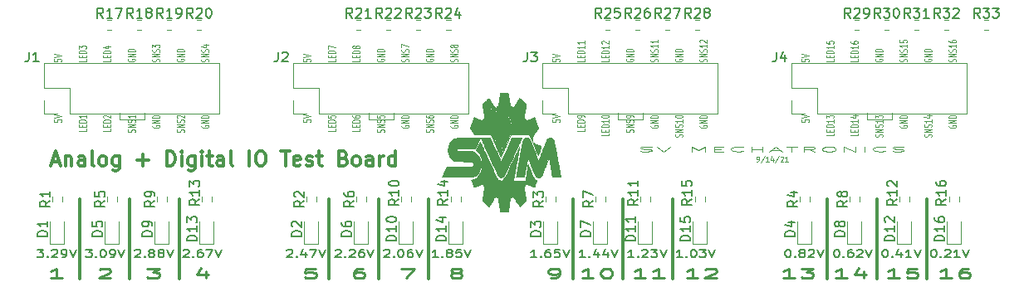
<source format=gbr>
G04 #@! TF.GenerationSoftware,KiCad,Pcbnew,(5.1.10)-1*
G04 #@! TF.CreationDate,2021-09-21T14:09:16-07:00*
G04 #@! TF.ProjectId,Adapter,41646170-7465-4722-9e6b-696361645f70,rev?*
G04 #@! TF.SameCoordinates,Original*
G04 #@! TF.FileFunction,Legend,Top*
G04 #@! TF.FilePolarity,Positive*
%FSLAX46Y46*%
G04 Gerber Fmt 4.6, Leading zero omitted, Abs format (unit mm)*
G04 Created by KiCad (PCBNEW (5.1.10)-1) date 2021-09-21 14:09:16*
%MOMM*%
%LPD*%
G01*
G04 APERTURE LIST*
%ADD10C,0.150000*%
%ADD11C,0.250000*%
%ADD12C,0.300000*%
%ADD13C,0.125000*%
%ADD14C,0.120000*%
%ADD15C,0.010000*%
G04 APERTURE END LIST*
D10*
X136192761Y-89477904D02*
X136288000Y-89477904D01*
X136383238Y-89516000D01*
X136430857Y-89554095D01*
X136478476Y-89630285D01*
X136526095Y-89782666D01*
X136526095Y-89973142D01*
X136478476Y-90125523D01*
X136430857Y-90201714D01*
X136383238Y-90239809D01*
X136288000Y-90277904D01*
X136192761Y-90277904D01*
X136097523Y-90239809D01*
X136049904Y-90201714D01*
X136002285Y-90125523D01*
X135954666Y-89973142D01*
X135954666Y-89782666D01*
X136002285Y-89630285D01*
X136049904Y-89554095D01*
X136097523Y-89516000D01*
X136192761Y-89477904D01*
X136954666Y-90201714D02*
X137002285Y-90239809D01*
X136954666Y-90277904D01*
X136907047Y-90239809D01*
X136954666Y-90201714D01*
X136954666Y-90277904D01*
X137573714Y-89820761D02*
X137478476Y-89782666D01*
X137430857Y-89744571D01*
X137383238Y-89668380D01*
X137383238Y-89630285D01*
X137430857Y-89554095D01*
X137478476Y-89516000D01*
X137573714Y-89477904D01*
X137764190Y-89477904D01*
X137859428Y-89516000D01*
X137907047Y-89554095D01*
X137954666Y-89630285D01*
X137954666Y-89668380D01*
X137907047Y-89744571D01*
X137859428Y-89782666D01*
X137764190Y-89820761D01*
X137573714Y-89820761D01*
X137478476Y-89858857D01*
X137430857Y-89896952D01*
X137383238Y-89973142D01*
X137383238Y-90125523D01*
X137430857Y-90201714D01*
X137478476Y-90239809D01*
X137573714Y-90277904D01*
X137764190Y-90277904D01*
X137859428Y-90239809D01*
X137907047Y-90201714D01*
X137954666Y-90125523D01*
X137954666Y-89973142D01*
X137907047Y-89896952D01*
X137859428Y-89858857D01*
X137764190Y-89820761D01*
X138335619Y-89554095D02*
X138383238Y-89516000D01*
X138478476Y-89477904D01*
X138716571Y-89477904D01*
X138811809Y-89516000D01*
X138859428Y-89554095D01*
X138907047Y-89630285D01*
X138907047Y-89706476D01*
X138859428Y-89820761D01*
X138288000Y-90277904D01*
X138907047Y-90277904D01*
X139192761Y-89477904D02*
X139526095Y-90277904D01*
X139859428Y-89477904D01*
X141145142Y-89477904D02*
X141240380Y-89477904D01*
X141335619Y-89516000D01*
X141383238Y-89554095D01*
X141430857Y-89630285D01*
X141478476Y-89782666D01*
X141478476Y-89973142D01*
X141430857Y-90125523D01*
X141383238Y-90201714D01*
X141335619Y-90239809D01*
X141240380Y-90277904D01*
X141145142Y-90277904D01*
X141049904Y-90239809D01*
X141002285Y-90201714D01*
X140954666Y-90125523D01*
X140907047Y-89973142D01*
X140907047Y-89782666D01*
X140954666Y-89630285D01*
X141002285Y-89554095D01*
X141049904Y-89516000D01*
X141145142Y-89477904D01*
X141907047Y-90201714D02*
X141954666Y-90239809D01*
X141907047Y-90277904D01*
X141859428Y-90239809D01*
X141907047Y-90201714D01*
X141907047Y-90277904D01*
X142811809Y-89477904D02*
X142621333Y-89477904D01*
X142526095Y-89516000D01*
X142478476Y-89554095D01*
X142383238Y-89668380D01*
X142335619Y-89820761D01*
X142335619Y-90125523D01*
X142383238Y-90201714D01*
X142430857Y-90239809D01*
X142526095Y-90277904D01*
X142716571Y-90277904D01*
X142811809Y-90239809D01*
X142859428Y-90201714D01*
X142907047Y-90125523D01*
X142907047Y-89935047D01*
X142859428Y-89858857D01*
X142811809Y-89820761D01*
X142716571Y-89782666D01*
X142526095Y-89782666D01*
X142430857Y-89820761D01*
X142383238Y-89858857D01*
X142335619Y-89935047D01*
X143288000Y-89554095D02*
X143335619Y-89516000D01*
X143430857Y-89477904D01*
X143668952Y-89477904D01*
X143764190Y-89516000D01*
X143811809Y-89554095D01*
X143859428Y-89630285D01*
X143859428Y-89706476D01*
X143811809Y-89820761D01*
X143240380Y-90277904D01*
X143859428Y-90277904D01*
X144145142Y-89477904D02*
X144478476Y-90277904D01*
X144811809Y-89477904D01*
X146097523Y-89477904D02*
X146192761Y-89477904D01*
X146288000Y-89516000D01*
X146335619Y-89554095D01*
X146383238Y-89630285D01*
X146430857Y-89782666D01*
X146430857Y-89973142D01*
X146383238Y-90125523D01*
X146335619Y-90201714D01*
X146288000Y-90239809D01*
X146192761Y-90277904D01*
X146097523Y-90277904D01*
X146002285Y-90239809D01*
X145954666Y-90201714D01*
X145907047Y-90125523D01*
X145859428Y-89973142D01*
X145859428Y-89782666D01*
X145907047Y-89630285D01*
X145954666Y-89554095D01*
X146002285Y-89516000D01*
X146097523Y-89477904D01*
X146859428Y-90201714D02*
X146907047Y-90239809D01*
X146859428Y-90277904D01*
X146811809Y-90239809D01*
X146859428Y-90201714D01*
X146859428Y-90277904D01*
X147764190Y-89744571D02*
X147764190Y-90277904D01*
X147526095Y-89439809D02*
X147288000Y-90011238D01*
X147907047Y-90011238D01*
X148811809Y-90277904D02*
X148240380Y-90277904D01*
X148526095Y-90277904D02*
X148526095Y-89477904D01*
X148430857Y-89592190D01*
X148335619Y-89668380D01*
X148240380Y-89706476D01*
X149097523Y-89477904D02*
X149430857Y-90277904D01*
X149764190Y-89477904D01*
X151049904Y-89477904D02*
X151145142Y-89477904D01*
X151240380Y-89516000D01*
X151288000Y-89554095D01*
X151335619Y-89630285D01*
X151383238Y-89782666D01*
X151383238Y-89973142D01*
X151335619Y-90125523D01*
X151288000Y-90201714D01*
X151240380Y-90239809D01*
X151145142Y-90277904D01*
X151049904Y-90277904D01*
X150954666Y-90239809D01*
X150907047Y-90201714D01*
X150859428Y-90125523D01*
X150811809Y-89973142D01*
X150811809Y-89782666D01*
X150859428Y-89630285D01*
X150907047Y-89554095D01*
X150954666Y-89516000D01*
X151049904Y-89477904D01*
X151811809Y-90201714D02*
X151859428Y-90239809D01*
X151811809Y-90277904D01*
X151764190Y-90239809D01*
X151811809Y-90201714D01*
X151811809Y-90277904D01*
X152240380Y-89554095D02*
X152288000Y-89516000D01*
X152383238Y-89477904D01*
X152621333Y-89477904D01*
X152716571Y-89516000D01*
X152764190Y-89554095D01*
X152811809Y-89630285D01*
X152811809Y-89706476D01*
X152764190Y-89820761D01*
X152192761Y-90277904D01*
X152811809Y-90277904D01*
X153764190Y-90277904D02*
X153192761Y-90277904D01*
X153478476Y-90277904D02*
X153478476Y-89477904D01*
X153383238Y-89592190D01*
X153288000Y-89668380D01*
X153192761Y-89706476D01*
X154049904Y-89477904D02*
X154383238Y-90277904D01*
X154716571Y-89477904D01*
D11*
X136907047Y-92400380D02*
X135764190Y-92400380D01*
X136335619Y-92400380D02*
X136335619Y-91400380D01*
X136145142Y-91543238D01*
X135954666Y-91638476D01*
X135764190Y-91686095D01*
X137573714Y-91400380D02*
X138811809Y-91400380D01*
X138145142Y-91781333D01*
X138430857Y-91781333D01*
X138621333Y-91828952D01*
X138716571Y-91876571D01*
X138811809Y-91971809D01*
X138811809Y-92209904D01*
X138716571Y-92305142D01*
X138621333Y-92352761D01*
X138430857Y-92400380D01*
X137859428Y-92400380D01*
X137668952Y-92352761D01*
X137573714Y-92305142D01*
X142240380Y-92400380D02*
X141097523Y-92400380D01*
X141668952Y-92400380D02*
X141668952Y-91400380D01*
X141478476Y-91543238D01*
X141288000Y-91638476D01*
X141097523Y-91686095D01*
X143954666Y-91733714D02*
X143954666Y-92400380D01*
X143478476Y-91352761D02*
X143002285Y-92067047D01*
X144240380Y-92067047D01*
X147573714Y-92400380D02*
X146430857Y-92400380D01*
X147002285Y-92400380D02*
X147002285Y-91400380D01*
X146811809Y-91543238D01*
X146621333Y-91638476D01*
X146430857Y-91686095D01*
X149383238Y-91400380D02*
X148430857Y-91400380D01*
X148335619Y-91876571D01*
X148430857Y-91828952D01*
X148621333Y-91781333D01*
X149097523Y-91781333D01*
X149288000Y-91828952D01*
X149383238Y-91876571D01*
X149478476Y-91971809D01*
X149478476Y-92209904D01*
X149383238Y-92305142D01*
X149288000Y-92352761D01*
X149097523Y-92400380D01*
X148621333Y-92400380D01*
X148430857Y-92352761D01*
X148335619Y-92305142D01*
X152907047Y-92400380D02*
X151764190Y-92400380D01*
X152335619Y-92400380D02*
X152335619Y-91400380D01*
X152145142Y-91543238D01*
X151954666Y-91638476D01*
X151764190Y-91686095D01*
X154621333Y-91400380D02*
X154240380Y-91400380D01*
X154049904Y-91448000D01*
X153954666Y-91495619D01*
X153764190Y-91638476D01*
X153668952Y-91828952D01*
X153668952Y-92209904D01*
X153764190Y-92305142D01*
X153859428Y-92352761D01*
X154049904Y-92400380D01*
X154430857Y-92400380D01*
X154621333Y-92352761D01*
X154716571Y-92305142D01*
X154811809Y-92209904D01*
X154811809Y-91971809D01*
X154716571Y-91876571D01*
X154621333Y-91828952D01*
X154430857Y-91781333D01*
X154049904Y-91781333D01*
X153859428Y-91828952D01*
X153764190Y-91876571D01*
X153668952Y-91971809D01*
D10*
X110618095Y-90277904D02*
X110046666Y-90277904D01*
X110332380Y-90277904D02*
X110332380Y-89477904D01*
X110237142Y-89592190D01*
X110141904Y-89668380D01*
X110046666Y-89706476D01*
X111046666Y-90201714D02*
X111094285Y-90239809D01*
X111046666Y-90277904D01*
X110999047Y-90239809D01*
X111046666Y-90201714D01*
X111046666Y-90277904D01*
X111951428Y-89477904D02*
X111760952Y-89477904D01*
X111665714Y-89516000D01*
X111618095Y-89554095D01*
X111522857Y-89668380D01*
X111475238Y-89820761D01*
X111475238Y-90125523D01*
X111522857Y-90201714D01*
X111570476Y-90239809D01*
X111665714Y-90277904D01*
X111856190Y-90277904D01*
X111951428Y-90239809D01*
X111999047Y-90201714D01*
X112046666Y-90125523D01*
X112046666Y-89935047D01*
X111999047Y-89858857D01*
X111951428Y-89820761D01*
X111856190Y-89782666D01*
X111665714Y-89782666D01*
X111570476Y-89820761D01*
X111522857Y-89858857D01*
X111475238Y-89935047D01*
X112951428Y-89477904D02*
X112475238Y-89477904D01*
X112427619Y-89858857D01*
X112475238Y-89820761D01*
X112570476Y-89782666D01*
X112808571Y-89782666D01*
X112903809Y-89820761D01*
X112951428Y-89858857D01*
X112999047Y-89935047D01*
X112999047Y-90125523D01*
X112951428Y-90201714D01*
X112903809Y-90239809D01*
X112808571Y-90277904D01*
X112570476Y-90277904D01*
X112475238Y-90239809D01*
X112427619Y-90201714D01*
X113284761Y-89477904D02*
X113618095Y-90277904D01*
X113951428Y-89477904D01*
X115570476Y-90277904D02*
X114999047Y-90277904D01*
X115284761Y-90277904D02*
X115284761Y-89477904D01*
X115189523Y-89592190D01*
X115094285Y-89668380D01*
X114999047Y-89706476D01*
X115999047Y-90201714D02*
X116046666Y-90239809D01*
X115999047Y-90277904D01*
X115951428Y-90239809D01*
X115999047Y-90201714D01*
X115999047Y-90277904D01*
X116903809Y-89744571D02*
X116903809Y-90277904D01*
X116665714Y-89439809D02*
X116427619Y-90011238D01*
X117046666Y-90011238D01*
X117856190Y-89744571D02*
X117856190Y-90277904D01*
X117618095Y-89439809D02*
X117380000Y-90011238D01*
X117999047Y-90011238D01*
X118237142Y-89477904D02*
X118570476Y-90277904D01*
X118903809Y-89477904D01*
X120522857Y-90277904D02*
X119951428Y-90277904D01*
X120237142Y-90277904D02*
X120237142Y-89477904D01*
X120141904Y-89592190D01*
X120046666Y-89668380D01*
X119951428Y-89706476D01*
X120951428Y-90201714D02*
X120999047Y-90239809D01*
X120951428Y-90277904D01*
X120903809Y-90239809D01*
X120951428Y-90201714D01*
X120951428Y-90277904D01*
X121380000Y-89554095D02*
X121427619Y-89516000D01*
X121522857Y-89477904D01*
X121760952Y-89477904D01*
X121856190Y-89516000D01*
X121903809Y-89554095D01*
X121951428Y-89630285D01*
X121951428Y-89706476D01*
X121903809Y-89820761D01*
X121332380Y-90277904D01*
X121951428Y-90277904D01*
X122284761Y-89477904D02*
X122903809Y-89477904D01*
X122570476Y-89782666D01*
X122713333Y-89782666D01*
X122808571Y-89820761D01*
X122856190Y-89858857D01*
X122903809Y-89935047D01*
X122903809Y-90125523D01*
X122856190Y-90201714D01*
X122808571Y-90239809D01*
X122713333Y-90277904D01*
X122427619Y-90277904D01*
X122332380Y-90239809D01*
X122284761Y-90201714D01*
X123189523Y-89477904D02*
X123522857Y-90277904D01*
X123856190Y-89477904D01*
X125475238Y-90277904D02*
X124903809Y-90277904D01*
X125189523Y-90277904D02*
X125189523Y-89477904D01*
X125094285Y-89592190D01*
X124999047Y-89668380D01*
X124903809Y-89706476D01*
X125903809Y-90201714D02*
X125951428Y-90239809D01*
X125903809Y-90277904D01*
X125856190Y-90239809D01*
X125903809Y-90201714D01*
X125903809Y-90277904D01*
X126570476Y-89477904D02*
X126665714Y-89477904D01*
X126760952Y-89516000D01*
X126808571Y-89554095D01*
X126856190Y-89630285D01*
X126903809Y-89782666D01*
X126903809Y-89973142D01*
X126856190Y-90125523D01*
X126808571Y-90201714D01*
X126760952Y-90239809D01*
X126665714Y-90277904D01*
X126570476Y-90277904D01*
X126475238Y-90239809D01*
X126427619Y-90201714D01*
X126380000Y-90125523D01*
X126332380Y-89973142D01*
X126332380Y-89782666D01*
X126380000Y-89630285D01*
X126427619Y-89554095D01*
X126475238Y-89516000D01*
X126570476Y-89477904D01*
X127237142Y-89477904D02*
X127856190Y-89477904D01*
X127522857Y-89782666D01*
X127665714Y-89782666D01*
X127760952Y-89820761D01*
X127808571Y-89858857D01*
X127856190Y-89935047D01*
X127856190Y-90125523D01*
X127808571Y-90201714D01*
X127760952Y-90239809D01*
X127665714Y-90277904D01*
X127380000Y-90277904D01*
X127284761Y-90239809D01*
X127237142Y-90201714D01*
X128141904Y-89477904D02*
X128475238Y-90277904D01*
X128808571Y-89477904D01*
D11*
X112015047Y-92400380D02*
X112396000Y-92400380D01*
X112586476Y-92352761D01*
X112681714Y-92305142D01*
X112872190Y-92162285D01*
X112967428Y-91971809D01*
X112967428Y-91590857D01*
X112872190Y-91495619D01*
X112776952Y-91448000D01*
X112586476Y-91400380D01*
X112205523Y-91400380D01*
X112015047Y-91448000D01*
X111919809Y-91495619D01*
X111824571Y-91590857D01*
X111824571Y-91828952D01*
X111919809Y-91924190D01*
X112015047Y-91971809D01*
X112205523Y-92019428D01*
X112586476Y-92019428D01*
X112776952Y-91971809D01*
X112872190Y-91924190D01*
X112967428Y-91828952D01*
X116396000Y-92400380D02*
X115253142Y-92400380D01*
X115824571Y-92400380D02*
X115824571Y-91400380D01*
X115634095Y-91543238D01*
X115443619Y-91638476D01*
X115253142Y-91686095D01*
X117634095Y-91400380D02*
X117824571Y-91400380D01*
X118015047Y-91448000D01*
X118110285Y-91495619D01*
X118205523Y-91590857D01*
X118300761Y-91781333D01*
X118300761Y-92019428D01*
X118205523Y-92209904D01*
X118110285Y-92305142D01*
X118015047Y-92352761D01*
X117824571Y-92400380D01*
X117634095Y-92400380D01*
X117443619Y-92352761D01*
X117348380Y-92305142D01*
X117253142Y-92209904D01*
X117157904Y-92019428D01*
X117157904Y-91781333D01*
X117253142Y-91590857D01*
X117348380Y-91495619D01*
X117443619Y-91448000D01*
X117634095Y-91400380D01*
X121729333Y-92400380D02*
X120586476Y-92400380D01*
X121157904Y-92400380D02*
X121157904Y-91400380D01*
X120967428Y-91543238D01*
X120776952Y-91638476D01*
X120586476Y-91686095D01*
X123634095Y-92400380D02*
X122491238Y-92400380D01*
X123062666Y-92400380D02*
X123062666Y-91400380D01*
X122872190Y-91543238D01*
X122681714Y-91638476D01*
X122491238Y-91686095D01*
X127062666Y-92400380D02*
X125919809Y-92400380D01*
X126491238Y-92400380D02*
X126491238Y-91400380D01*
X126300761Y-91543238D01*
X126110285Y-91638476D01*
X125919809Y-91686095D01*
X127824571Y-91495619D02*
X127919809Y-91448000D01*
X128110285Y-91400380D01*
X128586476Y-91400380D01*
X128776952Y-91448000D01*
X128872190Y-91495619D01*
X128967428Y-91590857D01*
X128967428Y-91686095D01*
X128872190Y-91828952D01*
X127729333Y-92400380D01*
X128967428Y-92400380D01*
D10*
X85154666Y-89554095D02*
X85202285Y-89516000D01*
X85297523Y-89477904D01*
X85535619Y-89477904D01*
X85630857Y-89516000D01*
X85678476Y-89554095D01*
X85726095Y-89630285D01*
X85726095Y-89706476D01*
X85678476Y-89820761D01*
X85107047Y-90277904D01*
X85726095Y-90277904D01*
X86154666Y-90201714D02*
X86202285Y-90239809D01*
X86154666Y-90277904D01*
X86107047Y-90239809D01*
X86154666Y-90201714D01*
X86154666Y-90277904D01*
X87059428Y-89744571D02*
X87059428Y-90277904D01*
X86821333Y-89439809D02*
X86583238Y-90011238D01*
X87202285Y-90011238D01*
X87488000Y-89477904D02*
X88154666Y-89477904D01*
X87726095Y-90277904D01*
X88392761Y-89477904D02*
X88726095Y-90277904D01*
X89059428Y-89477904D01*
X90107047Y-89554095D02*
X90154666Y-89516000D01*
X90249904Y-89477904D01*
X90488000Y-89477904D01*
X90583238Y-89516000D01*
X90630857Y-89554095D01*
X90678476Y-89630285D01*
X90678476Y-89706476D01*
X90630857Y-89820761D01*
X90059428Y-90277904D01*
X90678476Y-90277904D01*
X91107047Y-90201714D02*
X91154666Y-90239809D01*
X91107047Y-90277904D01*
X91059428Y-90239809D01*
X91107047Y-90201714D01*
X91107047Y-90277904D01*
X91535619Y-89554095D02*
X91583238Y-89516000D01*
X91678476Y-89477904D01*
X91916571Y-89477904D01*
X92011809Y-89516000D01*
X92059428Y-89554095D01*
X92107047Y-89630285D01*
X92107047Y-89706476D01*
X92059428Y-89820761D01*
X91488000Y-90277904D01*
X92107047Y-90277904D01*
X92964190Y-89477904D02*
X92773714Y-89477904D01*
X92678476Y-89516000D01*
X92630857Y-89554095D01*
X92535619Y-89668380D01*
X92488000Y-89820761D01*
X92488000Y-90125523D01*
X92535619Y-90201714D01*
X92583238Y-90239809D01*
X92678476Y-90277904D01*
X92868952Y-90277904D01*
X92964190Y-90239809D01*
X93011809Y-90201714D01*
X93059428Y-90125523D01*
X93059428Y-89935047D01*
X93011809Y-89858857D01*
X92964190Y-89820761D01*
X92868952Y-89782666D01*
X92678476Y-89782666D01*
X92583238Y-89820761D01*
X92535619Y-89858857D01*
X92488000Y-89935047D01*
X93345142Y-89477904D02*
X93678476Y-90277904D01*
X94011809Y-89477904D01*
X95059428Y-89554095D02*
X95107047Y-89516000D01*
X95202285Y-89477904D01*
X95440380Y-89477904D01*
X95535619Y-89516000D01*
X95583238Y-89554095D01*
X95630857Y-89630285D01*
X95630857Y-89706476D01*
X95583238Y-89820761D01*
X95011809Y-90277904D01*
X95630857Y-90277904D01*
X96059428Y-90201714D02*
X96107047Y-90239809D01*
X96059428Y-90277904D01*
X96011809Y-90239809D01*
X96059428Y-90201714D01*
X96059428Y-90277904D01*
X96726095Y-89477904D02*
X96821333Y-89477904D01*
X96916571Y-89516000D01*
X96964190Y-89554095D01*
X97011809Y-89630285D01*
X97059428Y-89782666D01*
X97059428Y-89973142D01*
X97011809Y-90125523D01*
X96964190Y-90201714D01*
X96916571Y-90239809D01*
X96821333Y-90277904D01*
X96726095Y-90277904D01*
X96630857Y-90239809D01*
X96583238Y-90201714D01*
X96535619Y-90125523D01*
X96488000Y-89973142D01*
X96488000Y-89782666D01*
X96535619Y-89630285D01*
X96583238Y-89554095D01*
X96630857Y-89516000D01*
X96726095Y-89477904D01*
X97916571Y-89477904D02*
X97726095Y-89477904D01*
X97630857Y-89516000D01*
X97583238Y-89554095D01*
X97488000Y-89668380D01*
X97440380Y-89820761D01*
X97440380Y-90125523D01*
X97488000Y-90201714D01*
X97535619Y-90239809D01*
X97630857Y-90277904D01*
X97821333Y-90277904D01*
X97916571Y-90239809D01*
X97964190Y-90201714D01*
X98011809Y-90125523D01*
X98011809Y-89935047D01*
X97964190Y-89858857D01*
X97916571Y-89820761D01*
X97821333Y-89782666D01*
X97630857Y-89782666D01*
X97535619Y-89820761D01*
X97488000Y-89858857D01*
X97440380Y-89935047D01*
X98297523Y-89477904D02*
X98630857Y-90277904D01*
X98964190Y-89477904D01*
X100583238Y-90277904D02*
X100011809Y-90277904D01*
X100297523Y-90277904D02*
X100297523Y-89477904D01*
X100202285Y-89592190D01*
X100107047Y-89668380D01*
X100011809Y-89706476D01*
X101011809Y-90201714D02*
X101059428Y-90239809D01*
X101011809Y-90277904D01*
X100964190Y-90239809D01*
X101011809Y-90201714D01*
X101011809Y-90277904D01*
X101630857Y-89820761D02*
X101535619Y-89782666D01*
X101488000Y-89744571D01*
X101440380Y-89668380D01*
X101440380Y-89630285D01*
X101488000Y-89554095D01*
X101535619Y-89516000D01*
X101630857Y-89477904D01*
X101821333Y-89477904D01*
X101916571Y-89516000D01*
X101964190Y-89554095D01*
X102011809Y-89630285D01*
X102011809Y-89668380D01*
X101964190Y-89744571D01*
X101916571Y-89782666D01*
X101821333Y-89820761D01*
X101630857Y-89820761D01*
X101535619Y-89858857D01*
X101488000Y-89896952D01*
X101440380Y-89973142D01*
X101440380Y-90125523D01*
X101488000Y-90201714D01*
X101535619Y-90239809D01*
X101630857Y-90277904D01*
X101821333Y-90277904D01*
X101916571Y-90239809D01*
X101964190Y-90201714D01*
X102011809Y-90125523D01*
X102011809Y-89973142D01*
X101964190Y-89896952D01*
X101916571Y-89858857D01*
X101821333Y-89820761D01*
X102916571Y-89477904D02*
X102440380Y-89477904D01*
X102392761Y-89858857D01*
X102440380Y-89820761D01*
X102535619Y-89782666D01*
X102773714Y-89782666D01*
X102868952Y-89820761D01*
X102916571Y-89858857D01*
X102964190Y-89935047D01*
X102964190Y-90125523D01*
X102916571Y-90201714D01*
X102868952Y-90239809D01*
X102773714Y-90277904D01*
X102535619Y-90277904D01*
X102440380Y-90239809D01*
X102392761Y-90201714D01*
X103249904Y-89477904D02*
X103583238Y-90277904D01*
X103916571Y-89477904D01*
D11*
X88043619Y-91400380D02*
X87091238Y-91400380D01*
X86996000Y-91876571D01*
X87091238Y-91828952D01*
X87281714Y-91781333D01*
X87757904Y-91781333D01*
X87948380Y-91828952D01*
X88043619Y-91876571D01*
X88138857Y-91971809D01*
X88138857Y-92209904D01*
X88043619Y-92305142D01*
X87948380Y-92352761D01*
X87757904Y-92400380D01*
X87281714Y-92400380D01*
X87091238Y-92352761D01*
X86996000Y-92305142D01*
X92900761Y-91400380D02*
X92519809Y-91400380D01*
X92329333Y-91448000D01*
X92234095Y-91495619D01*
X92043619Y-91638476D01*
X91948380Y-91828952D01*
X91948380Y-92209904D01*
X92043619Y-92305142D01*
X92138857Y-92352761D01*
X92329333Y-92400380D01*
X92710285Y-92400380D01*
X92900761Y-92352761D01*
X92995999Y-92305142D01*
X93091238Y-92209904D01*
X93091238Y-91971809D01*
X92995999Y-91876571D01*
X92900761Y-91828952D01*
X92710285Y-91781333D01*
X92329333Y-91781333D01*
X92138857Y-91828952D01*
X92043619Y-91876571D01*
X91948380Y-91971809D01*
X96805523Y-91400380D02*
X98138857Y-91400380D01*
X97281714Y-92400380D01*
X102234095Y-91828952D02*
X102043619Y-91781333D01*
X101948380Y-91733714D01*
X101853142Y-91638476D01*
X101853142Y-91590857D01*
X101948380Y-91495619D01*
X102043619Y-91448000D01*
X102234095Y-91400380D01*
X102615047Y-91400380D01*
X102805523Y-91448000D01*
X102900761Y-91495619D01*
X102996000Y-91590857D01*
X102996000Y-91638476D01*
X102900761Y-91733714D01*
X102805523Y-91781333D01*
X102615047Y-91828952D01*
X102234095Y-91828952D01*
X102043619Y-91876571D01*
X101948380Y-91924190D01*
X101853142Y-92019428D01*
X101853142Y-92209904D01*
X101948380Y-92305142D01*
X102043619Y-92352761D01*
X102234095Y-92400380D01*
X102615047Y-92400380D01*
X102805523Y-92352761D01*
X102900761Y-92305142D01*
X102996000Y-92209904D01*
X102996000Y-92019428D01*
X102900761Y-91924190D01*
X102805523Y-91876571D01*
X102615047Y-91828952D01*
D10*
X59707047Y-89477904D02*
X60326095Y-89477904D01*
X59992761Y-89782666D01*
X60135619Y-89782666D01*
X60230857Y-89820761D01*
X60278476Y-89858857D01*
X60326095Y-89935047D01*
X60326095Y-90125523D01*
X60278476Y-90201714D01*
X60230857Y-90239809D01*
X60135619Y-90277904D01*
X59849904Y-90277904D01*
X59754666Y-90239809D01*
X59707047Y-90201714D01*
X60754666Y-90201714D02*
X60802285Y-90239809D01*
X60754666Y-90277904D01*
X60707047Y-90239809D01*
X60754666Y-90201714D01*
X60754666Y-90277904D01*
X61183238Y-89554095D02*
X61230857Y-89516000D01*
X61326095Y-89477904D01*
X61564190Y-89477904D01*
X61659428Y-89516000D01*
X61707047Y-89554095D01*
X61754666Y-89630285D01*
X61754666Y-89706476D01*
X61707047Y-89820761D01*
X61135619Y-90277904D01*
X61754666Y-90277904D01*
X62230857Y-90277904D02*
X62421333Y-90277904D01*
X62516571Y-90239809D01*
X62564190Y-90201714D01*
X62659428Y-90087428D01*
X62707047Y-89935047D01*
X62707047Y-89630285D01*
X62659428Y-89554095D01*
X62611809Y-89516000D01*
X62516571Y-89477904D01*
X62326095Y-89477904D01*
X62230857Y-89516000D01*
X62183238Y-89554095D01*
X62135619Y-89630285D01*
X62135619Y-89820761D01*
X62183238Y-89896952D01*
X62230857Y-89935047D01*
X62326095Y-89973142D01*
X62516571Y-89973142D01*
X62611809Y-89935047D01*
X62659428Y-89896952D01*
X62707047Y-89820761D01*
X62992761Y-89477904D02*
X63326095Y-90277904D01*
X63659428Y-89477904D01*
X64659428Y-89477904D02*
X65278476Y-89477904D01*
X64945142Y-89782666D01*
X65088000Y-89782666D01*
X65183238Y-89820761D01*
X65230857Y-89858857D01*
X65278476Y-89935047D01*
X65278476Y-90125523D01*
X65230857Y-90201714D01*
X65183238Y-90239809D01*
X65088000Y-90277904D01*
X64802285Y-90277904D01*
X64707047Y-90239809D01*
X64659428Y-90201714D01*
X65707047Y-90201714D02*
X65754666Y-90239809D01*
X65707047Y-90277904D01*
X65659428Y-90239809D01*
X65707047Y-90201714D01*
X65707047Y-90277904D01*
X66373714Y-89477904D02*
X66468952Y-89477904D01*
X66564190Y-89516000D01*
X66611809Y-89554095D01*
X66659428Y-89630285D01*
X66707047Y-89782666D01*
X66707047Y-89973142D01*
X66659428Y-90125523D01*
X66611809Y-90201714D01*
X66564190Y-90239809D01*
X66468952Y-90277904D01*
X66373714Y-90277904D01*
X66278476Y-90239809D01*
X66230857Y-90201714D01*
X66183238Y-90125523D01*
X66135619Y-89973142D01*
X66135619Y-89782666D01*
X66183238Y-89630285D01*
X66230857Y-89554095D01*
X66278476Y-89516000D01*
X66373714Y-89477904D01*
X67183238Y-90277904D02*
X67373714Y-90277904D01*
X67468952Y-90239809D01*
X67516571Y-90201714D01*
X67611809Y-90087428D01*
X67659428Y-89935047D01*
X67659428Y-89630285D01*
X67611809Y-89554095D01*
X67564190Y-89516000D01*
X67468952Y-89477904D01*
X67278476Y-89477904D01*
X67183238Y-89516000D01*
X67135619Y-89554095D01*
X67088000Y-89630285D01*
X67088000Y-89820761D01*
X67135619Y-89896952D01*
X67183238Y-89935047D01*
X67278476Y-89973142D01*
X67468952Y-89973142D01*
X67564190Y-89935047D01*
X67611809Y-89896952D01*
X67659428Y-89820761D01*
X67945142Y-89477904D02*
X68278476Y-90277904D01*
X68611809Y-89477904D01*
X69659428Y-89554095D02*
X69707047Y-89516000D01*
X69802285Y-89477904D01*
X70040380Y-89477904D01*
X70135619Y-89516000D01*
X70183238Y-89554095D01*
X70230857Y-89630285D01*
X70230857Y-89706476D01*
X70183238Y-89820761D01*
X69611809Y-90277904D01*
X70230857Y-90277904D01*
X70659428Y-90201714D02*
X70707047Y-90239809D01*
X70659428Y-90277904D01*
X70611809Y-90239809D01*
X70659428Y-90201714D01*
X70659428Y-90277904D01*
X71278476Y-89820761D02*
X71183238Y-89782666D01*
X71135619Y-89744571D01*
X71088000Y-89668380D01*
X71088000Y-89630285D01*
X71135619Y-89554095D01*
X71183238Y-89516000D01*
X71278476Y-89477904D01*
X71468952Y-89477904D01*
X71564190Y-89516000D01*
X71611809Y-89554095D01*
X71659428Y-89630285D01*
X71659428Y-89668380D01*
X71611809Y-89744571D01*
X71564190Y-89782666D01*
X71468952Y-89820761D01*
X71278476Y-89820761D01*
X71183238Y-89858857D01*
X71135619Y-89896952D01*
X71088000Y-89973142D01*
X71088000Y-90125523D01*
X71135619Y-90201714D01*
X71183238Y-90239809D01*
X71278476Y-90277904D01*
X71468952Y-90277904D01*
X71564190Y-90239809D01*
X71611809Y-90201714D01*
X71659428Y-90125523D01*
X71659428Y-89973142D01*
X71611809Y-89896952D01*
X71564190Y-89858857D01*
X71468952Y-89820761D01*
X72230857Y-89820761D02*
X72135619Y-89782666D01*
X72088000Y-89744571D01*
X72040380Y-89668380D01*
X72040380Y-89630285D01*
X72088000Y-89554095D01*
X72135619Y-89516000D01*
X72230857Y-89477904D01*
X72421333Y-89477904D01*
X72516571Y-89516000D01*
X72564190Y-89554095D01*
X72611809Y-89630285D01*
X72611809Y-89668380D01*
X72564190Y-89744571D01*
X72516571Y-89782666D01*
X72421333Y-89820761D01*
X72230857Y-89820761D01*
X72135619Y-89858857D01*
X72088000Y-89896952D01*
X72040380Y-89973142D01*
X72040380Y-90125523D01*
X72088000Y-90201714D01*
X72135619Y-90239809D01*
X72230857Y-90277904D01*
X72421333Y-90277904D01*
X72516571Y-90239809D01*
X72564190Y-90201714D01*
X72611809Y-90125523D01*
X72611809Y-89973142D01*
X72564190Y-89896952D01*
X72516571Y-89858857D01*
X72421333Y-89820761D01*
X72897523Y-89477904D02*
X73230857Y-90277904D01*
X73564190Y-89477904D01*
X74611809Y-89554095D02*
X74659428Y-89516000D01*
X74754666Y-89477904D01*
X74992761Y-89477904D01*
X75088000Y-89516000D01*
X75135619Y-89554095D01*
X75183238Y-89630285D01*
X75183238Y-89706476D01*
X75135619Y-89820761D01*
X74564190Y-90277904D01*
X75183238Y-90277904D01*
X75611809Y-90201714D02*
X75659428Y-90239809D01*
X75611809Y-90277904D01*
X75564190Y-90239809D01*
X75611809Y-90201714D01*
X75611809Y-90277904D01*
X76516571Y-89477904D02*
X76326095Y-89477904D01*
X76230857Y-89516000D01*
X76183238Y-89554095D01*
X76088000Y-89668380D01*
X76040380Y-89820761D01*
X76040380Y-90125523D01*
X76088000Y-90201714D01*
X76135619Y-90239809D01*
X76230857Y-90277904D01*
X76421333Y-90277904D01*
X76516571Y-90239809D01*
X76564190Y-90201714D01*
X76611809Y-90125523D01*
X76611809Y-89935047D01*
X76564190Y-89858857D01*
X76516571Y-89820761D01*
X76421333Y-89782666D01*
X76230857Y-89782666D01*
X76135619Y-89820761D01*
X76088000Y-89858857D01*
X76040380Y-89935047D01*
X76945142Y-89477904D02*
X77611809Y-89477904D01*
X77183238Y-90277904D01*
X77849904Y-89477904D02*
X78183238Y-90277904D01*
X78516571Y-89477904D01*
D12*
X61204285Y-80514000D02*
X61918571Y-80514000D01*
X61061428Y-80942571D02*
X61561428Y-79442571D01*
X62061428Y-80942571D01*
X62561428Y-79942571D02*
X62561428Y-80942571D01*
X62561428Y-80085428D02*
X62632857Y-80014000D01*
X62775714Y-79942571D01*
X62990000Y-79942571D01*
X63132857Y-80014000D01*
X63204285Y-80156857D01*
X63204285Y-80942571D01*
X64561428Y-80942571D02*
X64561428Y-80156857D01*
X64490000Y-80014000D01*
X64347142Y-79942571D01*
X64061428Y-79942571D01*
X63918571Y-80014000D01*
X64561428Y-80871142D02*
X64418571Y-80942571D01*
X64061428Y-80942571D01*
X63918571Y-80871142D01*
X63847142Y-80728285D01*
X63847142Y-80585428D01*
X63918571Y-80442571D01*
X64061428Y-80371142D01*
X64418571Y-80371142D01*
X64561428Y-80299714D01*
X65490000Y-80942571D02*
X65347142Y-80871142D01*
X65275714Y-80728285D01*
X65275714Y-79442571D01*
X66275714Y-80942571D02*
X66132857Y-80871142D01*
X66061428Y-80799714D01*
X65990000Y-80656857D01*
X65990000Y-80228285D01*
X66061428Y-80085428D01*
X66132857Y-80014000D01*
X66275714Y-79942571D01*
X66490000Y-79942571D01*
X66632857Y-80014000D01*
X66704285Y-80085428D01*
X66775714Y-80228285D01*
X66775714Y-80656857D01*
X66704285Y-80799714D01*
X66632857Y-80871142D01*
X66490000Y-80942571D01*
X66275714Y-80942571D01*
X68061428Y-79942571D02*
X68061428Y-81156857D01*
X67990000Y-81299714D01*
X67918571Y-81371142D01*
X67775714Y-81442571D01*
X67561428Y-81442571D01*
X67418571Y-81371142D01*
X68061428Y-80871142D02*
X67918571Y-80942571D01*
X67632857Y-80942571D01*
X67490000Y-80871142D01*
X67418571Y-80799714D01*
X67347142Y-80656857D01*
X67347142Y-80228285D01*
X67418571Y-80085428D01*
X67490000Y-80014000D01*
X67632857Y-79942571D01*
X67918571Y-79942571D01*
X68061428Y-80014000D01*
X69918571Y-80371142D02*
X71061428Y-80371142D01*
X70490000Y-80942571D02*
X70490000Y-79799714D01*
X72918571Y-80942571D02*
X72918571Y-79442571D01*
X73275714Y-79442571D01*
X73490000Y-79514000D01*
X73632857Y-79656857D01*
X73704285Y-79799714D01*
X73775714Y-80085428D01*
X73775714Y-80299714D01*
X73704285Y-80585428D01*
X73632857Y-80728285D01*
X73490000Y-80871142D01*
X73275714Y-80942571D01*
X72918571Y-80942571D01*
X74418571Y-80942571D02*
X74418571Y-79942571D01*
X74418571Y-79442571D02*
X74347142Y-79514000D01*
X74418571Y-79585428D01*
X74490000Y-79514000D01*
X74418571Y-79442571D01*
X74418571Y-79585428D01*
X75775714Y-79942571D02*
X75775714Y-81156857D01*
X75704285Y-81299714D01*
X75632857Y-81371142D01*
X75490000Y-81442571D01*
X75275714Y-81442571D01*
X75132857Y-81371142D01*
X75775714Y-80871142D02*
X75632857Y-80942571D01*
X75347142Y-80942571D01*
X75204285Y-80871142D01*
X75132857Y-80799714D01*
X75061428Y-80656857D01*
X75061428Y-80228285D01*
X75132857Y-80085428D01*
X75204285Y-80014000D01*
X75347142Y-79942571D01*
X75632857Y-79942571D01*
X75775714Y-80014000D01*
X76490000Y-80942571D02*
X76490000Y-79942571D01*
X76490000Y-79442571D02*
X76418571Y-79514000D01*
X76490000Y-79585428D01*
X76561428Y-79514000D01*
X76490000Y-79442571D01*
X76490000Y-79585428D01*
X76990000Y-79942571D02*
X77561428Y-79942571D01*
X77204285Y-79442571D02*
X77204285Y-80728285D01*
X77275714Y-80871142D01*
X77418571Y-80942571D01*
X77561428Y-80942571D01*
X78704285Y-80942571D02*
X78704285Y-80156857D01*
X78632857Y-80014000D01*
X78490000Y-79942571D01*
X78204285Y-79942571D01*
X78061428Y-80014000D01*
X78704285Y-80871142D02*
X78561428Y-80942571D01*
X78204285Y-80942571D01*
X78061428Y-80871142D01*
X77990000Y-80728285D01*
X77990000Y-80585428D01*
X78061428Y-80442571D01*
X78204285Y-80371142D01*
X78561428Y-80371142D01*
X78704285Y-80299714D01*
X79632857Y-80942571D02*
X79490000Y-80871142D01*
X79418571Y-80728285D01*
X79418571Y-79442571D01*
X81347142Y-80942571D02*
X81347142Y-79442571D01*
X82347142Y-79442571D02*
X82632857Y-79442571D01*
X82775714Y-79514000D01*
X82918571Y-79656857D01*
X82990000Y-79942571D01*
X82990000Y-80442571D01*
X82918571Y-80728285D01*
X82775714Y-80871142D01*
X82632857Y-80942571D01*
X82347142Y-80942571D01*
X82204285Y-80871142D01*
X82061428Y-80728285D01*
X81990000Y-80442571D01*
X81990000Y-79942571D01*
X82061428Y-79656857D01*
X82204285Y-79514000D01*
X82347142Y-79442571D01*
X84561428Y-79442571D02*
X85418571Y-79442571D01*
X84990000Y-80942571D02*
X84990000Y-79442571D01*
X86490000Y-80871142D02*
X86347142Y-80942571D01*
X86061428Y-80942571D01*
X85918571Y-80871142D01*
X85847142Y-80728285D01*
X85847142Y-80156857D01*
X85918571Y-80014000D01*
X86061428Y-79942571D01*
X86347142Y-79942571D01*
X86490000Y-80014000D01*
X86561428Y-80156857D01*
X86561428Y-80299714D01*
X85847142Y-80442571D01*
X87132857Y-80871142D02*
X87275714Y-80942571D01*
X87561428Y-80942571D01*
X87704285Y-80871142D01*
X87775714Y-80728285D01*
X87775714Y-80656857D01*
X87704285Y-80514000D01*
X87561428Y-80442571D01*
X87347142Y-80442571D01*
X87204285Y-80371142D01*
X87132857Y-80228285D01*
X87132857Y-80156857D01*
X87204285Y-80014000D01*
X87347142Y-79942571D01*
X87561428Y-79942571D01*
X87704285Y-80014000D01*
X88204285Y-79942571D02*
X88775714Y-79942571D01*
X88418571Y-79442571D02*
X88418571Y-80728285D01*
X88490000Y-80871142D01*
X88632857Y-80942571D01*
X88775714Y-80942571D01*
X90918571Y-80156857D02*
X91132857Y-80228285D01*
X91204285Y-80299714D01*
X91275714Y-80442571D01*
X91275714Y-80656857D01*
X91204285Y-80799714D01*
X91132857Y-80871142D01*
X90990000Y-80942571D01*
X90418571Y-80942571D01*
X90418571Y-79442571D01*
X90918571Y-79442571D01*
X91061428Y-79514000D01*
X91132857Y-79585428D01*
X91204285Y-79728285D01*
X91204285Y-79871142D01*
X91132857Y-80014000D01*
X91061428Y-80085428D01*
X90918571Y-80156857D01*
X90418571Y-80156857D01*
X92132857Y-80942571D02*
X91990000Y-80871142D01*
X91918571Y-80799714D01*
X91847142Y-80656857D01*
X91847142Y-80228285D01*
X91918571Y-80085428D01*
X91990000Y-80014000D01*
X92132857Y-79942571D01*
X92347142Y-79942571D01*
X92490000Y-80014000D01*
X92561428Y-80085428D01*
X92632857Y-80228285D01*
X92632857Y-80656857D01*
X92561428Y-80799714D01*
X92490000Y-80871142D01*
X92347142Y-80942571D01*
X92132857Y-80942571D01*
X93918571Y-80942571D02*
X93918571Y-80156857D01*
X93847142Y-80014000D01*
X93704285Y-79942571D01*
X93418571Y-79942571D01*
X93275714Y-80014000D01*
X93918571Y-80871142D02*
X93775714Y-80942571D01*
X93418571Y-80942571D01*
X93275714Y-80871142D01*
X93204285Y-80728285D01*
X93204285Y-80585428D01*
X93275714Y-80442571D01*
X93418571Y-80371142D01*
X93775714Y-80371142D01*
X93918571Y-80299714D01*
X94632857Y-80942571D02*
X94632857Y-79942571D01*
X94632857Y-80228285D02*
X94704285Y-80085428D01*
X94775714Y-80014000D01*
X94918571Y-79942571D01*
X95061428Y-79942571D01*
X96204285Y-80942571D02*
X96204285Y-79442571D01*
X96204285Y-80871142D02*
X96061428Y-80942571D01*
X95775714Y-80942571D01*
X95632857Y-80871142D01*
X95561428Y-80799714D01*
X95490000Y-80656857D01*
X95490000Y-80228285D01*
X95561428Y-80085428D01*
X95632857Y-80014000D01*
X95775714Y-79942571D01*
X96061428Y-79942571D01*
X96204285Y-80014000D01*
D13*
X133048571Y-80490190D02*
X133143809Y-80490190D01*
X133191428Y-80466380D01*
X133215238Y-80442571D01*
X133262857Y-80371142D01*
X133286666Y-80275904D01*
X133286666Y-80085428D01*
X133262857Y-80037809D01*
X133239047Y-80014000D01*
X133191428Y-79990190D01*
X133096190Y-79990190D01*
X133048571Y-80014000D01*
X133024761Y-80037809D01*
X133000952Y-80085428D01*
X133000952Y-80204476D01*
X133024761Y-80252095D01*
X133048571Y-80275904D01*
X133096190Y-80299714D01*
X133191428Y-80299714D01*
X133239047Y-80275904D01*
X133262857Y-80252095D01*
X133286666Y-80204476D01*
X133858095Y-79966380D02*
X133429523Y-80609238D01*
X134286666Y-80490190D02*
X134000952Y-80490190D01*
X134143809Y-80490190D02*
X134143809Y-79990190D01*
X134096190Y-80061619D01*
X134048571Y-80109238D01*
X134000952Y-80133047D01*
X134715238Y-80156857D02*
X134715238Y-80490190D01*
X134596190Y-79966380D02*
X134477142Y-80323523D01*
X134786666Y-80323523D01*
X135334285Y-79966380D02*
X134905714Y-80609238D01*
X135477142Y-80037809D02*
X135500952Y-80014000D01*
X135548571Y-79990190D01*
X135667619Y-79990190D01*
X135715238Y-80014000D01*
X135739047Y-80037809D01*
X135762857Y-80085428D01*
X135762857Y-80133047D01*
X135739047Y-80204476D01*
X135453333Y-80490190D01*
X135762857Y-80490190D01*
X136239047Y-80490190D02*
X135953333Y-80490190D01*
X136096190Y-80490190D02*
X136096190Y-79990190D01*
X136048571Y-80061619D01*
X136000952Y-80109238D01*
X135953333Y-80133047D01*
X121191428Y-79450380D02*
X121477142Y-79474190D01*
X121953333Y-79474190D01*
X122143809Y-79450380D01*
X122239047Y-79426571D01*
X122334285Y-79378952D01*
X122334285Y-79331333D01*
X122239047Y-79283714D01*
X122143809Y-79259904D01*
X121953333Y-79236095D01*
X121572380Y-79212285D01*
X121381904Y-79188476D01*
X121286666Y-79164666D01*
X121191428Y-79117047D01*
X121191428Y-79069428D01*
X121286666Y-79021809D01*
X121381904Y-78998000D01*
X121572380Y-78974190D01*
X122048571Y-78974190D01*
X122334285Y-78998000D01*
X122905714Y-78974190D02*
X123572380Y-79474190D01*
X124239047Y-78974190D01*
X126429523Y-79474190D02*
X126429523Y-78974190D01*
X127096190Y-79331333D01*
X127762857Y-78974190D01*
X127762857Y-79474190D01*
X128715238Y-79212285D02*
X129381904Y-79212285D01*
X129667619Y-79474190D02*
X128715238Y-79474190D01*
X128715238Y-78974190D01*
X129667619Y-78974190D01*
X131667619Y-79426571D02*
X131572380Y-79450380D01*
X131286666Y-79474190D01*
X131096190Y-79474190D01*
X130810476Y-79450380D01*
X130620000Y-79402761D01*
X130524761Y-79355142D01*
X130429523Y-79259904D01*
X130429523Y-79188476D01*
X130524761Y-79093238D01*
X130620000Y-79045619D01*
X130810476Y-78998000D01*
X131096190Y-78974190D01*
X131286666Y-78974190D01*
X131572380Y-78998000D01*
X131667619Y-79021809D01*
X132524761Y-79474190D02*
X132524761Y-78974190D01*
X132524761Y-79212285D02*
X133667619Y-79212285D01*
X133667619Y-79474190D02*
X133667619Y-78974190D01*
X134524761Y-79331333D02*
X135477142Y-79331333D01*
X134334285Y-79474190D02*
X135000952Y-78974190D01*
X135667619Y-79474190D01*
X136048571Y-78974190D02*
X137191428Y-78974190D01*
X136620000Y-79474190D02*
X136620000Y-78974190D01*
X139000952Y-79474190D02*
X138334285Y-79236095D01*
X137858095Y-79474190D02*
X137858095Y-78974190D01*
X138620000Y-78974190D01*
X138810476Y-78998000D01*
X138905714Y-79021809D01*
X139000952Y-79069428D01*
X139000952Y-79140857D01*
X138905714Y-79188476D01*
X138810476Y-79212285D01*
X138620000Y-79236095D01*
X137858095Y-79236095D01*
X140239047Y-78974190D02*
X140620000Y-78974190D01*
X140810476Y-78998000D01*
X141000952Y-79045619D01*
X141096190Y-79140857D01*
X141096190Y-79307523D01*
X141000952Y-79402761D01*
X140810476Y-79450380D01*
X140620000Y-79474190D01*
X140239047Y-79474190D01*
X140048571Y-79450380D01*
X139858095Y-79402761D01*
X139762857Y-79307523D01*
X139762857Y-79140857D01*
X139858095Y-79045619D01*
X140048571Y-78998000D01*
X140239047Y-78974190D01*
X141953333Y-79474190D02*
X141953333Y-78974190D01*
X143096190Y-79474190D01*
X143096190Y-78974190D01*
X144048571Y-79474190D02*
X144048571Y-78974190D01*
X146143809Y-79426571D02*
X146048571Y-79450380D01*
X145762857Y-79474190D01*
X145572380Y-79474190D01*
X145286666Y-79450380D01*
X145096190Y-79402761D01*
X145000952Y-79355142D01*
X144905714Y-79259904D01*
X144905714Y-79188476D01*
X145000952Y-79093238D01*
X145096190Y-79045619D01*
X145286666Y-78998000D01*
X145572380Y-78974190D01*
X145762857Y-78974190D01*
X146048571Y-78998000D01*
X146143809Y-79021809D01*
X146905714Y-79450380D02*
X147191428Y-79474190D01*
X147667619Y-79474190D01*
X147858095Y-79450380D01*
X147953333Y-79426571D01*
X148048571Y-79378952D01*
X148048571Y-79331333D01*
X147953333Y-79283714D01*
X147858095Y-79259904D01*
X147667619Y-79236095D01*
X147286666Y-79212285D01*
X147096190Y-79188476D01*
X147000952Y-79164666D01*
X146905714Y-79117047D01*
X146905714Y-79069428D01*
X147000952Y-79021809D01*
X147096190Y-78998000D01*
X147286666Y-78974190D01*
X147762857Y-78974190D01*
X148048571Y-78998000D01*
D12*
X150368000Y-92456000D02*
X150368000Y-84328000D01*
X145288000Y-92456000D02*
X145288000Y-84328000D01*
X140208000Y-92456000D02*
X140208000Y-84328000D01*
X124460000Y-92456000D02*
X124460000Y-84328000D01*
X119380000Y-92456000D02*
X119380000Y-84328000D01*
X114300000Y-92456000D02*
X114300000Y-84328000D01*
X99568000Y-92456000D02*
X99568000Y-84328000D01*
X94488000Y-92456000D02*
X94488000Y-84328000D01*
X89408000Y-92456000D02*
X89408000Y-84328000D01*
X74168000Y-92456000D02*
X74168000Y-84328000D01*
X69088000Y-92456000D02*
X69088000Y-84328000D01*
X64008000Y-92456000D02*
X64008000Y-84328000D01*
D11*
X62230857Y-92400380D02*
X61088000Y-92400380D01*
X61659428Y-92400380D02*
X61659428Y-91400380D01*
X61468952Y-91543238D01*
X61278476Y-91638476D01*
X61088000Y-91686095D01*
X66040380Y-91495619D02*
X66135619Y-91448000D01*
X66326095Y-91400380D01*
X66802285Y-91400380D01*
X66992761Y-91448000D01*
X67088000Y-91495619D01*
X67183238Y-91590857D01*
X67183238Y-91686095D01*
X67088000Y-91828952D01*
X65945142Y-92400380D01*
X67183238Y-92400380D01*
X70897523Y-91400380D02*
X72135619Y-91400380D01*
X71468952Y-91781333D01*
X71754666Y-91781333D01*
X71945142Y-91828952D01*
X72040380Y-91876571D01*
X72135619Y-91971809D01*
X72135619Y-92209904D01*
X72040380Y-92305142D01*
X71945142Y-92352761D01*
X71754666Y-92400380D01*
X71183238Y-92400380D01*
X70992761Y-92352761D01*
X70897523Y-92305142D01*
X76897523Y-91733714D02*
X76897523Y-92400380D01*
X76421333Y-91352761D02*
X75945142Y-92067047D01*
X77183238Y-92067047D01*
D13*
X86831285Y-70046607D02*
X86831285Y-70284702D01*
X87188428Y-70308511D01*
X87152714Y-70284702D01*
X87117000Y-70237083D01*
X87117000Y-70118035D01*
X87152714Y-70070416D01*
X87188428Y-70046607D01*
X87259857Y-70022797D01*
X87438428Y-70022797D01*
X87509857Y-70046607D01*
X87545571Y-70070416D01*
X87581285Y-70118035D01*
X87581285Y-70237083D01*
X87545571Y-70284702D01*
X87509857Y-70308511D01*
X86831285Y-69879940D02*
X87581285Y-69713273D01*
X86831285Y-69546607D01*
X90081285Y-70046607D02*
X90081285Y-70284702D01*
X89331285Y-70284702D01*
X89688428Y-69879940D02*
X89688428Y-69713273D01*
X90081285Y-69641845D02*
X90081285Y-69879940D01*
X89331285Y-69879940D01*
X89331285Y-69641845D01*
X90081285Y-69427559D02*
X89331285Y-69427559D01*
X89331285Y-69308511D01*
X89367000Y-69237083D01*
X89438428Y-69189464D01*
X89509857Y-69165654D01*
X89652714Y-69141845D01*
X89759857Y-69141845D01*
X89902714Y-69165654D01*
X89974142Y-69189464D01*
X90045571Y-69237083D01*
X90081285Y-69308511D01*
X90081285Y-69427559D01*
X89331285Y-68975178D02*
X89331285Y-68641845D01*
X90081285Y-68856130D01*
X92581285Y-70046607D02*
X92581285Y-70284702D01*
X91831285Y-70284702D01*
X92188428Y-69879940D02*
X92188428Y-69713273D01*
X92581285Y-69641845D02*
X92581285Y-69879940D01*
X91831285Y-69879940D01*
X91831285Y-69641845D01*
X92581285Y-69427559D02*
X91831285Y-69427559D01*
X91831285Y-69308511D01*
X91867000Y-69237083D01*
X91938428Y-69189464D01*
X92009857Y-69165654D01*
X92152714Y-69141845D01*
X92259857Y-69141845D01*
X92402714Y-69165654D01*
X92474142Y-69189464D01*
X92545571Y-69237083D01*
X92581285Y-69308511D01*
X92581285Y-69427559D01*
X92152714Y-68856130D02*
X92117000Y-68903750D01*
X92081285Y-68927559D01*
X92009857Y-68951369D01*
X91974142Y-68951369D01*
X91902714Y-68927559D01*
X91867000Y-68903750D01*
X91831285Y-68856130D01*
X91831285Y-68760892D01*
X91867000Y-68713273D01*
X91902714Y-68689464D01*
X91974142Y-68665654D01*
X92009857Y-68665654D01*
X92081285Y-68689464D01*
X92117000Y-68713273D01*
X92152714Y-68760892D01*
X92152714Y-68856130D01*
X92188428Y-68903750D01*
X92224142Y-68927559D01*
X92295571Y-68951369D01*
X92438428Y-68951369D01*
X92509857Y-68927559D01*
X92545571Y-68903750D01*
X92581285Y-68856130D01*
X92581285Y-68760892D01*
X92545571Y-68713273D01*
X92509857Y-68689464D01*
X92438428Y-68665654D01*
X92295571Y-68665654D01*
X92224142Y-68689464D01*
X92188428Y-68713273D01*
X92152714Y-68760892D01*
X94367000Y-70022797D02*
X94331285Y-70070416D01*
X94331285Y-70141845D01*
X94367000Y-70213273D01*
X94438428Y-70260892D01*
X94509857Y-70284702D01*
X94652714Y-70308511D01*
X94759857Y-70308511D01*
X94902714Y-70284702D01*
X94974142Y-70260892D01*
X95045571Y-70213273D01*
X95081285Y-70141845D01*
X95081285Y-70094226D01*
X95045571Y-70022797D01*
X95009857Y-69998988D01*
X94759857Y-69998988D01*
X94759857Y-70094226D01*
X95081285Y-69784702D02*
X94331285Y-69784702D01*
X95081285Y-69498988D01*
X94331285Y-69498988D01*
X95081285Y-69260892D02*
X94331285Y-69260892D01*
X94331285Y-69141845D01*
X94367000Y-69070416D01*
X94438428Y-69022797D01*
X94509857Y-68998988D01*
X94652714Y-68975178D01*
X94759857Y-68975178D01*
X94902714Y-68998988D01*
X94974142Y-69022797D01*
X95045571Y-69070416D01*
X95081285Y-69141845D01*
X95081285Y-69260892D01*
X97545571Y-70308511D02*
X97581285Y-70237083D01*
X97581285Y-70118035D01*
X97545571Y-70070416D01*
X97509857Y-70046607D01*
X97438428Y-70022797D01*
X97367000Y-70022797D01*
X97295571Y-70046607D01*
X97259857Y-70070416D01*
X97224142Y-70118035D01*
X97188428Y-70213273D01*
X97152714Y-70260892D01*
X97117000Y-70284702D01*
X97045571Y-70308511D01*
X96974142Y-70308511D01*
X96902714Y-70284702D01*
X96867000Y-70260892D01*
X96831285Y-70213273D01*
X96831285Y-70094226D01*
X96867000Y-70022797D01*
X97581285Y-69808511D02*
X96831285Y-69808511D01*
X97581285Y-69522797D01*
X96831285Y-69522797D01*
X97545571Y-69308511D02*
X97581285Y-69237083D01*
X97581285Y-69118035D01*
X97545571Y-69070416D01*
X97509857Y-69046607D01*
X97438428Y-69022797D01*
X97367000Y-69022797D01*
X97295571Y-69046607D01*
X97259857Y-69070416D01*
X97224142Y-69118035D01*
X97188428Y-69213273D01*
X97152714Y-69260892D01*
X97117000Y-69284702D01*
X97045571Y-69308511D01*
X96974142Y-69308511D01*
X96902714Y-69284702D01*
X96867000Y-69260892D01*
X96831285Y-69213273D01*
X96831285Y-69094226D01*
X96867000Y-69022797D01*
X96831285Y-68856130D02*
X96831285Y-68522797D01*
X97581285Y-68737083D01*
X99367000Y-70022797D02*
X99331285Y-70070416D01*
X99331285Y-70141845D01*
X99367000Y-70213273D01*
X99438428Y-70260892D01*
X99509857Y-70284702D01*
X99652714Y-70308511D01*
X99759857Y-70308511D01*
X99902714Y-70284702D01*
X99974142Y-70260892D01*
X100045571Y-70213273D01*
X100081285Y-70141845D01*
X100081285Y-70094226D01*
X100045571Y-70022797D01*
X100009857Y-69998988D01*
X99759857Y-69998988D01*
X99759857Y-70094226D01*
X100081285Y-69784702D02*
X99331285Y-69784702D01*
X100081285Y-69498988D01*
X99331285Y-69498988D01*
X100081285Y-69260892D02*
X99331285Y-69260892D01*
X99331285Y-69141845D01*
X99367000Y-69070416D01*
X99438428Y-69022797D01*
X99509857Y-68998988D01*
X99652714Y-68975178D01*
X99759857Y-68975178D01*
X99902714Y-68998988D01*
X99974142Y-69022797D01*
X100045571Y-69070416D01*
X100081285Y-69141845D01*
X100081285Y-69260892D01*
X102545571Y-70308511D02*
X102581285Y-70237083D01*
X102581285Y-70118035D01*
X102545571Y-70070416D01*
X102509857Y-70046607D01*
X102438428Y-70022797D01*
X102367000Y-70022797D01*
X102295571Y-70046607D01*
X102259857Y-70070416D01*
X102224142Y-70118035D01*
X102188428Y-70213273D01*
X102152714Y-70260892D01*
X102117000Y-70284702D01*
X102045571Y-70308511D01*
X101974142Y-70308511D01*
X101902714Y-70284702D01*
X101867000Y-70260892D01*
X101831285Y-70213273D01*
X101831285Y-70094226D01*
X101867000Y-70022797D01*
X102581285Y-69808511D02*
X101831285Y-69808511D01*
X102581285Y-69522797D01*
X101831285Y-69522797D01*
X102545571Y-69308511D02*
X102581285Y-69237083D01*
X102581285Y-69118035D01*
X102545571Y-69070416D01*
X102509857Y-69046607D01*
X102438428Y-69022797D01*
X102367000Y-69022797D01*
X102295571Y-69046607D01*
X102259857Y-69070416D01*
X102224142Y-69118035D01*
X102188428Y-69213273D01*
X102152714Y-69260892D01*
X102117000Y-69284702D01*
X102045571Y-69308511D01*
X101974142Y-69308511D01*
X101902714Y-69284702D01*
X101867000Y-69260892D01*
X101831285Y-69213273D01*
X101831285Y-69094226D01*
X101867000Y-69022797D01*
X102152714Y-68737083D02*
X102117000Y-68784702D01*
X102081285Y-68808511D01*
X102009857Y-68832321D01*
X101974142Y-68832321D01*
X101902714Y-68808511D01*
X101867000Y-68784702D01*
X101831285Y-68737083D01*
X101831285Y-68641845D01*
X101867000Y-68594226D01*
X101902714Y-68570416D01*
X101974142Y-68546607D01*
X102009857Y-68546607D01*
X102081285Y-68570416D01*
X102117000Y-68594226D01*
X102152714Y-68641845D01*
X102152714Y-68737083D01*
X102188428Y-68784702D01*
X102224142Y-68808511D01*
X102295571Y-68832321D01*
X102438428Y-68832321D01*
X102509857Y-68808511D01*
X102545571Y-68784702D01*
X102581285Y-68737083D01*
X102581285Y-68641845D01*
X102545571Y-68594226D01*
X102509857Y-68570416D01*
X102438428Y-68546607D01*
X102295571Y-68546607D01*
X102224142Y-68570416D01*
X102188428Y-68594226D01*
X102152714Y-68641845D01*
X61431285Y-70046607D02*
X61431285Y-70284702D01*
X61788428Y-70308511D01*
X61752714Y-70284702D01*
X61717000Y-70237083D01*
X61717000Y-70118035D01*
X61752714Y-70070416D01*
X61788428Y-70046607D01*
X61859857Y-70022797D01*
X62038428Y-70022797D01*
X62109857Y-70046607D01*
X62145571Y-70070416D01*
X62181285Y-70118035D01*
X62181285Y-70237083D01*
X62145571Y-70284702D01*
X62109857Y-70308511D01*
X61431285Y-69879940D02*
X62181285Y-69713273D01*
X61431285Y-69546607D01*
X64681285Y-70046607D02*
X64681285Y-70284702D01*
X63931285Y-70284702D01*
X64288428Y-69879940D02*
X64288428Y-69713273D01*
X64681285Y-69641845D02*
X64681285Y-69879940D01*
X63931285Y-69879940D01*
X63931285Y-69641845D01*
X64681285Y-69427559D02*
X63931285Y-69427559D01*
X63931285Y-69308511D01*
X63967000Y-69237083D01*
X64038428Y-69189464D01*
X64109857Y-69165654D01*
X64252714Y-69141845D01*
X64359857Y-69141845D01*
X64502714Y-69165654D01*
X64574142Y-69189464D01*
X64645571Y-69237083D01*
X64681285Y-69308511D01*
X64681285Y-69427559D01*
X63931285Y-68975178D02*
X63931285Y-68665654D01*
X64217000Y-68832321D01*
X64217000Y-68760892D01*
X64252714Y-68713273D01*
X64288428Y-68689464D01*
X64359857Y-68665654D01*
X64538428Y-68665654D01*
X64609857Y-68689464D01*
X64645571Y-68713273D01*
X64681285Y-68760892D01*
X64681285Y-68903750D01*
X64645571Y-68951369D01*
X64609857Y-68975178D01*
X67181285Y-70046607D02*
X67181285Y-70284702D01*
X66431285Y-70284702D01*
X66788428Y-69879940D02*
X66788428Y-69713273D01*
X67181285Y-69641845D02*
X67181285Y-69879940D01*
X66431285Y-69879940D01*
X66431285Y-69641845D01*
X67181285Y-69427559D02*
X66431285Y-69427559D01*
X66431285Y-69308511D01*
X66467000Y-69237083D01*
X66538428Y-69189464D01*
X66609857Y-69165654D01*
X66752714Y-69141845D01*
X66859857Y-69141845D01*
X67002714Y-69165654D01*
X67074142Y-69189464D01*
X67145571Y-69237083D01*
X67181285Y-69308511D01*
X67181285Y-69427559D01*
X66681285Y-68713273D02*
X67181285Y-68713273D01*
X66395571Y-68832321D02*
X66931285Y-68951369D01*
X66931285Y-68641845D01*
X68967000Y-70022797D02*
X68931285Y-70070416D01*
X68931285Y-70141845D01*
X68967000Y-70213273D01*
X69038428Y-70260892D01*
X69109857Y-70284702D01*
X69252714Y-70308511D01*
X69359857Y-70308511D01*
X69502714Y-70284702D01*
X69574142Y-70260892D01*
X69645571Y-70213273D01*
X69681285Y-70141845D01*
X69681285Y-70094226D01*
X69645571Y-70022797D01*
X69609857Y-69998988D01*
X69359857Y-69998988D01*
X69359857Y-70094226D01*
X69681285Y-69784702D02*
X68931285Y-69784702D01*
X69681285Y-69498988D01*
X68931285Y-69498988D01*
X69681285Y-69260892D02*
X68931285Y-69260892D01*
X68931285Y-69141845D01*
X68967000Y-69070416D01*
X69038428Y-69022797D01*
X69109857Y-68998988D01*
X69252714Y-68975178D01*
X69359857Y-68975178D01*
X69502714Y-68998988D01*
X69574142Y-69022797D01*
X69645571Y-69070416D01*
X69681285Y-69141845D01*
X69681285Y-69260892D01*
X72145571Y-70308511D02*
X72181285Y-70237083D01*
X72181285Y-70118035D01*
X72145571Y-70070416D01*
X72109857Y-70046607D01*
X72038428Y-70022797D01*
X71967000Y-70022797D01*
X71895571Y-70046607D01*
X71859857Y-70070416D01*
X71824142Y-70118035D01*
X71788428Y-70213273D01*
X71752714Y-70260892D01*
X71717000Y-70284702D01*
X71645571Y-70308511D01*
X71574142Y-70308511D01*
X71502714Y-70284702D01*
X71467000Y-70260892D01*
X71431285Y-70213273D01*
X71431285Y-70094226D01*
X71467000Y-70022797D01*
X72181285Y-69808511D02*
X71431285Y-69808511D01*
X72181285Y-69522797D01*
X71431285Y-69522797D01*
X72145571Y-69308511D02*
X72181285Y-69237083D01*
X72181285Y-69118035D01*
X72145571Y-69070416D01*
X72109857Y-69046607D01*
X72038428Y-69022797D01*
X71967000Y-69022797D01*
X71895571Y-69046607D01*
X71859857Y-69070416D01*
X71824142Y-69118035D01*
X71788428Y-69213273D01*
X71752714Y-69260892D01*
X71717000Y-69284702D01*
X71645571Y-69308511D01*
X71574142Y-69308511D01*
X71502714Y-69284702D01*
X71467000Y-69260892D01*
X71431285Y-69213273D01*
X71431285Y-69094226D01*
X71467000Y-69022797D01*
X71431285Y-68856130D02*
X71431285Y-68546607D01*
X71717000Y-68713273D01*
X71717000Y-68641845D01*
X71752714Y-68594226D01*
X71788428Y-68570416D01*
X71859857Y-68546607D01*
X72038428Y-68546607D01*
X72109857Y-68570416D01*
X72145571Y-68594226D01*
X72181285Y-68641845D01*
X72181285Y-68784702D01*
X72145571Y-68832321D01*
X72109857Y-68856130D01*
X73967000Y-70022797D02*
X73931285Y-70070416D01*
X73931285Y-70141845D01*
X73967000Y-70213273D01*
X74038428Y-70260892D01*
X74109857Y-70284702D01*
X74252714Y-70308511D01*
X74359857Y-70308511D01*
X74502714Y-70284702D01*
X74574142Y-70260892D01*
X74645571Y-70213273D01*
X74681285Y-70141845D01*
X74681285Y-70094226D01*
X74645571Y-70022797D01*
X74609857Y-69998988D01*
X74359857Y-69998988D01*
X74359857Y-70094226D01*
X74681285Y-69784702D02*
X73931285Y-69784702D01*
X74681285Y-69498988D01*
X73931285Y-69498988D01*
X74681285Y-69260892D02*
X73931285Y-69260892D01*
X73931285Y-69141845D01*
X73967000Y-69070416D01*
X74038428Y-69022797D01*
X74109857Y-68998988D01*
X74252714Y-68975178D01*
X74359857Y-68975178D01*
X74502714Y-68998988D01*
X74574142Y-69022797D01*
X74645571Y-69070416D01*
X74681285Y-69141845D01*
X74681285Y-69260892D01*
X77145571Y-70308511D02*
X77181285Y-70237083D01*
X77181285Y-70118035D01*
X77145571Y-70070416D01*
X77109857Y-70046607D01*
X77038428Y-70022797D01*
X76967000Y-70022797D01*
X76895571Y-70046607D01*
X76859857Y-70070416D01*
X76824142Y-70118035D01*
X76788428Y-70213273D01*
X76752714Y-70260892D01*
X76717000Y-70284702D01*
X76645571Y-70308511D01*
X76574142Y-70308511D01*
X76502714Y-70284702D01*
X76467000Y-70260892D01*
X76431285Y-70213273D01*
X76431285Y-70094226D01*
X76467000Y-70022797D01*
X77181285Y-69808511D02*
X76431285Y-69808511D01*
X77181285Y-69522797D01*
X76431285Y-69522797D01*
X77145571Y-69308511D02*
X77181285Y-69237083D01*
X77181285Y-69118035D01*
X77145571Y-69070416D01*
X77109857Y-69046607D01*
X77038428Y-69022797D01*
X76967000Y-69022797D01*
X76895571Y-69046607D01*
X76859857Y-69070416D01*
X76824142Y-69118035D01*
X76788428Y-69213273D01*
X76752714Y-69260892D01*
X76717000Y-69284702D01*
X76645571Y-69308511D01*
X76574142Y-69308511D01*
X76502714Y-69284702D01*
X76467000Y-69260892D01*
X76431285Y-69213273D01*
X76431285Y-69094226D01*
X76467000Y-69022797D01*
X76681285Y-68594226D02*
X77181285Y-68594226D01*
X76395571Y-68713273D02*
X76931285Y-68832321D01*
X76931285Y-68522797D01*
X86831285Y-76193869D02*
X86831285Y-76431964D01*
X87188428Y-76455773D01*
X87152714Y-76431964D01*
X87117000Y-76384345D01*
X87117000Y-76265297D01*
X87152714Y-76217678D01*
X87188428Y-76193869D01*
X87259857Y-76170059D01*
X87438428Y-76170059D01*
X87509857Y-76193869D01*
X87545571Y-76217678D01*
X87581285Y-76265297D01*
X87581285Y-76384345D01*
X87545571Y-76431964D01*
X87509857Y-76455773D01*
X86831285Y-76027202D02*
X87581285Y-75860535D01*
X86831285Y-75693869D01*
X90081285Y-77122440D02*
X90081285Y-77360535D01*
X89331285Y-77360535D01*
X89688428Y-76955773D02*
X89688428Y-76789107D01*
X90081285Y-76717678D02*
X90081285Y-76955773D01*
X89331285Y-76955773D01*
X89331285Y-76717678D01*
X90081285Y-76503392D02*
X89331285Y-76503392D01*
X89331285Y-76384345D01*
X89367000Y-76312916D01*
X89438428Y-76265297D01*
X89509857Y-76241488D01*
X89652714Y-76217678D01*
X89759857Y-76217678D01*
X89902714Y-76241488D01*
X89974142Y-76265297D01*
X90045571Y-76312916D01*
X90081285Y-76384345D01*
X90081285Y-76503392D01*
X89331285Y-75765297D02*
X89331285Y-76003392D01*
X89688428Y-76027202D01*
X89652714Y-76003392D01*
X89617000Y-75955773D01*
X89617000Y-75836726D01*
X89652714Y-75789107D01*
X89688428Y-75765297D01*
X89759857Y-75741488D01*
X89938428Y-75741488D01*
X90009857Y-75765297D01*
X90045571Y-75789107D01*
X90081285Y-75836726D01*
X90081285Y-75955773D01*
X90045571Y-76003392D01*
X90009857Y-76027202D01*
X92581285Y-77122440D02*
X92581285Y-77360535D01*
X91831285Y-77360535D01*
X92188428Y-76955773D02*
X92188428Y-76789107D01*
X92581285Y-76717678D02*
X92581285Y-76955773D01*
X91831285Y-76955773D01*
X91831285Y-76717678D01*
X92581285Y-76503392D02*
X91831285Y-76503392D01*
X91831285Y-76384345D01*
X91867000Y-76312916D01*
X91938428Y-76265297D01*
X92009857Y-76241488D01*
X92152714Y-76217678D01*
X92259857Y-76217678D01*
X92402714Y-76241488D01*
X92474142Y-76265297D01*
X92545571Y-76312916D01*
X92581285Y-76384345D01*
X92581285Y-76503392D01*
X91831285Y-75789107D02*
X91831285Y-75884345D01*
X91867000Y-75931964D01*
X91902714Y-75955773D01*
X92009857Y-76003392D01*
X92152714Y-76027202D01*
X92438428Y-76027202D01*
X92509857Y-76003392D01*
X92545571Y-75979583D01*
X92581285Y-75931964D01*
X92581285Y-75836726D01*
X92545571Y-75789107D01*
X92509857Y-75765297D01*
X92438428Y-75741488D01*
X92259857Y-75741488D01*
X92188428Y-75765297D01*
X92152714Y-75789107D01*
X92117000Y-75836726D01*
X92117000Y-75931964D01*
X92152714Y-75979583D01*
X92188428Y-76003392D01*
X92259857Y-76027202D01*
X95045571Y-77503392D02*
X95081285Y-77431964D01*
X95081285Y-77312916D01*
X95045571Y-77265297D01*
X95009857Y-77241488D01*
X94938428Y-77217678D01*
X94867000Y-77217678D01*
X94795571Y-77241488D01*
X94759857Y-77265297D01*
X94724142Y-77312916D01*
X94688428Y-77408154D01*
X94652714Y-77455773D01*
X94617000Y-77479583D01*
X94545571Y-77503392D01*
X94474142Y-77503392D01*
X94402714Y-77479583D01*
X94367000Y-77455773D01*
X94331285Y-77408154D01*
X94331285Y-77289107D01*
X94367000Y-77217678D01*
X95081285Y-77003392D02*
X94331285Y-77003392D01*
X95081285Y-76717678D01*
X94331285Y-76717678D01*
X95045571Y-76503392D02*
X95081285Y-76431964D01*
X95081285Y-76312916D01*
X95045571Y-76265297D01*
X95009857Y-76241488D01*
X94938428Y-76217678D01*
X94867000Y-76217678D01*
X94795571Y-76241488D01*
X94759857Y-76265297D01*
X94724142Y-76312916D01*
X94688428Y-76408154D01*
X94652714Y-76455773D01*
X94617000Y-76479583D01*
X94545571Y-76503392D01*
X94474142Y-76503392D01*
X94402714Y-76479583D01*
X94367000Y-76455773D01*
X94331285Y-76408154D01*
X94331285Y-76289107D01*
X94367000Y-76217678D01*
X94331285Y-75765297D02*
X94331285Y-76003392D01*
X94688428Y-76027202D01*
X94652714Y-76003392D01*
X94617000Y-75955773D01*
X94617000Y-75836726D01*
X94652714Y-75789107D01*
X94688428Y-75765297D01*
X94759857Y-75741488D01*
X94938428Y-75741488D01*
X95009857Y-75765297D01*
X95045571Y-75789107D01*
X95081285Y-75836726D01*
X95081285Y-75955773D01*
X95045571Y-76003392D01*
X95009857Y-76027202D01*
X96867000Y-76789107D02*
X96831285Y-76836726D01*
X96831285Y-76908154D01*
X96867000Y-76979583D01*
X96938428Y-77027202D01*
X97009857Y-77051011D01*
X97152714Y-77074821D01*
X97259857Y-77074821D01*
X97402714Y-77051011D01*
X97474142Y-77027202D01*
X97545571Y-76979583D01*
X97581285Y-76908154D01*
X97581285Y-76860535D01*
X97545571Y-76789107D01*
X97509857Y-76765297D01*
X97259857Y-76765297D01*
X97259857Y-76860535D01*
X97581285Y-76551011D02*
X96831285Y-76551011D01*
X97581285Y-76265297D01*
X96831285Y-76265297D01*
X97581285Y-76027202D02*
X96831285Y-76027202D01*
X96831285Y-75908154D01*
X96867000Y-75836726D01*
X96938428Y-75789107D01*
X97009857Y-75765297D01*
X97152714Y-75741488D01*
X97259857Y-75741488D01*
X97402714Y-75765297D01*
X97474142Y-75789107D01*
X97545571Y-75836726D01*
X97581285Y-75908154D01*
X97581285Y-76027202D01*
X100045571Y-77503392D02*
X100081285Y-77431964D01*
X100081285Y-77312916D01*
X100045571Y-77265297D01*
X100009857Y-77241488D01*
X99938428Y-77217678D01*
X99867000Y-77217678D01*
X99795571Y-77241488D01*
X99759857Y-77265297D01*
X99724142Y-77312916D01*
X99688428Y-77408154D01*
X99652714Y-77455773D01*
X99617000Y-77479583D01*
X99545571Y-77503392D01*
X99474142Y-77503392D01*
X99402714Y-77479583D01*
X99367000Y-77455773D01*
X99331285Y-77408154D01*
X99331285Y-77289107D01*
X99367000Y-77217678D01*
X100081285Y-77003392D02*
X99331285Y-77003392D01*
X100081285Y-76717678D01*
X99331285Y-76717678D01*
X100045571Y-76503392D02*
X100081285Y-76431964D01*
X100081285Y-76312916D01*
X100045571Y-76265297D01*
X100009857Y-76241488D01*
X99938428Y-76217678D01*
X99867000Y-76217678D01*
X99795571Y-76241488D01*
X99759857Y-76265297D01*
X99724142Y-76312916D01*
X99688428Y-76408154D01*
X99652714Y-76455773D01*
X99617000Y-76479583D01*
X99545571Y-76503392D01*
X99474142Y-76503392D01*
X99402714Y-76479583D01*
X99367000Y-76455773D01*
X99331285Y-76408154D01*
X99331285Y-76289107D01*
X99367000Y-76217678D01*
X99331285Y-75789107D02*
X99331285Y-75884345D01*
X99367000Y-75931964D01*
X99402714Y-75955773D01*
X99509857Y-76003392D01*
X99652714Y-76027202D01*
X99938428Y-76027202D01*
X100009857Y-76003392D01*
X100045571Y-75979583D01*
X100081285Y-75931964D01*
X100081285Y-75836726D01*
X100045571Y-75789107D01*
X100009857Y-75765297D01*
X99938428Y-75741488D01*
X99759857Y-75741488D01*
X99688428Y-75765297D01*
X99652714Y-75789107D01*
X99617000Y-75836726D01*
X99617000Y-75931964D01*
X99652714Y-75979583D01*
X99688428Y-76003392D01*
X99759857Y-76027202D01*
X101867000Y-76789107D02*
X101831285Y-76836726D01*
X101831285Y-76908154D01*
X101867000Y-76979583D01*
X101938428Y-77027202D01*
X102009857Y-77051011D01*
X102152714Y-77074821D01*
X102259857Y-77074821D01*
X102402714Y-77051011D01*
X102474142Y-77027202D01*
X102545571Y-76979583D01*
X102581285Y-76908154D01*
X102581285Y-76860535D01*
X102545571Y-76789107D01*
X102509857Y-76765297D01*
X102259857Y-76765297D01*
X102259857Y-76860535D01*
X102581285Y-76551011D02*
X101831285Y-76551011D01*
X102581285Y-76265297D01*
X101831285Y-76265297D01*
X102581285Y-76027202D02*
X101831285Y-76027202D01*
X101831285Y-75908154D01*
X101867000Y-75836726D01*
X101938428Y-75789107D01*
X102009857Y-75765297D01*
X102152714Y-75741488D01*
X102259857Y-75741488D01*
X102402714Y-75765297D01*
X102474142Y-75789107D01*
X102545571Y-75836726D01*
X102581285Y-75908154D01*
X102581285Y-76027202D01*
X137631285Y-76193869D02*
X137631285Y-76431964D01*
X137988428Y-76455773D01*
X137952714Y-76431964D01*
X137917000Y-76384345D01*
X137917000Y-76265297D01*
X137952714Y-76217678D01*
X137988428Y-76193869D01*
X138059857Y-76170059D01*
X138238428Y-76170059D01*
X138309857Y-76193869D01*
X138345571Y-76217678D01*
X138381285Y-76265297D01*
X138381285Y-76384345D01*
X138345571Y-76431964D01*
X138309857Y-76455773D01*
X137631285Y-76027202D02*
X138381285Y-75860535D01*
X137631285Y-75693869D01*
X140881285Y-77598630D02*
X140881285Y-77836726D01*
X140131285Y-77836726D01*
X140488428Y-77431964D02*
X140488428Y-77265297D01*
X140881285Y-77193869D02*
X140881285Y-77431964D01*
X140131285Y-77431964D01*
X140131285Y-77193869D01*
X140881285Y-76979583D02*
X140131285Y-76979583D01*
X140131285Y-76860535D01*
X140167000Y-76789107D01*
X140238428Y-76741488D01*
X140309857Y-76717678D01*
X140452714Y-76693869D01*
X140559857Y-76693869D01*
X140702714Y-76717678D01*
X140774142Y-76741488D01*
X140845571Y-76789107D01*
X140881285Y-76860535D01*
X140881285Y-76979583D01*
X140881285Y-76217678D02*
X140881285Y-76503392D01*
X140881285Y-76360535D02*
X140131285Y-76360535D01*
X140238428Y-76408154D01*
X140309857Y-76455773D01*
X140345571Y-76503392D01*
X140131285Y-76051011D02*
X140131285Y-75741488D01*
X140417000Y-75908154D01*
X140417000Y-75836726D01*
X140452714Y-75789107D01*
X140488428Y-75765297D01*
X140559857Y-75741488D01*
X140738428Y-75741488D01*
X140809857Y-75765297D01*
X140845571Y-75789107D01*
X140881285Y-75836726D01*
X140881285Y-75979583D01*
X140845571Y-76027202D01*
X140809857Y-76051011D01*
X143381285Y-77598630D02*
X143381285Y-77836726D01*
X142631285Y-77836726D01*
X142988428Y-77431964D02*
X142988428Y-77265297D01*
X143381285Y-77193869D02*
X143381285Y-77431964D01*
X142631285Y-77431964D01*
X142631285Y-77193869D01*
X143381285Y-76979583D02*
X142631285Y-76979583D01*
X142631285Y-76860535D01*
X142667000Y-76789107D01*
X142738428Y-76741488D01*
X142809857Y-76717678D01*
X142952714Y-76693869D01*
X143059857Y-76693869D01*
X143202714Y-76717678D01*
X143274142Y-76741488D01*
X143345571Y-76789107D01*
X143381285Y-76860535D01*
X143381285Y-76979583D01*
X143381285Y-76217678D02*
X143381285Y-76503392D01*
X143381285Y-76360535D02*
X142631285Y-76360535D01*
X142738428Y-76408154D01*
X142809857Y-76455773D01*
X142845571Y-76503392D01*
X142881285Y-75789107D02*
X143381285Y-75789107D01*
X142595571Y-75908154D02*
X143131285Y-76027202D01*
X143131285Y-75717678D01*
X145845571Y-77979583D02*
X145881285Y-77908154D01*
X145881285Y-77789107D01*
X145845571Y-77741488D01*
X145809857Y-77717678D01*
X145738428Y-77693869D01*
X145667000Y-77693869D01*
X145595571Y-77717678D01*
X145559857Y-77741488D01*
X145524142Y-77789107D01*
X145488428Y-77884345D01*
X145452714Y-77931964D01*
X145417000Y-77955773D01*
X145345571Y-77979583D01*
X145274142Y-77979583D01*
X145202714Y-77955773D01*
X145167000Y-77931964D01*
X145131285Y-77884345D01*
X145131285Y-77765297D01*
X145167000Y-77693869D01*
X145881285Y-77479583D02*
X145131285Y-77479583D01*
X145881285Y-77193869D01*
X145131285Y-77193869D01*
X145845571Y-76979583D02*
X145881285Y-76908154D01*
X145881285Y-76789107D01*
X145845571Y-76741488D01*
X145809857Y-76717678D01*
X145738428Y-76693869D01*
X145667000Y-76693869D01*
X145595571Y-76717678D01*
X145559857Y-76741488D01*
X145524142Y-76789107D01*
X145488428Y-76884345D01*
X145452714Y-76931964D01*
X145417000Y-76955773D01*
X145345571Y-76979583D01*
X145274142Y-76979583D01*
X145202714Y-76955773D01*
X145167000Y-76931964D01*
X145131285Y-76884345D01*
X145131285Y-76765297D01*
X145167000Y-76693869D01*
X145881285Y-76217678D02*
X145881285Y-76503392D01*
X145881285Y-76360535D02*
X145131285Y-76360535D01*
X145238428Y-76408154D01*
X145309857Y-76455773D01*
X145345571Y-76503392D01*
X145131285Y-76051011D02*
X145131285Y-75741488D01*
X145417000Y-75908154D01*
X145417000Y-75836726D01*
X145452714Y-75789107D01*
X145488428Y-75765297D01*
X145559857Y-75741488D01*
X145738428Y-75741488D01*
X145809857Y-75765297D01*
X145845571Y-75789107D01*
X145881285Y-75836726D01*
X145881285Y-75979583D01*
X145845571Y-76027202D01*
X145809857Y-76051011D01*
X147667000Y-76789107D02*
X147631285Y-76836726D01*
X147631285Y-76908154D01*
X147667000Y-76979583D01*
X147738428Y-77027202D01*
X147809857Y-77051011D01*
X147952714Y-77074821D01*
X148059857Y-77074821D01*
X148202714Y-77051011D01*
X148274142Y-77027202D01*
X148345571Y-76979583D01*
X148381285Y-76908154D01*
X148381285Y-76860535D01*
X148345571Y-76789107D01*
X148309857Y-76765297D01*
X148059857Y-76765297D01*
X148059857Y-76860535D01*
X148381285Y-76551011D02*
X147631285Y-76551011D01*
X148381285Y-76265297D01*
X147631285Y-76265297D01*
X148381285Y-76027202D02*
X147631285Y-76027202D01*
X147631285Y-75908154D01*
X147667000Y-75836726D01*
X147738428Y-75789107D01*
X147809857Y-75765297D01*
X147952714Y-75741488D01*
X148059857Y-75741488D01*
X148202714Y-75765297D01*
X148274142Y-75789107D01*
X148345571Y-75836726D01*
X148381285Y-75908154D01*
X148381285Y-76027202D01*
X150845571Y-77979583D02*
X150881285Y-77908154D01*
X150881285Y-77789107D01*
X150845571Y-77741488D01*
X150809857Y-77717678D01*
X150738428Y-77693869D01*
X150667000Y-77693869D01*
X150595571Y-77717678D01*
X150559857Y-77741488D01*
X150524142Y-77789107D01*
X150488428Y-77884345D01*
X150452714Y-77931964D01*
X150417000Y-77955773D01*
X150345571Y-77979583D01*
X150274142Y-77979583D01*
X150202714Y-77955773D01*
X150167000Y-77931964D01*
X150131285Y-77884345D01*
X150131285Y-77765297D01*
X150167000Y-77693869D01*
X150881285Y-77479583D02*
X150131285Y-77479583D01*
X150881285Y-77193869D01*
X150131285Y-77193869D01*
X150845571Y-76979583D02*
X150881285Y-76908154D01*
X150881285Y-76789107D01*
X150845571Y-76741488D01*
X150809857Y-76717678D01*
X150738428Y-76693869D01*
X150667000Y-76693869D01*
X150595571Y-76717678D01*
X150559857Y-76741488D01*
X150524142Y-76789107D01*
X150488428Y-76884345D01*
X150452714Y-76931964D01*
X150417000Y-76955773D01*
X150345571Y-76979583D01*
X150274142Y-76979583D01*
X150202714Y-76955773D01*
X150167000Y-76931964D01*
X150131285Y-76884345D01*
X150131285Y-76765297D01*
X150167000Y-76693869D01*
X150881285Y-76217678D02*
X150881285Y-76503392D01*
X150881285Y-76360535D02*
X150131285Y-76360535D01*
X150238428Y-76408154D01*
X150309857Y-76455773D01*
X150345571Y-76503392D01*
X150381285Y-75789107D02*
X150881285Y-75789107D01*
X150095571Y-75908154D02*
X150631285Y-76027202D01*
X150631285Y-75717678D01*
X152667000Y-76789107D02*
X152631285Y-76836726D01*
X152631285Y-76908154D01*
X152667000Y-76979583D01*
X152738428Y-77027202D01*
X152809857Y-77051011D01*
X152952714Y-77074821D01*
X153059857Y-77074821D01*
X153202714Y-77051011D01*
X153274142Y-77027202D01*
X153345571Y-76979583D01*
X153381285Y-76908154D01*
X153381285Y-76860535D01*
X153345571Y-76789107D01*
X153309857Y-76765297D01*
X153059857Y-76765297D01*
X153059857Y-76860535D01*
X153381285Y-76551011D02*
X152631285Y-76551011D01*
X153381285Y-76265297D01*
X152631285Y-76265297D01*
X153381285Y-76027202D02*
X152631285Y-76027202D01*
X152631285Y-75908154D01*
X152667000Y-75836726D01*
X152738428Y-75789107D01*
X152809857Y-75765297D01*
X152952714Y-75741488D01*
X153059857Y-75741488D01*
X153202714Y-75765297D01*
X153274142Y-75789107D01*
X153345571Y-75836726D01*
X153381285Y-75908154D01*
X153381285Y-76027202D01*
X137631285Y-70046607D02*
X137631285Y-70284702D01*
X137988428Y-70308511D01*
X137952714Y-70284702D01*
X137917000Y-70237083D01*
X137917000Y-70118035D01*
X137952714Y-70070416D01*
X137988428Y-70046607D01*
X138059857Y-70022797D01*
X138238428Y-70022797D01*
X138309857Y-70046607D01*
X138345571Y-70070416D01*
X138381285Y-70118035D01*
X138381285Y-70237083D01*
X138345571Y-70284702D01*
X138309857Y-70308511D01*
X137631285Y-69879940D02*
X138381285Y-69713273D01*
X137631285Y-69546607D01*
X140881285Y-70046607D02*
X140881285Y-70284702D01*
X140131285Y-70284702D01*
X140488428Y-69879940D02*
X140488428Y-69713273D01*
X140881285Y-69641845D02*
X140881285Y-69879940D01*
X140131285Y-69879940D01*
X140131285Y-69641845D01*
X140881285Y-69427559D02*
X140131285Y-69427559D01*
X140131285Y-69308511D01*
X140167000Y-69237083D01*
X140238428Y-69189464D01*
X140309857Y-69165654D01*
X140452714Y-69141845D01*
X140559857Y-69141845D01*
X140702714Y-69165654D01*
X140774142Y-69189464D01*
X140845571Y-69237083D01*
X140881285Y-69308511D01*
X140881285Y-69427559D01*
X140881285Y-68665654D02*
X140881285Y-68951369D01*
X140881285Y-68808511D02*
X140131285Y-68808511D01*
X140238428Y-68856130D01*
X140309857Y-68903750D01*
X140345571Y-68951369D01*
X140131285Y-68213273D02*
X140131285Y-68451369D01*
X140488428Y-68475178D01*
X140452714Y-68451369D01*
X140417000Y-68403750D01*
X140417000Y-68284702D01*
X140452714Y-68237083D01*
X140488428Y-68213273D01*
X140559857Y-68189464D01*
X140738428Y-68189464D01*
X140809857Y-68213273D01*
X140845571Y-68237083D01*
X140881285Y-68284702D01*
X140881285Y-68403750D01*
X140845571Y-68451369D01*
X140809857Y-68475178D01*
X143381285Y-70046607D02*
X143381285Y-70284702D01*
X142631285Y-70284702D01*
X142988428Y-69879940D02*
X142988428Y-69713273D01*
X143381285Y-69641845D02*
X143381285Y-69879940D01*
X142631285Y-69879940D01*
X142631285Y-69641845D01*
X143381285Y-69427559D02*
X142631285Y-69427559D01*
X142631285Y-69308511D01*
X142667000Y-69237083D01*
X142738428Y-69189464D01*
X142809857Y-69165654D01*
X142952714Y-69141845D01*
X143059857Y-69141845D01*
X143202714Y-69165654D01*
X143274142Y-69189464D01*
X143345571Y-69237083D01*
X143381285Y-69308511D01*
X143381285Y-69427559D01*
X143381285Y-68665654D02*
X143381285Y-68951369D01*
X143381285Y-68808511D02*
X142631285Y-68808511D01*
X142738428Y-68856130D01*
X142809857Y-68903750D01*
X142845571Y-68951369D01*
X142631285Y-68237083D02*
X142631285Y-68332321D01*
X142667000Y-68379940D01*
X142702714Y-68403750D01*
X142809857Y-68451369D01*
X142952714Y-68475178D01*
X143238428Y-68475178D01*
X143309857Y-68451369D01*
X143345571Y-68427559D01*
X143381285Y-68379940D01*
X143381285Y-68284702D01*
X143345571Y-68237083D01*
X143309857Y-68213273D01*
X143238428Y-68189464D01*
X143059857Y-68189464D01*
X142988428Y-68213273D01*
X142952714Y-68237083D01*
X142917000Y-68284702D01*
X142917000Y-68379940D01*
X142952714Y-68427559D01*
X142988428Y-68451369D01*
X143059857Y-68475178D01*
X145167000Y-70022797D02*
X145131285Y-70070416D01*
X145131285Y-70141845D01*
X145167000Y-70213273D01*
X145238428Y-70260892D01*
X145309857Y-70284702D01*
X145452714Y-70308511D01*
X145559857Y-70308511D01*
X145702714Y-70284702D01*
X145774142Y-70260892D01*
X145845571Y-70213273D01*
X145881285Y-70141845D01*
X145881285Y-70094226D01*
X145845571Y-70022797D01*
X145809857Y-69998988D01*
X145559857Y-69998988D01*
X145559857Y-70094226D01*
X145881285Y-69784702D02*
X145131285Y-69784702D01*
X145881285Y-69498988D01*
X145131285Y-69498988D01*
X145881285Y-69260892D02*
X145131285Y-69260892D01*
X145131285Y-69141845D01*
X145167000Y-69070416D01*
X145238428Y-69022797D01*
X145309857Y-68998988D01*
X145452714Y-68975178D01*
X145559857Y-68975178D01*
X145702714Y-68998988D01*
X145774142Y-69022797D01*
X145845571Y-69070416D01*
X145881285Y-69141845D01*
X145881285Y-69260892D01*
X148345571Y-70308511D02*
X148381285Y-70237083D01*
X148381285Y-70118035D01*
X148345571Y-70070416D01*
X148309857Y-70046607D01*
X148238428Y-70022797D01*
X148167000Y-70022797D01*
X148095571Y-70046607D01*
X148059857Y-70070416D01*
X148024142Y-70118035D01*
X147988428Y-70213273D01*
X147952714Y-70260892D01*
X147917000Y-70284702D01*
X147845571Y-70308511D01*
X147774142Y-70308511D01*
X147702714Y-70284702D01*
X147667000Y-70260892D01*
X147631285Y-70213273D01*
X147631285Y-70094226D01*
X147667000Y-70022797D01*
X148381285Y-69808511D02*
X147631285Y-69808511D01*
X148381285Y-69522797D01*
X147631285Y-69522797D01*
X148345571Y-69308511D02*
X148381285Y-69237083D01*
X148381285Y-69118035D01*
X148345571Y-69070416D01*
X148309857Y-69046607D01*
X148238428Y-69022797D01*
X148167000Y-69022797D01*
X148095571Y-69046607D01*
X148059857Y-69070416D01*
X148024142Y-69118035D01*
X147988428Y-69213273D01*
X147952714Y-69260892D01*
X147917000Y-69284702D01*
X147845571Y-69308511D01*
X147774142Y-69308511D01*
X147702714Y-69284702D01*
X147667000Y-69260892D01*
X147631285Y-69213273D01*
X147631285Y-69094226D01*
X147667000Y-69022797D01*
X148381285Y-68546607D02*
X148381285Y-68832321D01*
X148381285Y-68689464D02*
X147631285Y-68689464D01*
X147738428Y-68737083D01*
X147809857Y-68784702D01*
X147845571Y-68832321D01*
X147631285Y-68094226D02*
X147631285Y-68332321D01*
X147988428Y-68356130D01*
X147952714Y-68332321D01*
X147917000Y-68284702D01*
X147917000Y-68165654D01*
X147952714Y-68118035D01*
X147988428Y-68094226D01*
X148059857Y-68070416D01*
X148238428Y-68070416D01*
X148309857Y-68094226D01*
X148345571Y-68118035D01*
X148381285Y-68165654D01*
X148381285Y-68284702D01*
X148345571Y-68332321D01*
X148309857Y-68356130D01*
X150167000Y-70022797D02*
X150131285Y-70070416D01*
X150131285Y-70141845D01*
X150167000Y-70213273D01*
X150238428Y-70260892D01*
X150309857Y-70284702D01*
X150452714Y-70308511D01*
X150559857Y-70308511D01*
X150702714Y-70284702D01*
X150774142Y-70260892D01*
X150845571Y-70213273D01*
X150881285Y-70141845D01*
X150881285Y-70094226D01*
X150845571Y-70022797D01*
X150809857Y-69998988D01*
X150559857Y-69998988D01*
X150559857Y-70094226D01*
X150881285Y-69784702D02*
X150131285Y-69784702D01*
X150881285Y-69498988D01*
X150131285Y-69498988D01*
X150881285Y-69260892D02*
X150131285Y-69260892D01*
X150131285Y-69141845D01*
X150167000Y-69070416D01*
X150238428Y-69022797D01*
X150309857Y-68998988D01*
X150452714Y-68975178D01*
X150559857Y-68975178D01*
X150702714Y-68998988D01*
X150774142Y-69022797D01*
X150845571Y-69070416D01*
X150881285Y-69141845D01*
X150881285Y-69260892D01*
X153345571Y-70308511D02*
X153381285Y-70237083D01*
X153381285Y-70118035D01*
X153345571Y-70070416D01*
X153309857Y-70046607D01*
X153238428Y-70022797D01*
X153167000Y-70022797D01*
X153095571Y-70046607D01*
X153059857Y-70070416D01*
X153024142Y-70118035D01*
X152988428Y-70213273D01*
X152952714Y-70260892D01*
X152917000Y-70284702D01*
X152845571Y-70308511D01*
X152774142Y-70308511D01*
X152702714Y-70284702D01*
X152667000Y-70260892D01*
X152631285Y-70213273D01*
X152631285Y-70094226D01*
X152667000Y-70022797D01*
X153381285Y-69808511D02*
X152631285Y-69808511D01*
X153381285Y-69522797D01*
X152631285Y-69522797D01*
X153345571Y-69308511D02*
X153381285Y-69237083D01*
X153381285Y-69118035D01*
X153345571Y-69070416D01*
X153309857Y-69046607D01*
X153238428Y-69022797D01*
X153167000Y-69022797D01*
X153095571Y-69046607D01*
X153059857Y-69070416D01*
X153024142Y-69118035D01*
X152988428Y-69213273D01*
X152952714Y-69260892D01*
X152917000Y-69284702D01*
X152845571Y-69308511D01*
X152774142Y-69308511D01*
X152702714Y-69284702D01*
X152667000Y-69260892D01*
X152631285Y-69213273D01*
X152631285Y-69094226D01*
X152667000Y-69022797D01*
X153381285Y-68546607D02*
X153381285Y-68832321D01*
X153381285Y-68689464D02*
X152631285Y-68689464D01*
X152738428Y-68737083D01*
X152809857Y-68784702D01*
X152845571Y-68832321D01*
X152631285Y-68118035D02*
X152631285Y-68213273D01*
X152667000Y-68260892D01*
X152702714Y-68284702D01*
X152809857Y-68332321D01*
X152952714Y-68356130D01*
X153238428Y-68356130D01*
X153309857Y-68332321D01*
X153345571Y-68308511D01*
X153381285Y-68260892D01*
X153381285Y-68165654D01*
X153345571Y-68118035D01*
X153309857Y-68094226D01*
X153238428Y-68070416D01*
X153059857Y-68070416D01*
X152988428Y-68094226D01*
X152952714Y-68118035D01*
X152917000Y-68165654D01*
X152917000Y-68260892D01*
X152952714Y-68308511D01*
X152988428Y-68332321D01*
X153059857Y-68356130D01*
X112231285Y-76193869D02*
X112231285Y-76431964D01*
X112588428Y-76455773D01*
X112552714Y-76431964D01*
X112517000Y-76384345D01*
X112517000Y-76265297D01*
X112552714Y-76217678D01*
X112588428Y-76193869D01*
X112659857Y-76170059D01*
X112838428Y-76170059D01*
X112909857Y-76193869D01*
X112945571Y-76217678D01*
X112981285Y-76265297D01*
X112981285Y-76384345D01*
X112945571Y-76431964D01*
X112909857Y-76455773D01*
X112231285Y-76027202D02*
X112981285Y-75860535D01*
X112231285Y-75693869D01*
X115481285Y-77122440D02*
X115481285Y-77360535D01*
X114731285Y-77360535D01*
X115088428Y-76955773D02*
X115088428Y-76789107D01*
X115481285Y-76717678D02*
X115481285Y-76955773D01*
X114731285Y-76955773D01*
X114731285Y-76717678D01*
X115481285Y-76503392D02*
X114731285Y-76503392D01*
X114731285Y-76384345D01*
X114767000Y-76312916D01*
X114838428Y-76265297D01*
X114909857Y-76241488D01*
X115052714Y-76217678D01*
X115159857Y-76217678D01*
X115302714Y-76241488D01*
X115374142Y-76265297D01*
X115445571Y-76312916D01*
X115481285Y-76384345D01*
X115481285Y-76503392D01*
X115481285Y-75979583D02*
X115481285Y-75884345D01*
X115445571Y-75836726D01*
X115409857Y-75812916D01*
X115302714Y-75765297D01*
X115159857Y-75741488D01*
X114874142Y-75741488D01*
X114802714Y-75765297D01*
X114767000Y-75789107D01*
X114731285Y-75836726D01*
X114731285Y-75931964D01*
X114767000Y-75979583D01*
X114802714Y-76003392D01*
X114874142Y-76027202D01*
X115052714Y-76027202D01*
X115124142Y-76003392D01*
X115159857Y-75979583D01*
X115195571Y-75931964D01*
X115195571Y-75836726D01*
X115159857Y-75789107D01*
X115124142Y-75765297D01*
X115052714Y-75741488D01*
X117981285Y-77598630D02*
X117981285Y-77836726D01*
X117231285Y-77836726D01*
X117588428Y-77431964D02*
X117588428Y-77265297D01*
X117981285Y-77193869D02*
X117981285Y-77431964D01*
X117231285Y-77431964D01*
X117231285Y-77193869D01*
X117981285Y-76979583D02*
X117231285Y-76979583D01*
X117231285Y-76860535D01*
X117267000Y-76789107D01*
X117338428Y-76741488D01*
X117409857Y-76717678D01*
X117552714Y-76693869D01*
X117659857Y-76693869D01*
X117802714Y-76717678D01*
X117874142Y-76741488D01*
X117945571Y-76789107D01*
X117981285Y-76860535D01*
X117981285Y-76979583D01*
X117981285Y-76217678D02*
X117981285Y-76503392D01*
X117981285Y-76360535D02*
X117231285Y-76360535D01*
X117338428Y-76408154D01*
X117409857Y-76455773D01*
X117445571Y-76503392D01*
X117231285Y-75908154D02*
X117231285Y-75860535D01*
X117267000Y-75812916D01*
X117302714Y-75789107D01*
X117374142Y-75765297D01*
X117517000Y-75741488D01*
X117695571Y-75741488D01*
X117838428Y-75765297D01*
X117909857Y-75789107D01*
X117945571Y-75812916D01*
X117981285Y-75860535D01*
X117981285Y-75908154D01*
X117945571Y-75955773D01*
X117909857Y-75979583D01*
X117838428Y-76003392D01*
X117695571Y-76027202D01*
X117517000Y-76027202D01*
X117374142Y-76003392D01*
X117302714Y-75979583D01*
X117267000Y-75955773D01*
X117231285Y-75908154D01*
X120445571Y-77503392D02*
X120481285Y-77431964D01*
X120481285Y-77312916D01*
X120445571Y-77265297D01*
X120409857Y-77241488D01*
X120338428Y-77217678D01*
X120267000Y-77217678D01*
X120195571Y-77241488D01*
X120159857Y-77265297D01*
X120124142Y-77312916D01*
X120088428Y-77408154D01*
X120052714Y-77455773D01*
X120017000Y-77479583D01*
X119945571Y-77503392D01*
X119874142Y-77503392D01*
X119802714Y-77479583D01*
X119767000Y-77455773D01*
X119731285Y-77408154D01*
X119731285Y-77289107D01*
X119767000Y-77217678D01*
X120481285Y-77003392D02*
X119731285Y-77003392D01*
X120481285Y-76717678D01*
X119731285Y-76717678D01*
X120445571Y-76503392D02*
X120481285Y-76431964D01*
X120481285Y-76312916D01*
X120445571Y-76265297D01*
X120409857Y-76241488D01*
X120338428Y-76217678D01*
X120267000Y-76217678D01*
X120195571Y-76241488D01*
X120159857Y-76265297D01*
X120124142Y-76312916D01*
X120088428Y-76408154D01*
X120052714Y-76455773D01*
X120017000Y-76479583D01*
X119945571Y-76503392D01*
X119874142Y-76503392D01*
X119802714Y-76479583D01*
X119767000Y-76455773D01*
X119731285Y-76408154D01*
X119731285Y-76289107D01*
X119767000Y-76217678D01*
X120481285Y-75979583D02*
X120481285Y-75884345D01*
X120445571Y-75836726D01*
X120409857Y-75812916D01*
X120302714Y-75765297D01*
X120159857Y-75741488D01*
X119874142Y-75741488D01*
X119802714Y-75765297D01*
X119767000Y-75789107D01*
X119731285Y-75836726D01*
X119731285Y-75931964D01*
X119767000Y-75979583D01*
X119802714Y-76003392D01*
X119874142Y-76027202D01*
X120052714Y-76027202D01*
X120124142Y-76003392D01*
X120159857Y-75979583D01*
X120195571Y-75931964D01*
X120195571Y-75836726D01*
X120159857Y-75789107D01*
X120124142Y-75765297D01*
X120052714Y-75741488D01*
X122267000Y-76789107D02*
X122231285Y-76836726D01*
X122231285Y-76908154D01*
X122267000Y-76979583D01*
X122338428Y-77027202D01*
X122409857Y-77051011D01*
X122552714Y-77074821D01*
X122659857Y-77074821D01*
X122802714Y-77051011D01*
X122874142Y-77027202D01*
X122945571Y-76979583D01*
X122981285Y-76908154D01*
X122981285Y-76860535D01*
X122945571Y-76789107D01*
X122909857Y-76765297D01*
X122659857Y-76765297D01*
X122659857Y-76860535D01*
X122981285Y-76551011D02*
X122231285Y-76551011D01*
X122981285Y-76265297D01*
X122231285Y-76265297D01*
X122981285Y-76027202D02*
X122231285Y-76027202D01*
X122231285Y-75908154D01*
X122267000Y-75836726D01*
X122338428Y-75789107D01*
X122409857Y-75765297D01*
X122552714Y-75741488D01*
X122659857Y-75741488D01*
X122802714Y-75765297D01*
X122874142Y-75789107D01*
X122945571Y-75836726D01*
X122981285Y-75908154D01*
X122981285Y-76027202D01*
X125445571Y-77979583D02*
X125481285Y-77908154D01*
X125481285Y-77789107D01*
X125445571Y-77741488D01*
X125409857Y-77717678D01*
X125338428Y-77693869D01*
X125267000Y-77693869D01*
X125195571Y-77717678D01*
X125159857Y-77741488D01*
X125124142Y-77789107D01*
X125088428Y-77884345D01*
X125052714Y-77931964D01*
X125017000Y-77955773D01*
X124945571Y-77979583D01*
X124874142Y-77979583D01*
X124802714Y-77955773D01*
X124767000Y-77931964D01*
X124731285Y-77884345D01*
X124731285Y-77765297D01*
X124767000Y-77693869D01*
X125481285Y-77479583D02*
X124731285Y-77479583D01*
X125481285Y-77193869D01*
X124731285Y-77193869D01*
X125445571Y-76979583D02*
X125481285Y-76908154D01*
X125481285Y-76789107D01*
X125445571Y-76741488D01*
X125409857Y-76717678D01*
X125338428Y-76693869D01*
X125267000Y-76693869D01*
X125195571Y-76717678D01*
X125159857Y-76741488D01*
X125124142Y-76789107D01*
X125088428Y-76884345D01*
X125052714Y-76931964D01*
X125017000Y-76955773D01*
X124945571Y-76979583D01*
X124874142Y-76979583D01*
X124802714Y-76955773D01*
X124767000Y-76931964D01*
X124731285Y-76884345D01*
X124731285Y-76765297D01*
X124767000Y-76693869D01*
X125481285Y-76217678D02*
X125481285Y-76503392D01*
X125481285Y-76360535D02*
X124731285Y-76360535D01*
X124838428Y-76408154D01*
X124909857Y-76455773D01*
X124945571Y-76503392D01*
X124731285Y-75908154D02*
X124731285Y-75860535D01*
X124767000Y-75812916D01*
X124802714Y-75789107D01*
X124874142Y-75765297D01*
X125017000Y-75741488D01*
X125195571Y-75741488D01*
X125338428Y-75765297D01*
X125409857Y-75789107D01*
X125445571Y-75812916D01*
X125481285Y-75860535D01*
X125481285Y-75908154D01*
X125445571Y-75955773D01*
X125409857Y-75979583D01*
X125338428Y-76003392D01*
X125195571Y-76027202D01*
X125017000Y-76027202D01*
X124874142Y-76003392D01*
X124802714Y-75979583D01*
X124767000Y-75955773D01*
X124731285Y-75908154D01*
X127267000Y-76789107D02*
X127231285Y-76836726D01*
X127231285Y-76908154D01*
X127267000Y-76979583D01*
X127338428Y-77027202D01*
X127409857Y-77051011D01*
X127552714Y-77074821D01*
X127659857Y-77074821D01*
X127802714Y-77051011D01*
X127874142Y-77027202D01*
X127945571Y-76979583D01*
X127981285Y-76908154D01*
X127981285Y-76860535D01*
X127945571Y-76789107D01*
X127909857Y-76765297D01*
X127659857Y-76765297D01*
X127659857Y-76860535D01*
X127981285Y-76551011D02*
X127231285Y-76551011D01*
X127981285Y-76265297D01*
X127231285Y-76265297D01*
X127981285Y-76027202D02*
X127231285Y-76027202D01*
X127231285Y-75908154D01*
X127267000Y-75836726D01*
X127338428Y-75789107D01*
X127409857Y-75765297D01*
X127552714Y-75741488D01*
X127659857Y-75741488D01*
X127802714Y-75765297D01*
X127874142Y-75789107D01*
X127945571Y-75836726D01*
X127981285Y-75908154D01*
X127981285Y-76027202D01*
X112231285Y-70046607D02*
X112231285Y-70284702D01*
X112588428Y-70308511D01*
X112552714Y-70284702D01*
X112517000Y-70237083D01*
X112517000Y-70118035D01*
X112552714Y-70070416D01*
X112588428Y-70046607D01*
X112659857Y-70022797D01*
X112838428Y-70022797D01*
X112909857Y-70046607D01*
X112945571Y-70070416D01*
X112981285Y-70118035D01*
X112981285Y-70237083D01*
X112945571Y-70284702D01*
X112909857Y-70308511D01*
X112231285Y-69879940D02*
X112981285Y-69713273D01*
X112231285Y-69546607D01*
X115481285Y-70046607D02*
X115481285Y-70284702D01*
X114731285Y-70284702D01*
X115088428Y-69879940D02*
X115088428Y-69713273D01*
X115481285Y-69641845D02*
X115481285Y-69879940D01*
X114731285Y-69879940D01*
X114731285Y-69641845D01*
X115481285Y-69427559D02*
X114731285Y-69427559D01*
X114731285Y-69308511D01*
X114767000Y-69237083D01*
X114838428Y-69189464D01*
X114909857Y-69165654D01*
X115052714Y-69141845D01*
X115159857Y-69141845D01*
X115302714Y-69165654D01*
X115374142Y-69189464D01*
X115445571Y-69237083D01*
X115481285Y-69308511D01*
X115481285Y-69427559D01*
X115481285Y-68665654D02*
X115481285Y-68951369D01*
X115481285Y-68808511D02*
X114731285Y-68808511D01*
X114838428Y-68856130D01*
X114909857Y-68903750D01*
X114945571Y-68951369D01*
X115481285Y-68189464D02*
X115481285Y-68475178D01*
X115481285Y-68332321D02*
X114731285Y-68332321D01*
X114838428Y-68379940D01*
X114909857Y-68427559D01*
X114945571Y-68475178D01*
X117981285Y-70046607D02*
X117981285Y-70284702D01*
X117231285Y-70284702D01*
X117588428Y-69879940D02*
X117588428Y-69713273D01*
X117981285Y-69641845D02*
X117981285Y-69879940D01*
X117231285Y-69879940D01*
X117231285Y-69641845D01*
X117981285Y-69427559D02*
X117231285Y-69427559D01*
X117231285Y-69308511D01*
X117267000Y-69237083D01*
X117338428Y-69189464D01*
X117409857Y-69165654D01*
X117552714Y-69141845D01*
X117659857Y-69141845D01*
X117802714Y-69165654D01*
X117874142Y-69189464D01*
X117945571Y-69237083D01*
X117981285Y-69308511D01*
X117981285Y-69427559D01*
X117981285Y-68665654D02*
X117981285Y-68951369D01*
X117981285Y-68808511D02*
X117231285Y-68808511D01*
X117338428Y-68856130D01*
X117409857Y-68903750D01*
X117445571Y-68951369D01*
X117302714Y-68475178D02*
X117267000Y-68451369D01*
X117231285Y-68403750D01*
X117231285Y-68284702D01*
X117267000Y-68237083D01*
X117302714Y-68213273D01*
X117374142Y-68189464D01*
X117445571Y-68189464D01*
X117552714Y-68213273D01*
X117981285Y-68498988D01*
X117981285Y-68189464D01*
X119767000Y-70022797D02*
X119731285Y-70070416D01*
X119731285Y-70141845D01*
X119767000Y-70213273D01*
X119838428Y-70260892D01*
X119909857Y-70284702D01*
X120052714Y-70308511D01*
X120159857Y-70308511D01*
X120302714Y-70284702D01*
X120374142Y-70260892D01*
X120445571Y-70213273D01*
X120481285Y-70141845D01*
X120481285Y-70094226D01*
X120445571Y-70022797D01*
X120409857Y-69998988D01*
X120159857Y-69998988D01*
X120159857Y-70094226D01*
X120481285Y-69784702D02*
X119731285Y-69784702D01*
X120481285Y-69498988D01*
X119731285Y-69498988D01*
X120481285Y-69260892D02*
X119731285Y-69260892D01*
X119731285Y-69141845D01*
X119767000Y-69070416D01*
X119838428Y-69022797D01*
X119909857Y-68998988D01*
X120052714Y-68975178D01*
X120159857Y-68975178D01*
X120302714Y-68998988D01*
X120374142Y-69022797D01*
X120445571Y-69070416D01*
X120481285Y-69141845D01*
X120481285Y-69260892D01*
X122945571Y-70308511D02*
X122981285Y-70237083D01*
X122981285Y-70118035D01*
X122945571Y-70070416D01*
X122909857Y-70046607D01*
X122838428Y-70022797D01*
X122767000Y-70022797D01*
X122695571Y-70046607D01*
X122659857Y-70070416D01*
X122624142Y-70118035D01*
X122588428Y-70213273D01*
X122552714Y-70260892D01*
X122517000Y-70284702D01*
X122445571Y-70308511D01*
X122374142Y-70308511D01*
X122302714Y-70284702D01*
X122267000Y-70260892D01*
X122231285Y-70213273D01*
X122231285Y-70094226D01*
X122267000Y-70022797D01*
X122981285Y-69808511D02*
X122231285Y-69808511D01*
X122981285Y-69522797D01*
X122231285Y-69522797D01*
X122945571Y-69308511D02*
X122981285Y-69237083D01*
X122981285Y-69118035D01*
X122945571Y-69070416D01*
X122909857Y-69046607D01*
X122838428Y-69022797D01*
X122767000Y-69022797D01*
X122695571Y-69046607D01*
X122659857Y-69070416D01*
X122624142Y-69118035D01*
X122588428Y-69213273D01*
X122552714Y-69260892D01*
X122517000Y-69284702D01*
X122445571Y-69308511D01*
X122374142Y-69308511D01*
X122302714Y-69284702D01*
X122267000Y-69260892D01*
X122231285Y-69213273D01*
X122231285Y-69094226D01*
X122267000Y-69022797D01*
X122981285Y-68546607D02*
X122981285Y-68832321D01*
X122981285Y-68689464D02*
X122231285Y-68689464D01*
X122338428Y-68737083D01*
X122409857Y-68784702D01*
X122445571Y-68832321D01*
X122981285Y-68070416D02*
X122981285Y-68356130D01*
X122981285Y-68213273D02*
X122231285Y-68213273D01*
X122338428Y-68260892D01*
X122409857Y-68308511D01*
X122445571Y-68356130D01*
X124767000Y-70022797D02*
X124731285Y-70070416D01*
X124731285Y-70141845D01*
X124767000Y-70213273D01*
X124838428Y-70260892D01*
X124909857Y-70284702D01*
X125052714Y-70308511D01*
X125159857Y-70308511D01*
X125302714Y-70284702D01*
X125374142Y-70260892D01*
X125445571Y-70213273D01*
X125481285Y-70141845D01*
X125481285Y-70094226D01*
X125445571Y-70022797D01*
X125409857Y-69998988D01*
X125159857Y-69998988D01*
X125159857Y-70094226D01*
X125481285Y-69784702D02*
X124731285Y-69784702D01*
X125481285Y-69498988D01*
X124731285Y-69498988D01*
X125481285Y-69260892D02*
X124731285Y-69260892D01*
X124731285Y-69141845D01*
X124767000Y-69070416D01*
X124838428Y-69022797D01*
X124909857Y-68998988D01*
X125052714Y-68975178D01*
X125159857Y-68975178D01*
X125302714Y-68998988D01*
X125374142Y-69022797D01*
X125445571Y-69070416D01*
X125481285Y-69141845D01*
X125481285Y-69260892D01*
X127945571Y-70308511D02*
X127981285Y-70237083D01*
X127981285Y-70118035D01*
X127945571Y-70070416D01*
X127909857Y-70046607D01*
X127838428Y-70022797D01*
X127767000Y-70022797D01*
X127695571Y-70046607D01*
X127659857Y-70070416D01*
X127624142Y-70118035D01*
X127588428Y-70213273D01*
X127552714Y-70260892D01*
X127517000Y-70284702D01*
X127445571Y-70308511D01*
X127374142Y-70308511D01*
X127302714Y-70284702D01*
X127267000Y-70260892D01*
X127231285Y-70213273D01*
X127231285Y-70094226D01*
X127267000Y-70022797D01*
X127981285Y-69808511D02*
X127231285Y-69808511D01*
X127981285Y-69522797D01*
X127231285Y-69522797D01*
X127945571Y-69308511D02*
X127981285Y-69237083D01*
X127981285Y-69118035D01*
X127945571Y-69070416D01*
X127909857Y-69046607D01*
X127838428Y-69022797D01*
X127767000Y-69022797D01*
X127695571Y-69046607D01*
X127659857Y-69070416D01*
X127624142Y-69118035D01*
X127588428Y-69213273D01*
X127552714Y-69260892D01*
X127517000Y-69284702D01*
X127445571Y-69308511D01*
X127374142Y-69308511D01*
X127302714Y-69284702D01*
X127267000Y-69260892D01*
X127231285Y-69213273D01*
X127231285Y-69094226D01*
X127267000Y-69022797D01*
X127981285Y-68546607D02*
X127981285Y-68832321D01*
X127981285Y-68689464D02*
X127231285Y-68689464D01*
X127338428Y-68737083D01*
X127409857Y-68784702D01*
X127445571Y-68832321D01*
X127302714Y-68356130D02*
X127267000Y-68332321D01*
X127231285Y-68284702D01*
X127231285Y-68165654D01*
X127267000Y-68118035D01*
X127302714Y-68094226D01*
X127374142Y-68070416D01*
X127445571Y-68070416D01*
X127552714Y-68094226D01*
X127981285Y-68379940D01*
X127981285Y-68070416D01*
X61431285Y-76193869D02*
X61431285Y-76431964D01*
X61788428Y-76455773D01*
X61752714Y-76431964D01*
X61717000Y-76384345D01*
X61717000Y-76265297D01*
X61752714Y-76217678D01*
X61788428Y-76193869D01*
X61859857Y-76170059D01*
X62038428Y-76170059D01*
X62109857Y-76193869D01*
X62145571Y-76217678D01*
X62181285Y-76265297D01*
X62181285Y-76384345D01*
X62145571Y-76431964D01*
X62109857Y-76455773D01*
X61431285Y-76027202D02*
X62181285Y-75860535D01*
X61431285Y-75693869D01*
X64681285Y-77122440D02*
X64681285Y-77360535D01*
X63931285Y-77360535D01*
X64288428Y-76955773D02*
X64288428Y-76789107D01*
X64681285Y-76717678D02*
X64681285Y-76955773D01*
X63931285Y-76955773D01*
X63931285Y-76717678D01*
X64681285Y-76503392D02*
X63931285Y-76503392D01*
X63931285Y-76384345D01*
X63967000Y-76312916D01*
X64038428Y-76265297D01*
X64109857Y-76241488D01*
X64252714Y-76217678D01*
X64359857Y-76217678D01*
X64502714Y-76241488D01*
X64574142Y-76265297D01*
X64645571Y-76312916D01*
X64681285Y-76384345D01*
X64681285Y-76503392D01*
X64681285Y-75741488D02*
X64681285Y-76027202D01*
X64681285Y-75884345D02*
X63931285Y-75884345D01*
X64038428Y-75931964D01*
X64109857Y-75979583D01*
X64145571Y-76027202D01*
X67181285Y-77122440D02*
X67181285Y-77360535D01*
X66431285Y-77360535D01*
X66788428Y-76955773D02*
X66788428Y-76789107D01*
X67181285Y-76717678D02*
X67181285Y-76955773D01*
X66431285Y-76955773D01*
X66431285Y-76717678D01*
X67181285Y-76503392D02*
X66431285Y-76503392D01*
X66431285Y-76384345D01*
X66467000Y-76312916D01*
X66538428Y-76265297D01*
X66609857Y-76241488D01*
X66752714Y-76217678D01*
X66859857Y-76217678D01*
X67002714Y-76241488D01*
X67074142Y-76265297D01*
X67145571Y-76312916D01*
X67181285Y-76384345D01*
X67181285Y-76503392D01*
X66502714Y-76027202D02*
X66467000Y-76003392D01*
X66431285Y-75955773D01*
X66431285Y-75836726D01*
X66467000Y-75789107D01*
X66502714Y-75765297D01*
X66574142Y-75741488D01*
X66645571Y-75741488D01*
X66752714Y-75765297D01*
X67181285Y-76051011D01*
X67181285Y-75741488D01*
X69645571Y-77503392D02*
X69681285Y-77431964D01*
X69681285Y-77312916D01*
X69645571Y-77265297D01*
X69609857Y-77241488D01*
X69538428Y-77217678D01*
X69467000Y-77217678D01*
X69395571Y-77241488D01*
X69359857Y-77265297D01*
X69324142Y-77312916D01*
X69288428Y-77408154D01*
X69252714Y-77455773D01*
X69217000Y-77479583D01*
X69145571Y-77503392D01*
X69074142Y-77503392D01*
X69002714Y-77479583D01*
X68967000Y-77455773D01*
X68931285Y-77408154D01*
X68931285Y-77289107D01*
X68967000Y-77217678D01*
X69681285Y-77003392D02*
X68931285Y-77003392D01*
X69681285Y-76717678D01*
X68931285Y-76717678D01*
X69645571Y-76503392D02*
X69681285Y-76431964D01*
X69681285Y-76312916D01*
X69645571Y-76265297D01*
X69609857Y-76241488D01*
X69538428Y-76217678D01*
X69467000Y-76217678D01*
X69395571Y-76241488D01*
X69359857Y-76265297D01*
X69324142Y-76312916D01*
X69288428Y-76408154D01*
X69252714Y-76455773D01*
X69217000Y-76479583D01*
X69145571Y-76503392D01*
X69074142Y-76503392D01*
X69002714Y-76479583D01*
X68967000Y-76455773D01*
X68931285Y-76408154D01*
X68931285Y-76289107D01*
X68967000Y-76217678D01*
X69681285Y-75741488D02*
X69681285Y-76027202D01*
X69681285Y-75884345D02*
X68931285Y-75884345D01*
X69038428Y-75931964D01*
X69109857Y-75979583D01*
X69145571Y-76027202D01*
X71467000Y-76789107D02*
X71431285Y-76836726D01*
X71431285Y-76908154D01*
X71467000Y-76979583D01*
X71538428Y-77027202D01*
X71609857Y-77051011D01*
X71752714Y-77074821D01*
X71859857Y-77074821D01*
X72002714Y-77051011D01*
X72074142Y-77027202D01*
X72145571Y-76979583D01*
X72181285Y-76908154D01*
X72181285Y-76860535D01*
X72145571Y-76789107D01*
X72109857Y-76765297D01*
X71859857Y-76765297D01*
X71859857Y-76860535D01*
X72181285Y-76551011D02*
X71431285Y-76551011D01*
X72181285Y-76265297D01*
X71431285Y-76265297D01*
X72181285Y-76027202D02*
X71431285Y-76027202D01*
X71431285Y-75908154D01*
X71467000Y-75836726D01*
X71538428Y-75789107D01*
X71609857Y-75765297D01*
X71752714Y-75741488D01*
X71859857Y-75741488D01*
X72002714Y-75765297D01*
X72074142Y-75789107D01*
X72145571Y-75836726D01*
X72181285Y-75908154D01*
X72181285Y-76027202D01*
X74645571Y-77503392D02*
X74681285Y-77431964D01*
X74681285Y-77312916D01*
X74645571Y-77265297D01*
X74609857Y-77241488D01*
X74538428Y-77217678D01*
X74467000Y-77217678D01*
X74395571Y-77241488D01*
X74359857Y-77265297D01*
X74324142Y-77312916D01*
X74288428Y-77408154D01*
X74252714Y-77455773D01*
X74217000Y-77479583D01*
X74145571Y-77503392D01*
X74074142Y-77503392D01*
X74002714Y-77479583D01*
X73967000Y-77455773D01*
X73931285Y-77408154D01*
X73931285Y-77289107D01*
X73967000Y-77217678D01*
X74681285Y-77003392D02*
X73931285Y-77003392D01*
X74681285Y-76717678D01*
X73931285Y-76717678D01*
X74645571Y-76503392D02*
X74681285Y-76431964D01*
X74681285Y-76312916D01*
X74645571Y-76265297D01*
X74609857Y-76241488D01*
X74538428Y-76217678D01*
X74467000Y-76217678D01*
X74395571Y-76241488D01*
X74359857Y-76265297D01*
X74324142Y-76312916D01*
X74288428Y-76408154D01*
X74252714Y-76455773D01*
X74217000Y-76479583D01*
X74145571Y-76503392D01*
X74074142Y-76503392D01*
X74002714Y-76479583D01*
X73967000Y-76455773D01*
X73931285Y-76408154D01*
X73931285Y-76289107D01*
X73967000Y-76217678D01*
X74002714Y-76027202D02*
X73967000Y-76003392D01*
X73931285Y-75955773D01*
X73931285Y-75836726D01*
X73967000Y-75789107D01*
X74002714Y-75765297D01*
X74074142Y-75741488D01*
X74145571Y-75741488D01*
X74252714Y-75765297D01*
X74681285Y-76051011D01*
X74681285Y-75741488D01*
X76467000Y-76789107D02*
X76431285Y-76836726D01*
X76431285Y-76908154D01*
X76467000Y-76979583D01*
X76538428Y-77027202D01*
X76609857Y-77051011D01*
X76752714Y-77074821D01*
X76859857Y-77074821D01*
X77002714Y-77051011D01*
X77074142Y-77027202D01*
X77145571Y-76979583D01*
X77181285Y-76908154D01*
X77181285Y-76860535D01*
X77145571Y-76789107D01*
X77109857Y-76765297D01*
X76859857Y-76765297D01*
X76859857Y-76860535D01*
X77181285Y-76551011D02*
X76431285Y-76551011D01*
X77181285Y-76265297D01*
X76431285Y-76265297D01*
X77181285Y-76027202D02*
X76431285Y-76027202D01*
X76431285Y-75908154D01*
X76467000Y-75836726D01*
X76538428Y-75789107D01*
X76609857Y-75765297D01*
X76752714Y-75741488D01*
X76859857Y-75741488D01*
X77002714Y-75765297D01*
X77074142Y-75789107D01*
X77145571Y-75836726D01*
X77181285Y-75908154D01*
X77181285Y-76027202D01*
D14*
X68072000Y-76200000D02*
X70612000Y-76200000D01*
X70612000Y-76200000D02*
X70612000Y-75565000D01*
X93472000Y-75565000D02*
X93472000Y-76200000D01*
X96012000Y-76200000D02*
X96012000Y-75565000D01*
X93472000Y-76200000D02*
X96012000Y-76200000D01*
X118872000Y-76200000D02*
X121412000Y-76200000D01*
X68072000Y-75565000D02*
X68072000Y-76200000D01*
X118872000Y-75565000D02*
X118872000Y-76200000D01*
X121412000Y-76200000D02*
X121412000Y-75565000D01*
X144272000Y-75565000D02*
X144272000Y-76200000D01*
X144272000Y-76200000D02*
X146812000Y-76200000D01*
X146812000Y-76200000D02*
X146812000Y-75565000D01*
X62244500Y-84565258D02*
X62244500Y-84090742D01*
X61199500Y-84565258D02*
X61199500Y-84090742D01*
X88152500Y-84565258D02*
X88152500Y-84090742D01*
X87107500Y-84565258D02*
X87107500Y-84090742D01*
X112536500Y-84565258D02*
X112536500Y-84090742D01*
X111491500Y-84565258D02*
X111491500Y-84090742D01*
X137399500Y-84565258D02*
X137399500Y-84090742D01*
X138444500Y-84565258D02*
X138444500Y-84090742D01*
X67832500Y-84565258D02*
X67832500Y-84090742D01*
X66787500Y-84565258D02*
X66787500Y-84090742D01*
X93232500Y-84565258D02*
X93232500Y-84090742D01*
X92187500Y-84565258D02*
X92187500Y-84090742D01*
X117616500Y-84565258D02*
X117616500Y-84090742D01*
X116571500Y-84565258D02*
X116571500Y-84090742D01*
X142479500Y-84565258D02*
X142479500Y-84090742D01*
X143524500Y-84565258D02*
X143524500Y-84090742D01*
X72912500Y-84565258D02*
X72912500Y-84090742D01*
X71867500Y-84565258D02*
X71867500Y-84090742D01*
X97804500Y-84565258D02*
X97804500Y-84090742D01*
X96759500Y-84565258D02*
X96759500Y-84090742D01*
X122188500Y-84565258D02*
X122188500Y-84090742D01*
X121143500Y-84565258D02*
X121143500Y-84090742D01*
X147559500Y-84565258D02*
X147559500Y-84090742D01*
X148604500Y-84565258D02*
X148604500Y-84090742D01*
X76439500Y-84565258D02*
X76439500Y-84090742D01*
X77484500Y-84565258D02*
X77484500Y-84090742D01*
X102884500Y-84565258D02*
X102884500Y-84090742D01*
X101839500Y-84565258D02*
X101839500Y-84090742D01*
X127776500Y-84565258D02*
X127776500Y-84090742D01*
X126731500Y-84565258D02*
X126731500Y-84090742D01*
X152639500Y-84565258D02*
X152639500Y-84090742D01*
X153684500Y-84565258D02*
X153684500Y-84090742D01*
X66818742Y-66025500D02*
X67293258Y-66025500D01*
X66818742Y-67070500D02*
X67293258Y-67070500D01*
X69866742Y-66025500D02*
X70341258Y-66025500D01*
X69866742Y-67070500D02*
X70341258Y-67070500D01*
X72914742Y-66025500D02*
X73389258Y-66025500D01*
X72914742Y-67070500D02*
X73389258Y-67070500D01*
X75962742Y-66025500D02*
X76437258Y-66025500D01*
X75962742Y-67070500D02*
X76437258Y-67070500D01*
X92218742Y-66025500D02*
X92693258Y-66025500D01*
X92218742Y-67070500D02*
X92693258Y-67070500D01*
X95266742Y-66025500D02*
X95741258Y-66025500D01*
X95266742Y-67070500D02*
X95741258Y-67070500D01*
X98314742Y-66025500D02*
X98789258Y-66025500D01*
X98314742Y-67070500D02*
X98789258Y-67070500D01*
X101364742Y-66025500D02*
X101839258Y-66025500D01*
X101364742Y-67070500D02*
X101839258Y-67070500D01*
X117616742Y-66025500D02*
X118091258Y-66025500D01*
X117616742Y-67070500D02*
X118091258Y-67070500D01*
X120666742Y-66025500D02*
X121141258Y-66025500D01*
X120666742Y-67070500D02*
X121141258Y-67070500D01*
X123714742Y-66025500D02*
X124189258Y-66025500D01*
X123714742Y-67070500D02*
X124189258Y-67070500D01*
X126762742Y-66025500D02*
X127237258Y-66025500D01*
X126762742Y-67070500D02*
X127237258Y-67070500D01*
X143016742Y-66025500D02*
X143491258Y-66025500D01*
X143016742Y-67070500D02*
X143491258Y-67070500D01*
X146066742Y-66025500D02*
X146541258Y-66025500D01*
X146066742Y-67070500D02*
X146541258Y-67070500D01*
X149112742Y-66025500D02*
X149587258Y-66025500D01*
X149112742Y-67070500D02*
X149587258Y-67070500D01*
X152160742Y-66025500D02*
X152635258Y-66025500D01*
X152160742Y-67070500D02*
X152635258Y-67070500D01*
X156226742Y-66025500D02*
X156701258Y-66025500D01*
X156226742Y-67070500D02*
X156701258Y-67070500D01*
D15*
G36*
X104843235Y-78460392D02*
G01*
X104848586Y-78471873D01*
X104862399Y-78502232D01*
X104884216Y-78550447D01*
X104913579Y-78615498D01*
X104950027Y-78696365D01*
X104993102Y-78792026D01*
X105042345Y-78901460D01*
X105097297Y-79023646D01*
X105157498Y-79157564D01*
X105222490Y-79302193D01*
X105291813Y-79456512D01*
X105365009Y-79619500D01*
X105441618Y-79790136D01*
X105521181Y-79967400D01*
X105603239Y-80150269D01*
X105630746Y-80211580D01*
X105735400Y-80444680D01*
X105834092Y-80664145D01*
X105926593Y-80869471D01*
X106012675Y-81060159D01*
X106092107Y-81235705D01*
X106164663Y-81395609D01*
X106230113Y-81539368D01*
X106288228Y-81666481D01*
X106338780Y-81776446D01*
X106381540Y-81868761D01*
X106416280Y-81942925D01*
X106442770Y-81998436D01*
X106460782Y-82034793D01*
X106467755Y-82047777D01*
X106543414Y-82165620D01*
X106621933Y-82263745D01*
X106702058Y-82340884D01*
X106782537Y-82395766D01*
X106833757Y-82418660D01*
X106918804Y-82436342D01*
X107004116Y-82429895D01*
X107089138Y-82399647D01*
X107173316Y-82345928D01*
X107256095Y-82269066D01*
X107336919Y-82169391D01*
X107390740Y-82088328D01*
X107402595Y-82068016D01*
X107417750Y-82040064D01*
X107436601Y-82003635D01*
X107459544Y-81957891D01*
X107486974Y-81901996D01*
X107519287Y-81835112D01*
X107556879Y-81756402D01*
X107600145Y-81665029D01*
X107649482Y-81560156D01*
X107705284Y-81440946D01*
X107767948Y-81306561D01*
X107837869Y-81156165D01*
X107915443Y-80988920D01*
X108001066Y-80803989D01*
X108095133Y-80600536D01*
X108144325Y-80494053D01*
X108222449Y-80325032D01*
X108298087Y-80161647D01*
X108370741Y-80004959D01*
X108439916Y-79856030D01*
X108505114Y-79715921D01*
X108565838Y-79585693D01*
X108621590Y-79466409D01*
X108671875Y-79359130D01*
X108716195Y-79264916D01*
X108754052Y-79184831D01*
X108784951Y-79119934D01*
X108808394Y-79071288D01*
X108823883Y-79039954D01*
X108830923Y-79026994D01*
X108831309Y-79026774D01*
X108829429Y-79039435D01*
X108823637Y-79074048D01*
X108814218Y-79129008D01*
X108801456Y-79202712D01*
X108785633Y-79293555D01*
X108767035Y-79399934D01*
X108745944Y-79520244D01*
X108722645Y-79652882D01*
X108697422Y-79796244D01*
X108670557Y-79948725D01*
X108642336Y-80108723D01*
X108613042Y-80274633D01*
X108582959Y-80444850D01*
X108552370Y-80617772D01*
X108521560Y-80791795D01*
X108490811Y-80965313D01*
X108460409Y-81136724D01*
X108430637Y-81304424D01*
X108401778Y-81466808D01*
X108374117Y-81622273D01*
X108347937Y-81769214D01*
X108323523Y-81906029D01*
X108301157Y-82031112D01*
X108281124Y-82142860D01*
X108263708Y-82239669D01*
X108249192Y-82319936D01*
X108237860Y-82382055D01*
X108231461Y-82416632D01*
X108231357Y-82420495D01*
X108233233Y-82423866D01*
X108238056Y-82426777D01*
X108246794Y-82429261D01*
X108260414Y-82431354D01*
X108279885Y-82433087D01*
X108306172Y-82434495D01*
X108340245Y-82435610D01*
X108383071Y-82436468D01*
X108435616Y-82437100D01*
X108498849Y-82437541D01*
X108573737Y-82437825D01*
X108661248Y-82437984D01*
X108762350Y-82438052D01*
X108849865Y-82438064D01*
X109472280Y-82438064D01*
X109594402Y-81616729D01*
X109614965Y-81478740D01*
X109634592Y-81347622D01*
X109652984Y-81225341D01*
X109669840Y-81113864D01*
X109684861Y-81015158D01*
X109697747Y-80931188D01*
X109708198Y-80863921D01*
X109715913Y-80815324D01*
X109720593Y-80787363D01*
X109721846Y-80781236D01*
X109728496Y-80771739D01*
X109730310Y-80772845D01*
X109734854Y-80783976D01*
X109746825Y-80813984D01*
X109765493Y-80861022D01*
X109790128Y-80923243D01*
X109820000Y-80998801D01*
X109854379Y-81085850D01*
X109892535Y-81182543D01*
X109933737Y-81287034D01*
X109969807Y-81378567D01*
X110026070Y-81521036D01*
X110075160Y-81644351D01*
X110117906Y-81750235D01*
X110155136Y-81840411D01*
X110187678Y-81916603D01*
X110216361Y-81980534D01*
X110242014Y-82033929D01*
X110265465Y-82078509D01*
X110287542Y-82115999D01*
X110309075Y-82148121D01*
X110330891Y-82176601D01*
X110353820Y-82203159D01*
X110378689Y-82229521D01*
X110379106Y-82229950D01*
X110428502Y-82278122D01*
X110472832Y-82314785D01*
X110518480Y-82344683D01*
X110569566Y-82371469D01*
X110600657Y-82388043D01*
X110618677Y-82401974D01*
X110625617Y-82414947D01*
X110625822Y-82419181D01*
X110621729Y-82434433D01*
X110610695Y-82467846D01*
X110593709Y-82516635D01*
X110571761Y-82578013D01*
X110545838Y-82649193D01*
X110516930Y-82727388D01*
X110507495Y-82752674D01*
X110473156Y-82844113D01*
X110445498Y-82916654D01*
X110423530Y-82972590D01*
X110406259Y-83014216D01*
X110392694Y-83043826D01*
X110381843Y-83063712D01*
X110372715Y-83076169D01*
X110364525Y-83083352D01*
X110355932Y-83088275D01*
X110346475Y-83090907D01*
X110334246Y-83090690D01*
X110317336Y-83087067D01*
X110293836Y-83079480D01*
X110261839Y-83067372D01*
X110219437Y-83050186D01*
X110164720Y-83027364D01*
X110146225Y-83019590D01*
X110081701Y-82992212D01*
X110007557Y-82960367D01*
X109928893Y-82926269D01*
X109850809Y-82892134D01*
X109778407Y-82860177D01*
X109747422Y-82846375D01*
X109682070Y-82817106D01*
X109629493Y-82794232D01*
X109587654Y-82778018D01*
X109554515Y-82768730D01*
X109528037Y-82766632D01*
X109506182Y-82771991D01*
X109486912Y-82785071D01*
X109468189Y-82806139D01*
X109447974Y-82835458D01*
X109424229Y-82873295D01*
X109413964Y-82889789D01*
X109375699Y-82953556D01*
X109348167Y-83006432D01*
X109329994Y-83052507D01*
X109319809Y-83095871D01*
X109316238Y-83140615D01*
X109317119Y-83178356D01*
X109319822Y-83202894D01*
X109326146Y-83248119D01*
X109335611Y-83311118D01*
X109347740Y-83388980D01*
X109362052Y-83478794D01*
X109378068Y-83577647D01*
X109395310Y-83682628D01*
X109413298Y-83790826D01*
X109431552Y-83899329D01*
X109449594Y-84005225D01*
X109466944Y-84105603D01*
X109483123Y-84197550D01*
X109497652Y-84278156D01*
X109502096Y-84302272D01*
X109511093Y-84358357D01*
X109514180Y-84404443D01*
X109510094Y-84443712D01*
X109497567Y-84479347D01*
X109475335Y-84514532D01*
X109442131Y-84552450D01*
X109396691Y-84596282D01*
X109378646Y-84612721D01*
X109343020Y-84645115D01*
X109297244Y-84687085D01*
X109244369Y-84735814D01*
X109187444Y-84788487D01*
X109129519Y-84842288D01*
X109078304Y-84890044D01*
X109028852Y-84935965D01*
X108983635Y-84977397D01*
X108944344Y-85012834D01*
X108912669Y-85040773D01*
X108890298Y-85059709D01*
X108878923Y-85068138D01*
X108877921Y-85068402D01*
X108870022Y-85058547D01*
X108851351Y-85032009D01*
X108822138Y-84989129D01*
X108782611Y-84930252D01*
X108732997Y-84855719D01*
X108673525Y-84765874D01*
X108604423Y-84661059D01*
X108525921Y-84541618D01*
X108452018Y-84428918D01*
X108395160Y-84342850D01*
X108344604Y-84267777D01*
X108301208Y-84204918D01*
X108265831Y-84155491D01*
X108239330Y-84120712D01*
X108222563Y-84101801D01*
X108220164Y-84099817D01*
X108199795Y-84086958D01*
X108183521Y-84084087D01*
X108163633Y-84090725D01*
X108153465Y-84095671D01*
X108123017Y-84108768D01*
X108091199Y-84119267D01*
X108083120Y-84121269D01*
X108020385Y-84144152D01*
X107968766Y-84183282D01*
X107927484Y-84239504D01*
X107895757Y-84313660D01*
X107891005Y-84328964D01*
X107882951Y-84357641D01*
X107875910Y-84386862D01*
X107869286Y-84420358D01*
X107862482Y-84461858D01*
X107854904Y-84515094D01*
X107845953Y-84583796D01*
X107835035Y-84671695D01*
X107831121Y-84703734D01*
X107822332Y-84772211D01*
X107811337Y-84852183D01*
X107798645Y-84940438D01*
X107784768Y-85033765D01*
X107770215Y-85128951D01*
X107755498Y-85222787D01*
X107741125Y-85312059D01*
X107727608Y-85393556D01*
X107715456Y-85464067D01*
X107705181Y-85520380D01*
X107697292Y-85559283D01*
X107692300Y-85577566D01*
X107692254Y-85577657D01*
X107688934Y-85584155D01*
X107685272Y-85589649D01*
X107680068Y-85594194D01*
X107672118Y-85597846D01*
X107660223Y-85600660D01*
X107643180Y-85602691D01*
X107619787Y-85603994D01*
X107588843Y-85604624D01*
X107549147Y-85604637D01*
X107499497Y-85604088D01*
X107438691Y-85603031D01*
X107365528Y-85601523D01*
X107278805Y-85599618D01*
X107235146Y-85598648D01*
X106918889Y-85591632D01*
X106901283Y-85558853D01*
X106897350Y-85549513D01*
X106892844Y-85534409D01*
X106887530Y-85512117D01*
X106881171Y-85481214D01*
X106873534Y-85440275D01*
X106864383Y-85387876D01*
X106853484Y-85322594D01*
X106840601Y-85243005D01*
X106825501Y-85147685D01*
X106807947Y-85035210D01*
X106787705Y-84904156D01*
X106764540Y-84753099D01*
X106738217Y-84580616D01*
X106718277Y-84449595D01*
X106706853Y-84379476D01*
X106695387Y-84317996D01*
X106684871Y-84270047D01*
X106676301Y-84240521D01*
X106675320Y-84238152D01*
X106653229Y-84201474D01*
X106626389Y-84175159D01*
X106600611Y-84164875D01*
X106600208Y-84164872D01*
X106585375Y-84159986D01*
X106562595Y-84147381D01*
X106544361Y-84135141D01*
X106490961Y-84105586D01*
X106439772Y-84096659D01*
X106389811Y-84108948D01*
X106340096Y-84143041D01*
X106289646Y-84199524D01*
X106237478Y-84278986D01*
X106204757Y-84338294D01*
X106186587Y-84371405D01*
X106159278Y-84418983D01*
X106124522Y-84478188D01*
X106084007Y-84546179D01*
X106039425Y-84620116D01*
X105992464Y-84697158D01*
X105956253Y-84755991D01*
X105904869Y-84838954D01*
X105863012Y-84906053D01*
X105829518Y-84958951D01*
X105803222Y-84999308D01*
X105782962Y-85028786D01*
X105767573Y-85049046D01*
X105755891Y-85061749D01*
X105746753Y-85068557D01*
X105738994Y-85071130D01*
X105735308Y-85071348D01*
X105723438Y-85067772D01*
X105705010Y-85056541D01*
X105678841Y-85036684D01*
X105643746Y-85007229D01*
X105598543Y-84967204D01*
X105542049Y-84915639D01*
X105513440Y-84889165D01*
X105457083Y-84836963D01*
X105399000Y-84783374D01*
X105342219Y-84731178D01*
X105289768Y-84683153D01*
X105244675Y-84642077D01*
X105211820Y-84612391D01*
X105174398Y-84578042D01*
X105140819Y-84545814D01*
X105113800Y-84518419D01*
X105096056Y-84498571D01*
X105091323Y-84492008D01*
X105079035Y-84453269D01*
X105076433Y-84415199D01*
X105078546Y-84389431D01*
X105084670Y-84342141D01*
X105094480Y-84275299D01*
X105107654Y-84190874D01*
X105123867Y-84090835D01*
X105142796Y-83977151D01*
X105164117Y-83851790D01*
X105187507Y-83716723D01*
X105212642Y-83573919D01*
X105238349Y-83430060D01*
X105255002Y-83334359D01*
X105266693Y-83258200D01*
X105273615Y-83198065D01*
X105275959Y-83150432D01*
X105273919Y-83111783D01*
X105267685Y-83078598D01*
X105259018Y-83051478D01*
X105240865Y-83009235D01*
X105216115Y-82960155D01*
X105187748Y-82909297D01*
X105158747Y-82861722D01*
X105132095Y-82822489D01*
X105110774Y-82796659D01*
X105106603Y-82792870D01*
X105089229Y-82780254D01*
X105072352Y-82772895D01*
X105053302Y-82771165D01*
X105029409Y-82775439D01*
X104998004Y-82786090D01*
X104956416Y-82803493D01*
X104922565Y-82818645D01*
X104857309Y-82847950D01*
X104788237Y-82878455D01*
X104716994Y-82909476D01*
X104645224Y-82940330D01*
X104574571Y-82970333D01*
X104506679Y-82998802D01*
X104443193Y-83025053D01*
X104385758Y-83048403D01*
X104336017Y-83068168D01*
X104295615Y-83083665D01*
X104266196Y-83094211D01*
X104249404Y-83099122D01*
X104247127Y-83099394D01*
X104218456Y-83087541D01*
X104191897Y-83053548D01*
X104169887Y-83001575D01*
X104162681Y-82980592D01*
X104148900Y-82941665D01*
X104129693Y-82887993D01*
X104106209Y-82822777D01*
X104079596Y-82749215D01*
X104051005Y-82670508D01*
X104050331Y-82668656D01*
X104022668Y-82591829D01*
X103997996Y-82521696D01*
X103977259Y-82461072D01*
X103961402Y-82412777D01*
X103951370Y-82379626D01*
X103948106Y-82364437D01*
X103948190Y-82364012D01*
X103958093Y-82356473D01*
X103976939Y-82352512D01*
X103982088Y-82352336D01*
X104009499Y-82349426D01*
X104047869Y-82341447D01*
X104093355Y-82329527D01*
X104142114Y-82314791D01*
X104190301Y-82298368D01*
X104234073Y-82281383D01*
X104253993Y-82272621D01*
X104380577Y-82203294D01*
X104499342Y-82116904D01*
X104609184Y-82014668D01*
X104709001Y-81897802D01*
X104797688Y-81767521D01*
X104874142Y-81625041D01*
X104905065Y-81555339D01*
X104958656Y-81410425D01*
X105000263Y-81260373D01*
X105028862Y-81117479D01*
X105035763Y-81075126D01*
X105040887Y-81037713D01*
X105044500Y-81000392D01*
X105046870Y-80958317D01*
X105048263Y-80906641D01*
X105048946Y-80840519D01*
X105049186Y-80755103D01*
X105049193Y-80747996D01*
X105048668Y-80638932D01*
X105046480Y-80548683D01*
X105042056Y-80471636D01*
X105034821Y-80402174D01*
X105024204Y-80334683D01*
X105009629Y-80263547D01*
X104992203Y-80189933D01*
X104944727Y-80029983D01*
X104883603Y-79877548D01*
X104810113Y-79734764D01*
X104725538Y-79603772D01*
X104631157Y-79486709D01*
X104528253Y-79385713D01*
X104493075Y-79356617D01*
X104466365Y-79334372D01*
X104445902Y-79315182D01*
X104434855Y-79302110D01*
X104433783Y-79299282D01*
X104438268Y-79287628D01*
X104451092Y-79258550D01*
X104471310Y-79214095D01*
X104497974Y-79156306D01*
X104530138Y-79087230D01*
X104566855Y-79008909D01*
X104607178Y-78923390D01*
X104634024Y-78866703D01*
X104684226Y-78761184D01*
X104726058Y-78674010D01*
X104760225Y-78603809D01*
X104787435Y-78549206D01*
X104808395Y-78508831D01*
X104823811Y-78481310D01*
X104834391Y-78465270D01*
X104840840Y-78459339D01*
X104843235Y-78460392D01*
G37*
X104843235Y-78460392D02*
X104848586Y-78471873D01*
X104862399Y-78502232D01*
X104884216Y-78550447D01*
X104913579Y-78615498D01*
X104950027Y-78696365D01*
X104993102Y-78792026D01*
X105042345Y-78901460D01*
X105097297Y-79023646D01*
X105157498Y-79157564D01*
X105222490Y-79302193D01*
X105291813Y-79456512D01*
X105365009Y-79619500D01*
X105441618Y-79790136D01*
X105521181Y-79967400D01*
X105603239Y-80150269D01*
X105630746Y-80211580D01*
X105735400Y-80444680D01*
X105834092Y-80664145D01*
X105926593Y-80869471D01*
X106012675Y-81060159D01*
X106092107Y-81235705D01*
X106164663Y-81395609D01*
X106230113Y-81539368D01*
X106288228Y-81666481D01*
X106338780Y-81776446D01*
X106381540Y-81868761D01*
X106416280Y-81942925D01*
X106442770Y-81998436D01*
X106460782Y-82034793D01*
X106467755Y-82047777D01*
X106543414Y-82165620D01*
X106621933Y-82263745D01*
X106702058Y-82340884D01*
X106782537Y-82395766D01*
X106833757Y-82418660D01*
X106918804Y-82436342D01*
X107004116Y-82429895D01*
X107089138Y-82399647D01*
X107173316Y-82345928D01*
X107256095Y-82269066D01*
X107336919Y-82169391D01*
X107390740Y-82088328D01*
X107402595Y-82068016D01*
X107417750Y-82040064D01*
X107436601Y-82003635D01*
X107459544Y-81957891D01*
X107486974Y-81901996D01*
X107519287Y-81835112D01*
X107556879Y-81756402D01*
X107600145Y-81665029D01*
X107649482Y-81560156D01*
X107705284Y-81440946D01*
X107767948Y-81306561D01*
X107837869Y-81156165D01*
X107915443Y-80988920D01*
X108001066Y-80803989D01*
X108095133Y-80600536D01*
X108144325Y-80494053D01*
X108222449Y-80325032D01*
X108298087Y-80161647D01*
X108370741Y-80004959D01*
X108439916Y-79856030D01*
X108505114Y-79715921D01*
X108565838Y-79585693D01*
X108621590Y-79466409D01*
X108671875Y-79359130D01*
X108716195Y-79264916D01*
X108754052Y-79184831D01*
X108784951Y-79119934D01*
X108808394Y-79071288D01*
X108823883Y-79039954D01*
X108830923Y-79026994D01*
X108831309Y-79026774D01*
X108829429Y-79039435D01*
X108823637Y-79074048D01*
X108814218Y-79129008D01*
X108801456Y-79202712D01*
X108785633Y-79293555D01*
X108767035Y-79399934D01*
X108745944Y-79520244D01*
X108722645Y-79652882D01*
X108697422Y-79796244D01*
X108670557Y-79948725D01*
X108642336Y-80108723D01*
X108613042Y-80274633D01*
X108582959Y-80444850D01*
X108552370Y-80617772D01*
X108521560Y-80791795D01*
X108490811Y-80965313D01*
X108460409Y-81136724D01*
X108430637Y-81304424D01*
X108401778Y-81466808D01*
X108374117Y-81622273D01*
X108347937Y-81769214D01*
X108323523Y-81906029D01*
X108301157Y-82031112D01*
X108281124Y-82142860D01*
X108263708Y-82239669D01*
X108249192Y-82319936D01*
X108237860Y-82382055D01*
X108231461Y-82416632D01*
X108231357Y-82420495D01*
X108233233Y-82423866D01*
X108238056Y-82426777D01*
X108246794Y-82429261D01*
X108260414Y-82431354D01*
X108279885Y-82433087D01*
X108306172Y-82434495D01*
X108340245Y-82435610D01*
X108383071Y-82436468D01*
X108435616Y-82437100D01*
X108498849Y-82437541D01*
X108573737Y-82437825D01*
X108661248Y-82437984D01*
X108762350Y-82438052D01*
X108849865Y-82438064D01*
X109472280Y-82438064D01*
X109594402Y-81616729D01*
X109614965Y-81478740D01*
X109634592Y-81347622D01*
X109652984Y-81225341D01*
X109669840Y-81113864D01*
X109684861Y-81015158D01*
X109697747Y-80931188D01*
X109708198Y-80863921D01*
X109715913Y-80815324D01*
X109720593Y-80787363D01*
X109721846Y-80781236D01*
X109728496Y-80771739D01*
X109730310Y-80772845D01*
X109734854Y-80783976D01*
X109746825Y-80813984D01*
X109765493Y-80861022D01*
X109790128Y-80923243D01*
X109820000Y-80998801D01*
X109854379Y-81085850D01*
X109892535Y-81182543D01*
X109933737Y-81287034D01*
X109969807Y-81378567D01*
X110026070Y-81521036D01*
X110075160Y-81644351D01*
X110117906Y-81750235D01*
X110155136Y-81840411D01*
X110187678Y-81916603D01*
X110216361Y-81980534D01*
X110242014Y-82033929D01*
X110265465Y-82078509D01*
X110287542Y-82115999D01*
X110309075Y-82148121D01*
X110330891Y-82176601D01*
X110353820Y-82203159D01*
X110378689Y-82229521D01*
X110379106Y-82229950D01*
X110428502Y-82278122D01*
X110472832Y-82314785D01*
X110518480Y-82344683D01*
X110569566Y-82371469D01*
X110600657Y-82388043D01*
X110618677Y-82401974D01*
X110625617Y-82414947D01*
X110625822Y-82419181D01*
X110621729Y-82434433D01*
X110610695Y-82467846D01*
X110593709Y-82516635D01*
X110571761Y-82578013D01*
X110545838Y-82649193D01*
X110516930Y-82727388D01*
X110507495Y-82752674D01*
X110473156Y-82844113D01*
X110445498Y-82916654D01*
X110423530Y-82972590D01*
X110406259Y-83014216D01*
X110392694Y-83043826D01*
X110381843Y-83063712D01*
X110372715Y-83076169D01*
X110364525Y-83083352D01*
X110355932Y-83088275D01*
X110346475Y-83090907D01*
X110334246Y-83090690D01*
X110317336Y-83087067D01*
X110293836Y-83079480D01*
X110261839Y-83067372D01*
X110219437Y-83050186D01*
X110164720Y-83027364D01*
X110146225Y-83019590D01*
X110081701Y-82992212D01*
X110007557Y-82960367D01*
X109928893Y-82926269D01*
X109850809Y-82892134D01*
X109778407Y-82860177D01*
X109747422Y-82846375D01*
X109682070Y-82817106D01*
X109629493Y-82794232D01*
X109587654Y-82778018D01*
X109554515Y-82768730D01*
X109528037Y-82766632D01*
X109506182Y-82771991D01*
X109486912Y-82785071D01*
X109468189Y-82806139D01*
X109447974Y-82835458D01*
X109424229Y-82873295D01*
X109413964Y-82889789D01*
X109375699Y-82953556D01*
X109348167Y-83006432D01*
X109329994Y-83052507D01*
X109319809Y-83095871D01*
X109316238Y-83140615D01*
X109317119Y-83178356D01*
X109319822Y-83202894D01*
X109326146Y-83248119D01*
X109335611Y-83311118D01*
X109347740Y-83388980D01*
X109362052Y-83478794D01*
X109378068Y-83577647D01*
X109395310Y-83682628D01*
X109413298Y-83790826D01*
X109431552Y-83899329D01*
X109449594Y-84005225D01*
X109466944Y-84105603D01*
X109483123Y-84197550D01*
X109497652Y-84278156D01*
X109502096Y-84302272D01*
X109511093Y-84358357D01*
X109514180Y-84404443D01*
X109510094Y-84443712D01*
X109497567Y-84479347D01*
X109475335Y-84514532D01*
X109442131Y-84552450D01*
X109396691Y-84596282D01*
X109378646Y-84612721D01*
X109343020Y-84645115D01*
X109297244Y-84687085D01*
X109244369Y-84735814D01*
X109187444Y-84788487D01*
X109129519Y-84842288D01*
X109078304Y-84890044D01*
X109028852Y-84935965D01*
X108983635Y-84977397D01*
X108944344Y-85012834D01*
X108912669Y-85040773D01*
X108890298Y-85059709D01*
X108878923Y-85068138D01*
X108877921Y-85068402D01*
X108870022Y-85058547D01*
X108851351Y-85032009D01*
X108822138Y-84989129D01*
X108782611Y-84930252D01*
X108732997Y-84855719D01*
X108673525Y-84765874D01*
X108604423Y-84661059D01*
X108525921Y-84541618D01*
X108452018Y-84428918D01*
X108395160Y-84342850D01*
X108344604Y-84267777D01*
X108301208Y-84204918D01*
X108265831Y-84155491D01*
X108239330Y-84120712D01*
X108222563Y-84101801D01*
X108220164Y-84099817D01*
X108199795Y-84086958D01*
X108183521Y-84084087D01*
X108163633Y-84090725D01*
X108153465Y-84095671D01*
X108123017Y-84108768D01*
X108091199Y-84119267D01*
X108083120Y-84121269D01*
X108020385Y-84144152D01*
X107968766Y-84183282D01*
X107927484Y-84239504D01*
X107895757Y-84313660D01*
X107891005Y-84328964D01*
X107882951Y-84357641D01*
X107875910Y-84386862D01*
X107869286Y-84420358D01*
X107862482Y-84461858D01*
X107854904Y-84515094D01*
X107845953Y-84583796D01*
X107835035Y-84671695D01*
X107831121Y-84703734D01*
X107822332Y-84772211D01*
X107811337Y-84852183D01*
X107798645Y-84940438D01*
X107784768Y-85033765D01*
X107770215Y-85128951D01*
X107755498Y-85222787D01*
X107741125Y-85312059D01*
X107727608Y-85393556D01*
X107715456Y-85464067D01*
X107705181Y-85520380D01*
X107697292Y-85559283D01*
X107692300Y-85577566D01*
X107692254Y-85577657D01*
X107688934Y-85584155D01*
X107685272Y-85589649D01*
X107680068Y-85594194D01*
X107672118Y-85597846D01*
X107660223Y-85600660D01*
X107643180Y-85602691D01*
X107619787Y-85603994D01*
X107588843Y-85604624D01*
X107549147Y-85604637D01*
X107499497Y-85604088D01*
X107438691Y-85603031D01*
X107365528Y-85601523D01*
X107278805Y-85599618D01*
X107235146Y-85598648D01*
X106918889Y-85591632D01*
X106901283Y-85558853D01*
X106897350Y-85549513D01*
X106892844Y-85534409D01*
X106887530Y-85512117D01*
X106881171Y-85481214D01*
X106873534Y-85440275D01*
X106864383Y-85387876D01*
X106853484Y-85322594D01*
X106840601Y-85243005D01*
X106825501Y-85147685D01*
X106807947Y-85035210D01*
X106787705Y-84904156D01*
X106764540Y-84753099D01*
X106738217Y-84580616D01*
X106718277Y-84449595D01*
X106706853Y-84379476D01*
X106695387Y-84317996D01*
X106684871Y-84270047D01*
X106676301Y-84240521D01*
X106675320Y-84238152D01*
X106653229Y-84201474D01*
X106626389Y-84175159D01*
X106600611Y-84164875D01*
X106600208Y-84164872D01*
X106585375Y-84159986D01*
X106562595Y-84147381D01*
X106544361Y-84135141D01*
X106490961Y-84105586D01*
X106439772Y-84096659D01*
X106389811Y-84108948D01*
X106340096Y-84143041D01*
X106289646Y-84199524D01*
X106237478Y-84278986D01*
X106204757Y-84338294D01*
X106186587Y-84371405D01*
X106159278Y-84418983D01*
X106124522Y-84478188D01*
X106084007Y-84546179D01*
X106039425Y-84620116D01*
X105992464Y-84697158D01*
X105956253Y-84755991D01*
X105904869Y-84838954D01*
X105863012Y-84906053D01*
X105829518Y-84958951D01*
X105803222Y-84999308D01*
X105782962Y-85028786D01*
X105767573Y-85049046D01*
X105755891Y-85061749D01*
X105746753Y-85068557D01*
X105738994Y-85071130D01*
X105735308Y-85071348D01*
X105723438Y-85067772D01*
X105705010Y-85056541D01*
X105678841Y-85036684D01*
X105643746Y-85007229D01*
X105598543Y-84967204D01*
X105542049Y-84915639D01*
X105513440Y-84889165D01*
X105457083Y-84836963D01*
X105399000Y-84783374D01*
X105342219Y-84731178D01*
X105289768Y-84683153D01*
X105244675Y-84642077D01*
X105211820Y-84612391D01*
X105174398Y-84578042D01*
X105140819Y-84545814D01*
X105113800Y-84518419D01*
X105096056Y-84498571D01*
X105091323Y-84492008D01*
X105079035Y-84453269D01*
X105076433Y-84415199D01*
X105078546Y-84389431D01*
X105084670Y-84342141D01*
X105094480Y-84275299D01*
X105107654Y-84190874D01*
X105123867Y-84090835D01*
X105142796Y-83977151D01*
X105164117Y-83851790D01*
X105187507Y-83716723D01*
X105212642Y-83573919D01*
X105238349Y-83430060D01*
X105255002Y-83334359D01*
X105266693Y-83258200D01*
X105273615Y-83198065D01*
X105275959Y-83150432D01*
X105273919Y-83111783D01*
X105267685Y-83078598D01*
X105259018Y-83051478D01*
X105240865Y-83009235D01*
X105216115Y-82960155D01*
X105187748Y-82909297D01*
X105158747Y-82861722D01*
X105132095Y-82822489D01*
X105110774Y-82796659D01*
X105106603Y-82792870D01*
X105089229Y-82780254D01*
X105072352Y-82772895D01*
X105053302Y-82771165D01*
X105029409Y-82775439D01*
X104998004Y-82786090D01*
X104956416Y-82803493D01*
X104922565Y-82818645D01*
X104857309Y-82847950D01*
X104788237Y-82878455D01*
X104716994Y-82909476D01*
X104645224Y-82940330D01*
X104574571Y-82970333D01*
X104506679Y-82998802D01*
X104443193Y-83025053D01*
X104385758Y-83048403D01*
X104336017Y-83068168D01*
X104295615Y-83083665D01*
X104266196Y-83094211D01*
X104249404Y-83099122D01*
X104247127Y-83099394D01*
X104218456Y-83087541D01*
X104191897Y-83053548D01*
X104169887Y-83001575D01*
X104162681Y-82980592D01*
X104148900Y-82941665D01*
X104129693Y-82887993D01*
X104106209Y-82822777D01*
X104079596Y-82749215D01*
X104051005Y-82670508D01*
X104050331Y-82668656D01*
X104022668Y-82591829D01*
X103997996Y-82521696D01*
X103977259Y-82461072D01*
X103961402Y-82412777D01*
X103951370Y-82379626D01*
X103948106Y-82364437D01*
X103948190Y-82364012D01*
X103958093Y-82356473D01*
X103976939Y-82352512D01*
X103982088Y-82352336D01*
X104009499Y-82349426D01*
X104047869Y-82341447D01*
X104093355Y-82329527D01*
X104142114Y-82314791D01*
X104190301Y-82298368D01*
X104234073Y-82281383D01*
X104253993Y-82272621D01*
X104380577Y-82203294D01*
X104499342Y-82116904D01*
X104609184Y-82014668D01*
X104709001Y-81897802D01*
X104797688Y-81767521D01*
X104874142Y-81625041D01*
X104905065Y-81555339D01*
X104958656Y-81410425D01*
X105000263Y-81260373D01*
X105028862Y-81117479D01*
X105035763Y-81075126D01*
X105040887Y-81037713D01*
X105044500Y-81000392D01*
X105046870Y-80958317D01*
X105048263Y-80906641D01*
X105048946Y-80840519D01*
X105049186Y-80755103D01*
X105049193Y-80747996D01*
X105048668Y-80638932D01*
X105046480Y-80548683D01*
X105042056Y-80471636D01*
X105034821Y-80402174D01*
X105024204Y-80334683D01*
X105009629Y-80263547D01*
X104992203Y-80189933D01*
X104944727Y-80029983D01*
X104883603Y-79877548D01*
X104810113Y-79734764D01*
X104725538Y-79603772D01*
X104631157Y-79486709D01*
X104528253Y-79385713D01*
X104493075Y-79356617D01*
X104466365Y-79334372D01*
X104445902Y-79315182D01*
X104434855Y-79302110D01*
X104433783Y-79299282D01*
X104438268Y-79287628D01*
X104451092Y-79258550D01*
X104471310Y-79214095D01*
X104497974Y-79156306D01*
X104530138Y-79087230D01*
X104566855Y-79008909D01*
X104607178Y-78923390D01*
X104634024Y-78866703D01*
X104684226Y-78761184D01*
X104726058Y-78674010D01*
X104760225Y-78603809D01*
X104787435Y-78549206D01*
X104808395Y-78508831D01*
X104823811Y-78481310D01*
X104834391Y-78465270D01*
X104840840Y-78459339D01*
X104843235Y-78460392D01*
G36*
X109061095Y-78130229D02*
G01*
X109050220Y-78154226D01*
X109030946Y-78196147D01*
X109003838Y-78254784D01*
X108969459Y-78328929D01*
X108928374Y-78417374D01*
X108881148Y-78518913D01*
X108828344Y-78632338D01*
X108770528Y-78756441D01*
X108708264Y-78890014D01*
X108642115Y-79031850D01*
X108572648Y-79180741D01*
X108500425Y-79335480D01*
X108426011Y-79494859D01*
X108349971Y-79657670D01*
X108272870Y-79822707D01*
X108195270Y-79988761D01*
X108117738Y-80154625D01*
X108040837Y-80319091D01*
X107965132Y-80480951D01*
X107891187Y-80638999D01*
X107819567Y-80792026D01*
X107750836Y-80938825D01*
X107685558Y-81078189D01*
X107624298Y-81208909D01*
X107567620Y-81329778D01*
X107516088Y-81439589D01*
X107470268Y-81537134D01*
X107430723Y-81621205D01*
X107398017Y-81690596D01*
X107372716Y-81744097D01*
X107355384Y-81780502D01*
X107346585Y-81798604D01*
X107346205Y-81799343D01*
X107308378Y-81865501D01*
X107264742Y-81931278D01*
X107219246Y-81991346D01*
X107175845Y-82040378D01*
X107149082Y-82065074D01*
X107081648Y-82107490D01*
X107011793Y-82128537D01*
X106942285Y-82127826D01*
X106875893Y-82104965D01*
X106873882Y-82103880D01*
X106819788Y-82068665D01*
X106769704Y-82023021D01*
X106720096Y-81963180D01*
X106667433Y-81885376D01*
X106664239Y-81880279D01*
X106654267Y-81863564D01*
X106642291Y-81842011D01*
X106627922Y-81814785D01*
X106610771Y-81781046D01*
X106590447Y-81739958D01*
X106566563Y-81690683D01*
X106538727Y-81632383D01*
X106506552Y-81564221D01*
X106469646Y-81485359D01*
X106427622Y-81394960D01*
X106380088Y-81292187D01*
X106326657Y-81176201D01*
X106266938Y-81046165D01*
X106200542Y-80901241D01*
X106127079Y-80740593D01*
X106046161Y-80563382D01*
X105957397Y-80368771D01*
X105860398Y-80155923D01*
X105764987Y-79946430D01*
X105679096Y-79757777D01*
X105595594Y-79574339D01*
X105514931Y-79397105D01*
X105437554Y-79227062D01*
X105363914Y-79065199D01*
X105294458Y-78912503D01*
X105229638Y-78769961D01*
X105169901Y-78638563D01*
X105115696Y-78519296D01*
X105067473Y-78413147D01*
X105025680Y-78321104D01*
X104990767Y-78244156D01*
X104963183Y-78183291D01*
X104943377Y-78139495D01*
X104931798Y-78113757D01*
X104928779Y-78106891D01*
X104929593Y-78103493D01*
X104935416Y-78100585D01*
X104947252Y-78098130D01*
X104966102Y-78096097D01*
X104992968Y-78094452D01*
X105028853Y-78093160D01*
X105074759Y-78092188D01*
X105131688Y-78091503D01*
X105200643Y-78091071D01*
X105282624Y-78090858D01*
X105378635Y-78090831D01*
X105406942Y-78090851D01*
X105891222Y-78091275D01*
X106396162Y-79212574D01*
X106463650Y-79362435D01*
X106529312Y-79508226D01*
X106592512Y-79648537D01*
X106652616Y-79781961D01*
X106708990Y-79907090D01*
X106760998Y-80022513D01*
X106808006Y-80126825D01*
X106849379Y-80218615D01*
X106884483Y-80296475D01*
X106912682Y-80358997D01*
X106933343Y-80404773D01*
X106945831Y-80432394D01*
X106947406Y-80435867D01*
X106993710Y-80537861D01*
X107547978Y-79314773D01*
X108102246Y-78091684D01*
X109078740Y-78090426D01*
X109061095Y-78130229D01*
G37*
X109061095Y-78130229D02*
X109050220Y-78154226D01*
X109030946Y-78196147D01*
X109003838Y-78254784D01*
X108969459Y-78328929D01*
X108928374Y-78417374D01*
X108881148Y-78518913D01*
X108828344Y-78632338D01*
X108770528Y-78756441D01*
X108708264Y-78890014D01*
X108642115Y-79031850D01*
X108572648Y-79180741D01*
X108500425Y-79335480D01*
X108426011Y-79494859D01*
X108349971Y-79657670D01*
X108272870Y-79822707D01*
X108195270Y-79988761D01*
X108117738Y-80154625D01*
X108040837Y-80319091D01*
X107965132Y-80480951D01*
X107891187Y-80638999D01*
X107819567Y-80792026D01*
X107750836Y-80938825D01*
X107685558Y-81078189D01*
X107624298Y-81208909D01*
X107567620Y-81329778D01*
X107516088Y-81439589D01*
X107470268Y-81537134D01*
X107430723Y-81621205D01*
X107398017Y-81690596D01*
X107372716Y-81744097D01*
X107355384Y-81780502D01*
X107346585Y-81798604D01*
X107346205Y-81799343D01*
X107308378Y-81865501D01*
X107264742Y-81931278D01*
X107219246Y-81991346D01*
X107175845Y-82040378D01*
X107149082Y-82065074D01*
X107081648Y-82107490D01*
X107011793Y-82128537D01*
X106942285Y-82127826D01*
X106875893Y-82104965D01*
X106873882Y-82103880D01*
X106819788Y-82068665D01*
X106769704Y-82023021D01*
X106720096Y-81963180D01*
X106667433Y-81885376D01*
X106664239Y-81880279D01*
X106654267Y-81863564D01*
X106642291Y-81842011D01*
X106627922Y-81814785D01*
X106610771Y-81781046D01*
X106590447Y-81739958D01*
X106566563Y-81690683D01*
X106538727Y-81632383D01*
X106506552Y-81564221D01*
X106469646Y-81485359D01*
X106427622Y-81394960D01*
X106380088Y-81292187D01*
X106326657Y-81176201D01*
X106266938Y-81046165D01*
X106200542Y-80901241D01*
X106127079Y-80740593D01*
X106046161Y-80563382D01*
X105957397Y-80368771D01*
X105860398Y-80155923D01*
X105764987Y-79946430D01*
X105679096Y-79757777D01*
X105595594Y-79574339D01*
X105514931Y-79397105D01*
X105437554Y-79227062D01*
X105363914Y-79065199D01*
X105294458Y-78912503D01*
X105229638Y-78769961D01*
X105169901Y-78638563D01*
X105115696Y-78519296D01*
X105067473Y-78413147D01*
X105025680Y-78321104D01*
X104990767Y-78244156D01*
X104963183Y-78183291D01*
X104943377Y-78139495D01*
X104931798Y-78113757D01*
X104928779Y-78106891D01*
X104929593Y-78103493D01*
X104935416Y-78100585D01*
X104947252Y-78098130D01*
X104966102Y-78096097D01*
X104992968Y-78094452D01*
X105028853Y-78093160D01*
X105074759Y-78092188D01*
X105131688Y-78091503D01*
X105200643Y-78091071D01*
X105282624Y-78090858D01*
X105378635Y-78090831D01*
X105406942Y-78090851D01*
X105891222Y-78091275D01*
X106396162Y-79212574D01*
X106463650Y-79362435D01*
X106529312Y-79508226D01*
X106592512Y-79648537D01*
X106652616Y-79781961D01*
X106708990Y-79907090D01*
X106760998Y-80022513D01*
X106808006Y-80126825D01*
X106849379Y-80218615D01*
X106884483Y-80296475D01*
X106912682Y-80358997D01*
X106933343Y-80404773D01*
X106945831Y-80432394D01*
X106947406Y-80435867D01*
X106993710Y-80537861D01*
X107547978Y-79314773D01*
X108102246Y-78091684D01*
X109078740Y-78090426D01*
X109061095Y-78130229D01*
G36*
X112012367Y-78046499D02*
G01*
X112063496Y-78060168D01*
X112114035Y-78080179D01*
X112157467Y-78104267D01*
X112166578Y-78110758D01*
X112233393Y-78173300D01*
X112293446Y-78253198D01*
X112344005Y-78346153D01*
X112382334Y-78447869D01*
X112383472Y-78451709D01*
X112387180Y-78468691D01*
X112394840Y-78507442D01*
X112406166Y-78566397D01*
X112420869Y-78643991D01*
X112438664Y-78738659D01*
X112459264Y-78848835D01*
X112482379Y-78972955D01*
X112507725Y-79109453D01*
X112535014Y-79256765D01*
X112563958Y-79413324D01*
X112594270Y-79577566D01*
X112625664Y-79747927D01*
X112657852Y-79922840D01*
X112690547Y-80100741D01*
X112723462Y-80280064D01*
X112756309Y-80459244D01*
X112788803Y-80636717D01*
X112820655Y-80810918D01*
X112851579Y-80980280D01*
X112881287Y-81143239D01*
X112909492Y-81298230D01*
X112935908Y-81443688D01*
X112960247Y-81578047D01*
X112982221Y-81699743D01*
X113001544Y-81807210D01*
X113017930Y-81898883D01*
X113031089Y-81973198D01*
X113040736Y-82028589D01*
X113046584Y-82063490D01*
X113048361Y-82076136D01*
X113040940Y-82077396D01*
X113019592Y-82078579D01*
X112985694Y-82079665D01*
X112940620Y-82080630D01*
X112885745Y-82081454D01*
X112822444Y-82082113D01*
X112752093Y-82082587D01*
X112676067Y-82082853D01*
X112623898Y-82082905D01*
X112199436Y-82082905D01*
X112194097Y-82049226D01*
X112191461Y-82032432D01*
X112185396Y-81993682D01*
X112176183Y-81934780D01*
X112164104Y-81857532D01*
X112149441Y-81763743D01*
X112132478Y-81655219D01*
X112113495Y-81533763D01*
X112092776Y-81401183D01*
X112070601Y-81259282D01*
X112047255Y-81109867D01*
X112031361Y-81008141D01*
X111873963Y-80000736D01*
X111522050Y-80910166D01*
X111460214Y-81069896D01*
X111405816Y-81210205D01*
X111358267Y-81332528D01*
X111316980Y-81438298D01*
X111281368Y-81528949D01*
X111250842Y-81605916D01*
X111224814Y-81670632D01*
X111202698Y-81724531D01*
X111183904Y-81769047D01*
X111167846Y-81805613D01*
X111153935Y-81835665D01*
X111141584Y-81860635D01*
X111130204Y-81881957D01*
X111119208Y-81901066D01*
X111108933Y-81917912D01*
X111062439Y-81986188D01*
X111017821Y-82036632D01*
X110970496Y-82073615D01*
X110916666Y-82101178D01*
X110882740Y-82110688D01*
X110839316Y-82116345D01*
X110792024Y-82117993D01*
X110746491Y-82115471D01*
X110708346Y-82108624D01*
X110703451Y-82107164D01*
X110667418Y-82091795D01*
X110624487Y-82067818D01*
X110580916Y-82039132D01*
X110542961Y-82009638D01*
X110533904Y-82001495D01*
X110510641Y-81976346D01*
X110482214Y-81940894D01*
X110454244Y-81902206D01*
X110450535Y-81896710D01*
X110441304Y-81882041D01*
X110431196Y-81864019D01*
X110419652Y-81841281D01*
X110406114Y-81812467D01*
X110390022Y-81776215D01*
X110370817Y-81731163D01*
X110347942Y-81675950D01*
X110320835Y-81609215D01*
X110288940Y-81529596D01*
X110251696Y-81435732D01*
X110208545Y-81326261D01*
X110158928Y-81199822D01*
X110102286Y-81055053D01*
X110049156Y-80919019D01*
X109996331Y-80783881D01*
X109945801Y-80654984D01*
X109898152Y-80533805D01*
X109853973Y-80421819D01*
X109813851Y-80320503D01*
X109778372Y-80231335D01*
X109748125Y-80155790D01*
X109723696Y-80095345D01*
X109705672Y-80051477D01*
X109694642Y-80025663D01*
X109691198Y-80019025D01*
X109688791Y-80031631D01*
X109683003Y-80066294D01*
X109674106Y-80121285D01*
X109662372Y-80194873D01*
X109648073Y-80285330D01*
X109631480Y-80390927D01*
X109612866Y-80509934D01*
X109592501Y-80640622D01*
X109570660Y-80781262D01*
X109547612Y-80930125D01*
X109528919Y-81051177D01*
X109370731Y-82076781D01*
X108944968Y-82079946D01*
X108846093Y-82080532D01*
X108761797Y-82080696D01*
X108691360Y-82080421D01*
X108634062Y-82079688D01*
X108589183Y-82078479D01*
X108556003Y-82076778D01*
X108533803Y-82074565D01*
X108521861Y-82071824D01*
X108519204Y-82069371D01*
X108521311Y-82056239D01*
X108527475Y-82020893D01*
X108537461Y-81964633D01*
X108551035Y-81888755D01*
X108567962Y-81794557D01*
X108588008Y-81683336D01*
X108610937Y-81556391D01*
X108636515Y-81415020D01*
X108664508Y-81260519D01*
X108694681Y-81094186D01*
X108726800Y-80917320D01*
X108760628Y-80731217D01*
X108795933Y-80537176D01*
X108832479Y-80336494D01*
X108840876Y-80290411D01*
X108892375Y-80008195D01*
X108939734Y-79749480D01*
X108982967Y-79514194D01*
X109022087Y-79302263D01*
X109057109Y-79113615D01*
X109088045Y-78948178D01*
X109114910Y-78805878D01*
X109137718Y-78686643D01*
X109156481Y-78590399D01*
X109171214Y-78517075D01*
X109181930Y-78466598D01*
X109188643Y-78438894D01*
X109188998Y-78437689D01*
X109226838Y-78336480D01*
X109275794Y-78248239D01*
X109337655Y-78169768D01*
X109340372Y-78166841D01*
X109399087Y-78112261D01*
X109458126Y-78075653D01*
X109521854Y-78054978D01*
X109594114Y-78048199D01*
X109666883Y-78054624D01*
X109731423Y-78076419D01*
X109790663Y-78115591D01*
X109847534Y-78174151D01*
X109904963Y-78254108D01*
X109913167Y-78267048D01*
X109923951Y-78284383D01*
X109934048Y-78301123D01*
X109943971Y-78318537D01*
X109954229Y-78337890D01*
X109965334Y-78360451D01*
X109977798Y-78387486D01*
X109992132Y-78420262D01*
X110008847Y-78460045D01*
X110028454Y-78508104D01*
X110051465Y-78565705D01*
X110078391Y-78634114D01*
X110109742Y-78714600D01*
X110146031Y-78808428D01*
X110187769Y-78916867D01*
X110235466Y-79041182D01*
X110289635Y-79182641D01*
X110350786Y-79342511D01*
X110416554Y-79514534D01*
X110482370Y-79686496D01*
X110540667Y-79838360D01*
X110591802Y-79971026D01*
X110636133Y-80085395D01*
X110674018Y-80182366D01*
X110705815Y-80262840D01*
X110731882Y-80327717D01*
X110752575Y-80377898D01*
X110768254Y-80414282D01*
X110779276Y-80437771D01*
X110785999Y-80449264D01*
X110788527Y-80450418D01*
X110793682Y-80438073D01*
X110806269Y-80406309D01*
X110825723Y-80356589D01*
X110851478Y-80290374D01*
X110882969Y-80209128D01*
X110919631Y-80114313D01*
X110960899Y-80007391D01*
X111006206Y-79889826D01*
X111054988Y-79763079D01*
X111106679Y-79628614D01*
X111160715Y-79487893D01*
X111177670Y-79443705D01*
X111232877Y-79299948D01*
X111286331Y-79161031D01*
X111337424Y-79028523D01*
X111385546Y-78903991D01*
X111430087Y-78789003D01*
X111470440Y-78685126D01*
X111505994Y-78593929D01*
X111536140Y-78516979D01*
X111560270Y-78455843D01*
X111577773Y-78412089D01*
X111588041Y-78387285D01*
X111589349Y-78384351D01*
X111648612Y-78272708D01*
X111713253Y-78182119D01*
X111782464Y-78113318D01*
X111855436Y-78067040D01*
X111931359Y-78044017D01*
X111967167Y-78041439D01*
X112012367Y-78046499D01*
G37*
X112012367Y-78046499D02*
X112063496Y-78060168D01*
X112114035Y-78080179D01*
X112157467Y-78104267D01*
X112166578Y-78110758D01*
X112233393Y-78173300D01*
X112293446Y-78253198D01*
X112344005Y-78346153D01*
X112382334Y-78447869D01*
X112383472Y-78451709D01*
X112387180Y-78468691D01*
X112394840Y-78507442D01*
X112406166Y-78566397D01*
X112420869Y-78643991D01*
X112438664Y-78738659D01*
X112459264Y-78848835D01*
X112482379Y-78972955D01*
X112507725Y-79109453D01*
X112535014Y-79256765D01*
X112563958Y-79413324D01*
X112594270Y-79577566D01*
X112625664Y-79747927D01*
X112657852Y-79922840D01*
X112690547Y-80100741D01*
X112723462Y-80280064D01*
X112756309Y-80459244D01*
X112788803Y-80636717D01*
X112820655Y-80810918D01*
X112851579Y-80980280D01*
X112881287Y-81143239D01*
X112909492Y-81298230D01*
X112935908Y-81443688D01*
X112960247Y-81578047D01*
X112982221Y-81699743D01*
X113001544Y-81807210D01*
X113017930Y-81898883D01*
X113031089Y-81973198D01*
X113040736Y-82028589D01*
X113046584Y-82063490D01*
X113048361Y-82076136D01*
X113040940Y-82077396D01*
X113019592Y-82078579D01*
X112985694Y-82079665D01*
X112940620Y-82080630D01*
X112885745Y-82081454D01*
X112822444Y-82082113D01*
X112752093Y-82082587D01*
X112676067Y-82082853D01*
X112623898Y-82082905D01*
X112199436Y-82082905D01*
X112194097Y-82049226D01*
X112191461Y-82032432D01*
X112185396Y-81993682D01*
X112176183Y-81934780D01*
X112164104Y-81857532D01*
X112149441Y-81763743D01*
X112132478Y-81655219D01*
X112113495Y-81533763D01*
X112092776Y-81401183D01*
X112070601Y-81259282D01*
X112047255Y-81109867D01*
X112031361Y-81008141D01*
X111873963Y-80000736D01*
X111522050Y-80910166D01*
X111460214Y-81069896D01*
X111405816Y-81210205D01*
X111358267Y-81332528D01*
X111316980Y-81438298D01*
X111281368Y-81528949D01*
X111250842Y-81605916D01*
X111224814Y-81670632D01*
X111202698Y-81724531D01*
X111183904Y-81769047D01*
X111167846Y-81805613D01*
X111153935Y-81835665D01*
X111141584Y-81860635D01*
X111130204Y-81881957D01*
X111119208Y-81901066D01*
X111108933Y-81917912D01*
X111062439Y-81986188D01*
X111017821Y-82036632D01*
X110970496Y-82073615D01*
X110916666Y-82101178D01*
X110882740Y-82110688D01*
X110839316Y-82116345D01*
X110792024Y-82117993D01*
X110746491Y-82115471D01*
X110708346Y-82108624D01*
X110703451Y-82107164D01*
X110667418Y-82091795D01*
X110624487Y-82067818D01*
X110580916Y-82039132D01*
X110542961Y-82009638D01*
X110533904Y-82001495D01*
X110510641Y-81976346D01*
X110482214Y-81940894D01*
X110454244Y-81902206D01*
X110450535Y-81896710D01*
X110441304Y-81882041D01*
X110431196Y-81864019D01*
X110419652Y-81841281D01*
X110406114Y-81812467D01*
X110390022Y-81776215D01*
X110370817Y-81731163D01*
X110347942Y-81675950D01*
X110320835Y-81609215D01*
X110288940Y-81529596D01*
X110251696Y-81435732D01*
X110208545Y-81326261D01*
X110158928Y-81199822D01*
X110102286Y-81055053D01*
X110049156Y-80919019D01*
X109996331Y-80783881D01*
X109945801Y-80654984D01*
X109898152Y-80533805D01*
X109853973Y-80421819D01*
X109813851Y-80320503D01*
X109778372Y-80231335D01*
X109748125Y-80155790D01*
X109723696Y-80095345D01*
X109705672Y-80051477D01*
X109694642Y-80025663D01*
X109691198Y-80019025D01*
X109688791Y-80031631D01*
X109683003Y-80066294D01*
X109674106Y-80121285D01*
X109662372Y-80194873D01*
X109648073Y-80285330D01*
X109631480Y-80390927D01*
X109612866Y-80509934D01*
X109592501Y-80640622D01*
X109570660Y-80781262D01*
X109547612Y-80930125D01*
X109528919Y-81051177D01*
X109370731Y-82076781D01*
X108944968Y-82079946D01*
X108846093Y-82080532D01*
X108761797Y-82080696D01*
X108691360Y-82080421D01*
X108634062Y-82079688D01*
X108589183Y-82078479D01*
X108556003Y-82076778D01*
X108533803Y-82074565D01*
X108521861Y-82071824D01*
X108519204Y-82069371D01*
X108521311Y-82056239D01*
X108527475Y-82020893D01*
X108537461Y-81964633D01*
X108551035Y-81888755D01*
X108567962Y-81794557D01*
X108588008Y-81683336D01*
X108610937Y-81556391D01*
X108636515Y-81415020D01*
X108664508Y-81260519D01*
X108694681Y-81094186D01*
X108726800Y-80917320D01*
X108760628Y-80731217D01*
X108795933Y-80537176D01*
X108832479Y-80336494D01*
X108840876Y-80290411D01*
X108892375Y-80008195D01*
X108939734Y-79749480D01*
X108982967Y-79514194D01*
X109022087Y-79302263D01*
X109057109Y-79113615D01*
X109088045Y-78948178D01*
X109114910Y-78805878D01*
X109137718Y-78686643D01*
X109156481Y-78590399D01*
X109171214Y-78517075D01*
X109181930Y-78466598D01*
X109188643Y-78438894D01*
X109188998Y-78437689D01*
X109226838Y-78336480D01*
X109275794Y-78248239D01*
X109337655Y-78169768D01*
X109340372Y-78166841D01*
X109399087Y-78112261D01*
X109458126Y-78075653D01*
X109521854Y-78054978D01*
X109594114Y-78048199D01*
X109666883Y-78054624D01*
X109731423Y-78076419D01*
X109790663Y-78115591D01*
X109847534Y-78174151D01*
X109904963Y-78254108D01*
X109913167Y-78267048D01*
X109923951Y-78284383D01*
X109934048Y-78301123D01*
X109943971Y-78318537D01*
X109954229Y-78337890D01*
X109965334Y-78360451D01*
X109977798Y-78387486D01*
X109992132Y-78420262D01*
X110008847Y-78460045D01*
X110028454Y-78508104D01*
X110051465Y-78565705D01*
X110078391Y-78634114D01*
X110109742Y-78714600D01*
X110146031Y-78808428D01*
X110187769Y-78916867D01*
X110235466Y-79041182D01*
X110289635Y-79182641D01*
X110350786Y-79342511D01*
X110416554Y-79514534D01*
X110482370Y-79686496D01*
X110540667Y-79838360D01*
X110591802Y-79971026D01*
X110636133Y-80085395D01*
X110674018Y-80182366D01*
X110705815Y-80262840D01*
X110731882Y-80327717D01*
X110752575Y-80377898D01*
X110768254Y-80414282D01*
X110779276Y-80437771D01*
X110785999Y-80449264D01*
X110788527Y-80450418D01*
X110793682Y-80438073D01*
X110806269Y-80406309D01*
X110825723Y-80356589D01*
X110851478Y-80290374D01*
X110882969Y-80209128D01*
X110919631Y-80114313D01*
X110960899Y-80007391D01*
X111006206Y-79889826D01*
X111054988Y-79763079D01*
X111106679Y-79628614D01*
X111160715Y-79487893D01*
X111177670Y-79443705D01*
X111232877Y-79299948D01*
X111286331Y-79161031D01*
X111337424Y-79028523D01*
X111385546Y-78903991D01*
X111430087Y-78789003D01*
X111470440Y-78685126D01*
X111505994Y-78593929D01*
X111536140Y-78516979D01*
X111560270Y-78455843D01*
X111577773Y-78412089D01*
X111588041Y-78387285D01*
X111589349Y-78384351D01*
X111648612Y-78272708D01*
X111713253Y-78182119D01*
X111782464Y-78113318D01*
X111855436Y-78067040D01*
X111931359Y-78044017D01*
X111967167Y-78041439D01*
X112012367Y-78046499D01*
G36*
X103828724Y-78090452D02*
G01*
X103972465Y-78090535D01*
X104102245Y-78090686D01*
X104218733Y-78090914D01*
X104322600Y-78091229D01*
X104414514Y-78091641D01*
X104495147Y-78092160D01*
X104565168Y-78092795D01*
X104625246Y-78093557D01*
X104676052Y-78094455D01*
X104718256Y-78095499D01*
X104752527Y-78096698D01*
X104779535Y-78098064D01*
X104799950Y-78099605D01*
X104814442Y-78101332D01*
X104823682Y-78103253D01*
X104828337Y-78105380D01*
X104829178Y-78107417D01*
X104823842Y-78120152D01*
X104810039Y-78150386D01*
X104788658Y-78196235D01*
X104760590Y-78255820D01*
X104726725Y-78327258D01*
X104687954Y-78408667D01*
X104645167Y-78498167D01*
X104599253Y-78593877D01*
X104582891Y-78627909D01*
X104340677Y-79131410D01*
X103449594Y-79131410D01*
X103297644Y-79131497D01*
X103160602Y-79131762D01*
X103038077Y-79132210D01*
X102929675Y-79132849D01*
X102835004Y-79133682D01*
X102753671Y-79134716D01*
X102685285Y-79135957D01*
X102629452Y-79137411D01*
X102585780Y-79139083D01*
X102553877Y-79140980D01*
X102533351Y-79143106D01*
X102524708Y-79145035D01*
X102488101Y-79169485D01*
X102462123Y-79206907D01*
X102447988Y-79253612D01*
X102446910Y-79305911D01*
X102456872Y-79351135D01*
X102460968Y-79364101D01*
X102464637Y-79375590D01*
X102468776Y-79385698D01*
X102474286Y-79394523D01*
X102482064Y-79402161D01*
X102493011Y-79408711D01*
X102508024Y-79414269D01*
X102528004Y-79418933D01*
X102553848Y-79422799D01*
X102586457Y-79425965D01*
X102626728Y-79428528D01*
X102675560Y-79430586D01*
X102733854Y-79432236D01*
X102802507Y-79433575D01*
X102882419Y-79434699D01*
X102974489Y-79435707D01*
X103079615Y-79436696D01*
X103198697Y-79437763D01*
X103263240Y-79438351D01*
X103390992Y-79439547D01*
X103504471Y-79440684D01*
X103604709Y-79441835D01*
X103692734Y-79443074D01*
X103769576Y-79444472D01*
X103836265Y-79446105D01*
X103893830Y-79448044D01*
X103943301Y-79450362D01*
X103985707Y-79453133D01*
X104022077Y-79456429D01*
X104053442Y-79460324D01*
X104080830Y-79464891D01*
X104105271Y-79470202D01*
X104127795Y-79476332D01*
X104149432Y-79483352D01*
X104171210Y-79491336D01*
X104194159Y-79500357D01*
X104206383Y-79505275D01*
X104324437Y-79562858D01*
X104434564Y-79636653D01*
X104535746Y-79725484D01*
X104626968Y-79828174D01*
X104707211Y-79943546D01*
X104775458Y-80070423D01*
X104830693Y-80207628D01*
X104841207Y-80239751D01*
X104873360Y-80365640D01*
X104896172Y-80505482D01*
X104909361Y-80653487D01*
X104912645Y-80803869D01*
X104905740Y-80950837D01*
X104888363Y-81088603D01*
X104883889Y-81113081D01*
X104847443Y-81261208D01*
X104797486Y-81399996D01*
X104734883Y-81528492D01*
X104660500Y-81645740D01*
X104575202Y-81750789D01*
X104479855Y-81842683D01*
X104375324Y-81920469D01*
X104262474Y-81983194D01*
X104142172Y-82029904D01*
X104026690Y-82057732D01*
X104009921Y-82059345D01*
X103979332Y-82060856D01*
X103935802Y-82062265D01*
X103880212Y-82063572D01*
X103813442Y-82064779D01*
X103736374Y-82065884D01*
X103649888Y-82066888D01*
X103554864Y-82067793D01*
X103452183Y-82068597D01*
X103342726Y-82069301D01*
X103227373Y-82069905D01*
X103107005Y-82070410D01*
X102982503Y-82070816D01*
X102854747Y-82071123D01*
X102724618Y-82071331D01*
X102592997Y-82071442D01*
X102460763Y-82071454D01*
X102328798Y-82071368D01*
X102197983Y-82071185D01*
X102069197Y-82070905D01*
X101943323Y-82070527D01*
X101821239Y-82070053D01*
X101703827Y-82069483D01*
X101591968Y-82068816D01*
X101486542Y-82068054D01*
X101388429Y-82067196D01*
X101298511Y-82066242D01*
X101217668Y-82065193D01*
X101146780Y-82064050D01*
X101086729Y-82062812D01*
X101038394Y-82061480D01*
X101002657Y-82060054D01*
X100980398Y-82058534D01*
X100972498Y-82056920D01*
X100972506Y-82056803D01*
X100978106Y-82044685D01*
X100992182Y-82015087D01*
X101013830Y-81969882D01*
X101042147Y-81910947D01*
X101076233Y-81840155D01*
X101115185Y-81759383D01*
X101158101Y-81670504D01*
X101204077Y-81575395D01*
X101218541Y-81545497D01*
X101459226Y-81048044D01*
X102695947Y-81041691D01*
X102859396Y-81040880D01*
X103008274Y-81040171D01*
X103143314Y-81039515D01*
X103265247Y-81038864D01*
X103374803Y-81038167D01*
X103472714Y-81037377D01*
X103559711Y-81036444D01*
X103636524Y-81035320D01*
X103703886Y-81033955D01*
X103762527Y-81032301D01*
X103813179Y-81030308D01*
X103856572Y-81027927D01*
X103893437Y-81025111D01*
X103924507Y-81021809D01*
X103950511Y-81017972D01*
X103972181Y-81013553D01*
X103990249Y-81008501D01*
X104005445Y-81002769D01*
X104018500Y-80996306D01*
X104030146Y-80989064D01*
X104041113Y-80980995D01*
X104052134Y-80972048D01*
X104063938Y-80962176D01*
X104077257Y-80951329D01*
X104080192Y-80949019D01*
X104126192Y-80903723D01*
X104158009Y-80852382D01*
X104175878Y-80797148D01*
X104180038Y-80740171D01*
X104170722Y-80683603D01*
X104148168Y-80629595D01*
X104112612Y-80580299D01*
X104064289Y-80537866D01*
X104032948Y-80518552D01*
X103970921Y-80485094D01*
X103190560Y-80477948D01*
X103060260Y-80476756D01*
X102944252Y-80475650D01*
X102841526Y-80474549D01*
X102751073Y-80473374D01*
X102671882Y-80472045D01*
X102602944Y-80470480D01*
X102543250Y-80468601D01*
X102491791Y-80466327D01*
X102447556Y-80463578D01*
X102409537Y-80460274D01*
X102376723Y-80456335D01*
X102348106Y-80451680D01*
X102322675Y-80446230D01*
X102299422Y-80439905D01*
X102277336Y-80432624D01*
X102255409Y-80424307D01*
X102232630Y-80414875D01*
X102207991Y-80404247D01*
X102195981Y-80399033D01*
X102087850Y-80342667D01*
X101987039Y-80271120D01*
X101894783Y-80185858D01*
X101812314Y-80088350D01*
X101740866Y-79980065D01*
X101681673Y-79862468D01*
X101635968Y-79737030D01*
X101633949Y-79730202D01*
X101610031Y-79638559D01*
X101593461Y-79549590D01*
X101583310Y-79455878D01*
X101578649Y-79350009D01*
X101578088Y-79284496D01*
X101580414Y-79167445D01*
X101587751Y-79066720D01*
X101601011Y-78975049D01*
X101621106Y-78885160D01*
X101633949Y-78838790D01*
X101678857Y-78713148D01*
X101737243Y-78595392D01*
X101807829Y-78486919D01*
X101889338Y-78389123D01*
X101980495Y-78303402D01*
X102080021Y-78231152D01*
X102186640Y-78173768D01*
X102272487Y-78140680D01*
X102293272Y-78134132D01*
X102313505Y-78128179D01*
X102333970Y-78122791D01*
X102355453Y-78117941D01*
X102378739Y-78113600D01*
X102404612Y-78109741D01*
X102433858Y-78106335D01*
X102467260Y-78103354D01*
X102505605Y-78100769D01*
X102549676Y-78098553D01*
X102600258Y-78096678D01*
X102658137Y-78095114D01*
X102724097Y-78093834D01*
X102798923Y-78092810D01*
X102883400Y-78092013D01*
X102978313Y-78091415D01*
X103084446Y-78090988D01*
X103202585Y-78090704D01*
X103333513Y-78090535D01*
X103478017Y-78090452D01*
X103636881Y-78090427D01*
X103670352Y-78090426D01*
X103828724Y-78090452D01*
G37*
X103828724Y-78090452D02*
X103972465Y-78090535D01*
X104102245Y-78090686D01*
X104218733Y-78090914D01*
X104322600Y-78091229D01*
X104414514Y-78091641D01*
X104495147Y-78092160D01*
X104565168Y-78092795D01*
X104625246Y-78093557D01*
X104676052Y-78094455D01*
X104718256Y-78095499D01*
X104752527Y-78096698D01*
X104779535Y-78098064D01*
X104799950Y-78099605D01*
X104814442Y-78101332D01*
X104823682Y-78103253D01*
X104828337Y-78105380D01*
X104829178Y-78107417D01*
X104823842Y-78120152D01*
X104810039Y-78150386D01*
X104788658Y-78196235D01*
X104760590Y-78255820D01*
X104726725Y-78327258D01*
X104687954Y-78408667D01*
X104645167Y-78498167D01*
X104599253Y-78593877D01*
X104582891Y-78627909D01*
X104340677Y-79131410D01*
X103449594Y-79131410D01*
X103297644Y-79131497D01*
X103160602Y-79131762D01*
X103038077Y-79132210D01*
X102929675Y-79132849D01*
X102835004Y-79133682D01*
X102753671Y-79134716D01*
X102685285Y-79135957D01*
X102629452Y-79137411D01*
X102585780Y-79139083D01*
X102553877Y-79140980D01*
X102533351Y-79143106D01*
X102524708Y-79145035D01*
X102488101Y-79169485D01*
X102462123Y-79206907D01*
X102447988Y-79253612D01*
X102446910Y-79305911D01*
X102456872Y-79351135D01*
X102460968Y-79364101D01*
X102464637Y-79375590D01*
X102468776Y-79385698D01*
X102474286Y-79394523D01*
X102482064Y-79402161D01*
X102493011Y-79408711D01*
X102508024Y-79414269D01*
X102528004Y-79418933D01*
X102553848Y-79422799D01*
X102586457Y-79425965D01*
X102626728Y-79428528D01*
X102675560Y-79430586D01*
X102733854Y-79432236D01*
X102802507Y-79433575D01*
X102882419Y-79434699D01*
X102974489Y-79435707D01*
X103079615Y-79436696D01*
X103198697Y-79437763D01*
X103263240Y-79438351D01*
X103390992Y-79439547D01*
X103504471Y-79440684D01*
X103604709Y-79441835D01*
X103692734Y-79443074D01*
X103769576Y-79444472D01*
X103836265Y-79446105D01*
X103893830Y-79448044D01*
X103943301Y-79450362D01*
X103985707Y-79453133D01*
X104022077Y-79456429D01*
X104053442Y-79460324D01*
X104080830Y-79464891D01*
X104105271Y-79470202D01*
X104127795Y-79476332D01*
X104149432Y-79483352D01*
X104171210Y-79491336D01*
X104194159Y-79500357D01*
X104206383Y-79505275D01*
X104324437Y-79562858D01*
X104434564Y-79636653D01*
X104535746Y-79725484D01*
X104626968Y-79828174D01*
X104707211Y-79943546D01*
X104775458Y-80070423D01*
X104830693Y-80207628D01*
X104841207Y-80239751D01*
X104873360Y-80365640D01*
X104896172Y-80505482D01*
X104909361Y-80653487D01*
X104912645Y-80803869D01*
X104905740Y-80950837D01*
X104888363Y-81088603D01*
X104883889Y-81113081D01*
X104847443Y-81261208D01*
X104797486Y-81399996D01*
X104734883Y-81528492D01*
X104660500Y-81645740D01*
X104575202Y-81750789D01*
X104479855Y-81842683D01*
X104375324Y-81920469D01*
X104262474Y-81983194D01*
X104142172Y-82029904D01*
X104026690Y-82057732D01*
X104009921Y-82059345D01*
X103979332Y-82060856D01*
X103935802Y-82062265D01*
X103880212Y-82063572D01*
X103813442Y-82064779D01*
X103736374Y-82065884D01*
X103649888Y-82066888D01*
X103554864Y-82067793D01*
X103452183Y-82068597D01*
X103342726Y-82069301D01*
X103227373Y-82069905D01*
X103107005Y-82070410D01*
X102982503Y-82070816D01*
X102854747Y-82071123D01*
X102724618Y-82071331D01*
X102592997Y-82071442D01*
X102460763Y-82071454D01*
X102328798Y-82071368D01*
X102197983Y-82071185D01*
X102069197Y-82070905D01*
X101943323Y-82070527D01*
X101821239Y-82070053D01*
X101703827Y-82069483D01*
X101591968Y-82068816D01*
X101486542Y-82068054D01*
X101388429Y-82067196D01*
X101298511Y-82066242D01*
X101217668Y-82065193D01*
X101146780Y-82064050D01*
X101086729Y-82062812D01*
X101038394Y-82061480D01*
X101002657Y-82060054D01*
X100980398Y-82058534D01*
X100972498Y-82056920D01*
X100972506Y-82056803D01*
X100978106Y-82044685D01*
X100992182Y-82015087D01*
X101013830Y-81969882D01*
X101042147Y-81910947D01*
X101076233Y-81840155D01*
X101115185Y-81759383D01*
X101158101Y-81670504D01*
X101204077Y-81575395D01*
X101218541Y-81545497D01*
X101459226Y-81048044D01*
X102695947Y-81041691D01*
X102859396Y-81040880D01*
X103008274Y-81040171D01*
X103143314Y-81039515D01*
X103265247Y-81038864D01*
X103374803Y-81038167D01*
X103472714Y-81037377D01*
X103559711Y-81036444D01*
X103636524Y-81035320D01*
X103703886Y-81033955D01*
X103762527Y-81032301D01*
X103813179Y-81030308D01*
X103856572Y-81027927D01*
X103893437Y-81025111D01*
X103924507Y-81021809D01*
X103950511Y-81017972D01*
X103972181Y-81013553D01*
X103990249Y-81008501D01*
X104005445Y-81002769D01*
X104018500Y-80996306D01*
X104030146Y-80989064D01*
X104041113Y-80980995D01*
X104052134Y-80972048D01*
X104063938Y-80962176D01*
X104077257Y-80951329D01*
X104080192Y-80949019D01*
X104126192Y-80903723D01*
X104158009Y-80852382D01*
X104175878Y-80797148D01*
X104180038Y-80740171D01*
X104170722Y-80683603D01*
X104148168Y-80629595D01*
X104112612Y-80580299D01*
X104064289Y-80537866D01*
X104032948Y-80518552D01*
X103970921Y-80485094D01*
X103190560Y-80477948D01*
X103060260Y-80476756D01*
X102944252Y-80475650D01*
X102841526Y-80474549D01*
X102751073Y-80473374D01*
X102671882Y-80472045D01*
X102602944Y-80470480D01*
X102543250Y-80468601D01*
X102491791Y-80466327D01*
X102447556Y-80463578D01*
X102409537Y-80460274D01*
X102376723Y-80456335D01*
X102348106Y-80451680D01*
X102322675Y-80446230D01*
X102299422Y-80439905D01*
X102277336Y-80432624D01*
X102255409Y-80424307D01*
X102232630Y-80414875D01*
X102207991Y-80404247D01*
X102195981Y-80399033D01*
X102087850Y-80342667D01*
X101987039Y-80271120D01*
X101894783Y-80185858D01*
X101812314Y-80088350D01*
X101740866Y-79980065D01*
X101681673Y-79862468D01*
X101635968Y-79737030D01*
X101633949Y-79730202D01*
X101610031Y-79638559D01*
X101593461Y-79549590D01*
X101583310Y-79455878D01*
X101578649Y-79350009D01*
X101578088Y-79284496D01*
X101580414Y-79167445D01*
X101587751Y-79066720D01*
X101601011Y-78975049D01*
X101621106Y-78885160D01*
X101633949Y-78838790D01*
X101678857Y-78713148D01*
X101737243Y-78595392D01*
X101807829Y-78486919D01*
X101889338Y-78389123D01*
X101980495Y-78303402D01*
X102080021Y-78231152D01*
X102186640Y-78173768D01*
X102272487Y-78140680D01*
X102293272Y-78134132D01*
X102313505Y-78128179D01*
X102333970Y-78122791D01*
X102355453Y-78117941D01*
X102378739Y-78113600D01*
X102404612Y-78109741D01*
X102433858Y-78106335D01*
X102467260Y-78103354D01*
X102505605Y-78100769D01*
X102549676Y-78098553D01*
X102600258Y-78096678D01*
X102658137Y-78095114D01*
X102724097Y-78093834D01*
X102798923Y-78092810D01*
X102883400Y-78092013D01*
X102978313Y-78091415D01*
X103084446Y-78090988D01*
X103202585Y-78090704D01*
X103333513Y-78090535D01*
X103478017Y-78090452D01*
X103636881Y-78090427D01*
X103670352Y-78090426D01*
X103828724Y-78090452D01*
G36*
X107019686Y-75892243D02*
G01*
X107291283Y-76326878D01*
X107562879Y-76761512D01*
X107562879Y-77598224D01*
X107528655Y-77630331D01*
X107495424Y-77674183D01*
X107468924Y-77733885D01*
X107452687Y-77801331D01*
X107452013Y-77806227D01*
X107450826Y-77871681D01*
X107462361Y-77937796D01*
X107484478Y-77999436D01*
X107515032Y-78051461D01*
X107551882Y-78088732D01*
X107575137Y-78101505D01*
X107624352Y-78108813D01*
X107670427Y-78093461D01*
X107711063Y-78057161D01*
X107743956Y-78001620D01*
X107757029Y-77966375D01*
X107773844Y-77888982D01*
X107775581Y-77814401D01*
X107762367Y-77743930D01*
X107734329Y-77678864D01*
X107727980Y-77668245D01*
X107705005Y-77636588D01*
X107680874Y-77611121D01*
X107667348Y-77601178D01*
X107639385Y-77586405D01*
X107639385Y-76724773D01*
X107363963Y-76284014D01*
X107088542Y-75843254D01*
X107088542Y-73510098D01*
X107463421Y-73510098D01*
X107463421Y-75647364D01*
X107650390Y-75946471D01*
X107700776Y-76027278D01*
X107741223Y-76092720D01*
X107772718Y-76144583D01*
X107796251Y-76184648D01*
X107812807Y-76214699D01*
X107823376Y-76236518D01*
X107828945Y-76251889D01*
X107830501Y-76262594D01*
X107829354Y-76269520D01*
X107825589Y-76294069D01*
X107823914Y-76333592D01*
X107824444Y-76371273D01*
X107829070Y-76427746D01*
X107839552Y-76471950D01*
X107858577Y-76511667D01*
X107886897Y-76552184D01*
X107921863Y-76582750D01*
X107963286Y-76595808D01*
X108006613Y-76590858D01*
X108044765Y-76569537D01*
X108083044Y-76524816D01*
X108110248Y-76464494D01*
X108124940Y-76391994D01*
X108126324Y-76375197D01*
X108123903Y-76302944D01*
X108108808Y-76238322D01*
X108083343Y-76183943D01*
X108049810Y-76142421D01*
X108010513Y-76116368D01*
X107967755Y-76108397D01*
X107923839Y-76121122D01*
X107910088Y-76129868D01*
X107878592Y-76152763D01*
X107709260Y-75881500D01*
X107539927Y-75610236D01*
X107539927Y-73510098D01*
X107601888Y-73510098D01*
X107633118Y-73510682D01*
X107653303Y-73513653D01*
X107666696Y-73520840D01*
X107677549Y-73534074D01*
X107684620Y-73545693D01*
X107689647Y-73554466D01*
X107694172Y-73563580D01*
X107698549Y-73574961D01*
X107703131Y-73590536D01*
X107708269Y-73612233D01*
X107714318Y-73641977D01*
X107721628Y-73681696D01*
X107730554Y-73733315D01*
X107741448Y-73798763D01*
X107754662Y-73879964D01*
X107770549Y-73978848D01*
X107789462Y-74097339D01*
X107811754Y-74237364D01*
X107815203Y-74259039D01*
X107832104Y-74364021D01*
X107848330Y-74462500D01*
X107863399Y-74551727D01*
X107876832Y-74628951D01*
X107888148Y-74691421D01*
X107896867Y-74736389D01*
X107902506Y-74761103D01*
X107903463Y-74764007D01*
X107919283Y-74792630D01*
X107939705Y-74818289D01*
X107940463Y-74819036D01*
X107961256Y-74835164D01*
X107993095Y-74854963D01*
X108032143Y-74876435D01*
X108074560Y-74897583D01*
X108116508Y-74916409D01*
X108154147Y-74930916D01*
X108157832Y-74932153D01*
X108207740Y-74940090D01*
X108252564Y-74927577D01*
X108295966Y-74893230D01*
X108313596Y-74873255D01*
X108326335Y-74855266D01*
X108348296Y-74821481D01*
X108378221Y-74773945D01*
X108414850Y-74714708D01*
X108456923Y-74645814D01*
X108503182Y-74569310D01*
X108552366Y-74487245D01*
X108588276Y-74426884D01*
X108645171Y-74331092D01*
X108692583Y-74251663D01*
X108731495Y-74187091D01*
X108762891Y-74135872D01*
X108787752Y-74096500D01*
X108807062Y-74067471D01*
X108821805Y-74047279D01*
X108832963Y-74034420D01*
X108841519Y-74027388D01*
X108848457Y-74024678D01*
X108851124Y-74024467D01*
X108864554Y-74029198D01*
X108886763Y-74043886D01*
X108918654Y-74069270D01*
X108961132Y-74106089D01*
X109015100Y-74155083D01*
X109047168Y-74184836D01*
X109103731Y-74237435D01*
X109165280Y-74294368D01*
X109227667Y-74351815D01*
X109286741Y-74405960D01*
X109338355Y-74452986D01*
X109355251Y-74468288D01*
X109397572Y-74507343D01*
X109436050Y-74544382D01*
X109468388Y-74577068D01*
X109492286Y-74603069D01*
X109505447Y-74620049D01*
X109506449Y-74621866D01*
X109515603Y-74646318D01*
X109519954Y-74675569D01*
X109519320Y-74713644D01*
X109513521Y-74764572D01*
X109502377Y-74832378D01*
X109495282Y-74871010D01*
X109487061Y-74915263D01*
X109475276Y-74979347D01*
X109460602Y-75059559D01*
X109443713Y-75152196D01*
X109425286Y-75253554D01*
X109405995Y-75359930D01*
X109387582Y-75461714D01*
X109366591Y-75578305D01*
X109349616Y-75673737D01*
X109336310Y-75750327D01*
X109326328Y-75810392D01*
X109319321Y-75856252D01*
X109314945Y-75890222D01*
X109312852Y-75914620D01*
X109312695Y-75931765D01*
X109314128Y-75943974D01*
X109314931Y-75947471D01*
X109323805Y-75968753D01*
X109341799Y-76002696D01*
X109366650Y-76045742D01*
X109396096Y-76094327D01*
X109427877Y-76144892D01*
X109459730Y-76193874D01*
X109489394Y-76237713D01*
X109514607Y-76272848D01*
X109533109Y-76295718D01*
X109540177Y-76302151D01*
X109563775Y-76311573D01*
X109584133Y-76314631D01*
X109599263Y-76311094D01*
X109627879Y-76300818D01*
X109668846Y-76284305D01*
X109721034Y-76262056D01*
X109783309Y-76234573D01*
X109854540Y-76202358D01*
X109933594Y-76165913D01*
X110019338Y-76125740D01*
X110110640Y-76082340D01*
X110138387Y-76069034D01*
X110188920Y-76045138D01*
X110235504Y-76023836D01*
X110275841Y-76006121D01*
X110307632Y-75992986D01*
X110328580Y-75985423D01*
X110335269Y-75983965D01*
X110348749Y-75987488D01*
X110362656Y-75999455D01*
X110378015Y-76021966D01*
X110395848Y-76057123D01*
X110417183Y-76107024D01*
X110443042Y-76173770D01*
X110474450Y-76259462D01*
X110487637Y-76296260D01*
X110519935Y-76386312D01*
X110556564Y-76487642D01*
X110594521Y-76591996D01*
X110630803Y-76691116D01*
X110660960Y-76772847D01*
X110686524Y-76843146D01*
X110709469Y-76908884D01*
X110728560Y-76966315D01*
X110742568Y-77011693D01*
X110750259Y-77041271D01*
X110751241Y-77047310D01*
X110752183Y-77059432D01*
X110751642Y-77071101D01*
X110748528Y-77084305D01*
X110741753Y-77101035D01*
X110730226Y-77123279D01*
X110712857Y-77153028D01*
X110688557Y-77192270D01*
X110656235Y-77242995D01*
X110614802Y-77307193D01*
X110576504Y-77366287D01*
X110498419Y-77486863D01*
X110430719Y-77591790D01*
X110372680Y-77682262D01*
X110323578Y-77759473D01*
X110282690Y-77824618D01*
X110249291Y-77878889D01*
X110222657Y-77923483D01*
X110202065Y-77959591D01*
X110186789Y-77988410D01*
X110176108Y-78011133D01*
X110169295Y-78028955D01*
X110165628Y-78043068D01*
X110165393Y-78044406D01*
X110163054Y-78086724D01*
X110166419Y-78148088D01*
X110175117Y-78225060D01*
X110188780Y-78314203D01*
X110202376Y-78388596D01*
X110209912Y-78430400D01*
X110214516Y-78462241D01*
X110215285Y-78477784D01*
X110215122Y-78478189D01*
X110209958Y-78470797D01*
X110198705Y-78446360D01*
X110183109Y-78408870D01*
X110167787Y-78369845D01*
X110101146Y-78209080D01*
X110033333Y-78071973D01*
X109963648Y-77957704D01*
X109891388Y-77865448D01*
X109815855Y-77794383D01*
X109736345Y-77743687D01*
X109652160Y-77712537D01*
X109599687Y-77702954D01*
X109567139Y-77700728D01*
X109537659Y-77703288D01*
X109505490Y-77711680D01*
X109464878Y-77726948D01*
X109462667Y-77727851D01*
X109384775Y-77759761D01*
X107969308Y-77759761D01*
X107462389Y-78892596D01*
X107395930Y-79041033D01*
X107331941Y-79183787D01*
X107270989Y-79319609D01*
X107213636Y-79447248D01*
X107160447Y-79565453D01*
X107111987Y-79672975D01*
X107068820Y-79768562D01*
X107031510Y-79850964D01*
X107000621Y-79918931D01*
X106976719Y-79971211D01*
X106960367Y-80006556D01*
X106952129Y-80023713D01*
X106951238Y-80025205D01*
X106946337Y-80015399D01*
X106933141Y-79986879D01*
X106912212Y-79940903D01*
X106884115Y-79878728D01*
X106849412Y-79801611D01*
X106808667Y-79710810D01*
X106762443Y-79607581D01*
X106711303Y-79493182D01*
X106655811Y-79368871D01*
X106596531Y-79235905D01*
X106534024Y-79095540D01*
X106468856Y-78949035D01*
X106445030Y-78895432D01*
X105943055Y-77765884D01*
X105096474Y-77762769D01*
X104249892Y-77759654D01*
X104051191Y-77442410D01*
X104005452Y-77368844D01*
X103963005Y-77299536D01*
X103925122Y-77236647D01*
X103893078Y-77182333D01*
X103868147Y-77138755D01*
X103851602Y-77108071D01*
X103844751Y-77092577D01*
X103840604Y-77055695D01*
X103841986Y-77027161D01*
X103847214Y-77007578D01*
X103859186Y-76970423D01*
X103876732Y-76919083D01*
X103898680Y-76856947D01*
X103923859Y-76787404D01*
X103940126Y-76743271D01*
X103972507Y-76655357D01*
X104007812Y-76558389D01*
X104043413Y-76459664D01*
X104076681Y-76366474D01*
X104104986Y-76286114D01*
X104107851Y-76277890D01*
X104140737Y-76185499D01*
X104168290Y-76113335D01*
X104191549Y-76059354D01*
X104211551Y-76021513D01*
X104229335Y-75997768D01*
X104245938Y-75986075D01*
X104257110Y-75983965D01*
X104272264Y-75987514D01*
X104298730Y-75997272D01*
X104333265Y-76011908D01*
X104372622Y-76030091D01*
X104389195Y-76038161D01*
X104457599Y-76071687D01*
X104528572Y-76105940D01*
X104600496Y-76140183D01*
X104671756Y-76173680D01*
X104740735Y-76205694D01*
X104805818Y-76235489D01*
X104865389Y-76262329D01*
X104917831Y-76285478D01*
X104961528Y-76304199D01*
X104994865Y-76317756D01*
X105016224Y-76325413D01*
X105022914Y-76326878D01*
X105035177Y-76323920D01*
X105049107Y-76313279D01*
X105067033Y-76292304D01*
X105091281Y-76258343D01*
X105117011Y-76219718D01*
X105167770Y-76141309D01*
X105207846Y-76075849D01*
X105237997Y-76020023D01*
X105258982Y-75970519D01*
X105271558Y-75924022D01*
X105276486Y-75877218D01*
X105274522Y-75826793D01*
X105266425Y-75769434D01*
X105252954Y-75701826D01*
X105244417Y-75663040D01*
X105234665Y-75617031D01*
X105221535Y-75551522D01*
X105205805Y-75470586D01*
X105188253Y-75378296D01*
X105171290Y-75287458D01*
X105808380Y-75287458D01*
X105814911Y-75358519D01*
X105833084Y-75423769D01*
X105860644Y-75477894D01*
X105895338Y-75515575D01*
X105908584Y-75523811D01*
X105914529Y-75527527D01*
X105918903Y-75534008D01*
X105921947Y-75546634D01*
X105923903Y-75568788D01*
X105925010Y-75603850D01*
X105925511Y-75655201D01*
X105925645Y-75726222D01*
X105925650Y-75763344D01*
X105925650Y-75994207D01*
X106136042Y-76322196D01*
X106346433Y-76650185D01*
X106346433Y-77869485D01*
X106317019Y-77893506D01*
X106277208Y-77938147D01*
X106248224Y-77995664D01*
X106230636Y-78061779D01*
X106225012Y-78132213D01*
X106231921Y-78202689D01*
X106251931Y-78268929D01*
X106263844Y-78293486D01*
X106301487Y-78345130D01*
X106344903Y-78376029D01*
X106391394Y-78385317D01*
X106438262Y-78372128D01*
X106461040Y-78356796D01*
X106501056Y-78312110D01*
X106529326Y-78255774D01*
X106545900Y-78191739D01*
X106550827Y-78123956D01*
X106544159Y-78056376D01*
X106525944Y-77992951D01*
X106496232Y-77937632D01*
X106455213Y-77894476D01*
X106415343Y-77863859D01*
X106415316Y-77232598D01*
X106415289Y-76601336D01*
X106205392Y-76277342D01*
X105995496Y-75953348D01*
X105994506Y-75544978D01*
X106021939Y-75530485D01*
X106064004Y-75496399D01*
X106096687Y-75445993D01*
X106118929Y-75383502D01*
X106129670Y-75313160D01*
X106127850Y-75239200D01*
X106112837Y-75167215D01*
X106085963Y-75103870D01*
X106052353Y-75059496D01*
X106014236Y-75033210D01*
X105973840Y-75024135D01*
X105933394Y-75031388D01*
X105895127Y-75054090D01*
X105861267Y-75091360D01*
X105834043Y-75142320D01*
X105815683Y-75206087D01*
X105808416Y-75281783D01*
X105808380Y-75287458D01*
X105171290Y-75287458D01*
X105169658Y-75278724D01*
X105150798Y-75175944D01*
X105140780Y-75120561D01*
X105120000Y-75004577D01*
X105103346Y-74909640D01*
X105090632Y-74833294D01*
X105081670Y-74773085D01*
X105076273Y-74726561D01*
X105074254Y-74691265D01*
X105075425Y-74664744D01*
X105079600Y-74644545D01*
X105086591Y-74628211D01*
X105096211Y-74613291D01*
X105101543Y-74606125D01*
X105113322Y-74593287D01*
X105136917Y-74569853D01*
X105170812Y-74537250D01*
X105213492Y-74496905D01*
X105263441Y-74450246D01*
X105319144Y-74398699D01*
X105379086Y-74343691D01*
X105414566Y-74311338D01*
X105487708Y-74244919D01*
X105548852Y-74189862D01*
X105599263Y-74145315D01*
X105640207Y-74110428D01*
X105672950Y-74084351D01*
X105698756Y-74066232D01*
X105718893Y-74055222D01*
X105734624Y-74050470D01*
X105747217Y-74051124D01*
X105757936Y-74056335D01*
X105768047Y-74065252D01*
X105772942Y-74070473D01*
X105782701Y-74084050D01*
X105801734Y-74113077D01*
X105828683Y-74155388D01*
X105862189Y-74208820D01*
X105900894Y-74271207D01*
X105943438Y-74340385D01*
X105982342Y-74404120D01*
X106049745Y-74514872D01*
X106107355Y-74609354D01*
X106156026Y-74688882D01*
X106196614Y-74754771D01*
X106229977Y-74808337D01*
X106256970Y-74850896D01*
X106278449Y-74883764D01*
X106295270Y-74908257D01*
X106308289Y-74925690D01*
X106318363Y-74937379D01*
X106326348Y-74944640D01*
X106333099Y-74948789D01*
X106337956Y-74950678D01*
X106354247Y-74956907D01*
X106357431Y-74964957D01*
X106349410Y-74981420D01*
X106347695Y-74984432D01*
X106323417Y-75044046D01*
X106310102Y-75114402D01*
X106308566Y-75187907D01*
X106318740Y-75253657D01*
X106332359Y-75290530D01*
X106352874Y-75329579D01*
X106376024Y-75363999D01*
X106397542Y-75386984D01*
X106405193Y-75391641D01*
X106422939Y-75398771D01*
X106422939Y-76190182D01*
X106721313Y-76659266D01*
X107019686Y-77128350D01*
X107019686Y-78068645D01*
X107019662Y-78243915D01*
X107019575Y-78396261D01*
X107019407Y-78527257D01*
X107019137Y-78638473D01*
X107018746Y-78731481D01*
X107018214Y-78807852D01*
X107017522Y-78869157D01*
X107016649Y-78916968D01*
X107015576Y-78952856D01*
X107014284Y-78978392D01*
X107012753Y-78995147D01*
X107010962Y-79004694D01*
X107008893Y-79008602D01*
X107007906Y-79008941D01*
X106989616Y-79016190D01*
X106965561Y-79034555D01*
X106941455Y-79058959D01*
X106923036Y-79084292D01*
X106894811Y-79150066D01*
X106879305Y-79222926D01*
X106877103Y-79297910D01*
X106888794Y-79370057D01*
X106889084Y-79371113D01*
X106916017Y-79444997D01*
X106950339Y-79497560D01*
X106992582Y-79529374D01*
X107043277Y-79541014D01*
X107046463Y-79541082D01*
X107095840Y-79530337D01*
X107138970Y-79498268D01*
X107174320Y-79446850D01*
X107200356Y-79378064D01*
X107210923Y-79328950D01*
X107214976Y-79258565D01*
X107205912Y-79187684D01*
X107185420Y-79122010D01*
X107155186Y-79067244D01*
X107123657Y-79033968D01*
X107088542Y-79006756D01*
X107088542Y-77082562D01*
X106790168Y-76611717D01*
X106491795Y-76140872D01*
X106491795Y-75413283D01*
X106519078Y-75397490D01*
X106555340Y-75365974D01*
X106588424Y-75318610D01*
X106612715Y-75263703D01*
X106615237Y-75255382D01*
X106627884Y-75183214D01*
X106626741Y-75110153D01*
X106612918Y-75040879D01*
X106587525Y-74980074D01*
X106551673Y-74932418D01*
X106535377Y-74918614D01*
X106506279Y-74897334D01*
X106538877Y-74888990D01*
X106595284Y-74863415D01*
X106642837Y-74817865D01*
X106681491Y-74752394D01*
X106702572Y-74696826D01*
X106709787Y-74667685D01*
X106719580Y-74618964D01*
X106731181Y-74554986D01*
X106743822Y-74480072D01*
X106756734Y-74398544D01*
X106762781Y-74358467D01*
X106777993Y-74256719D01*
X106795555Y-74140512D01*
X106814050Y-74019128D01*
X106832066Y-73901849D01*
X106848186Y-73797959D01*
X106848674Y-73794838D01*
X106893183Y-73510098D01*
X107019686Y-73510098D01*
X107019686Y-75892243D01*
G37*
X107019686Y-75892243D02*
X107291283Y-76326878D01*
X107562879Y-76761512D01*
X107562879Y-77598224D01*
X107528655Y-77630331D01*
X107495424Y-77674183D01*
X107468924Y-77733885D01*
X107452687Y-77801331D01*
X107452013Y-77806227D01*
X107450826Y-77871681D01*
X107462361Y-77937796D01*
X107484478Y-77999436D01*
X107515032Y-78051461D01*
X107551882Y-78088732D01*
X107575137Y-78101505D01*
X107624352Y-78108813D01*
X107670427Y-78093461D01*
X107711063Y-78057161D01*
X107743956Y-78001620D01*
X107757029Y-77966375D01*
X107773844Y-77888982D01*
X107775581Y-77814401D01*
X107762367Y-77743930D01*
X107734329Y-77678864D01*
X107727980Y-77668245D01*
X107705005Y-77636588D01*
X107680874Y-77611121D01*
X107667348Y-77601178D01*
X107639385Y-77586405D01*
X107639385Y-76724773D01*
X107363963Y-76284014D01*
X107088542Y-75843254D01*
X107088542Y-73510098D01*
X107463421Y-73510098D01*
X107463421Y-75647364D01*
X107650390Y-75946471D01*
X107700776Y-76027278D01*
X107741223Y-76092720D01*
X107772718Y-76144583D01*
X107796251Y-76184648D01*
X107812807Y-76214699D01*
X107823376Y-76236518D01*
X107828945Y-76251889D01*
X107830501Y-76262594D01*
X107829354Y-76269520D01*
X107825589Y-76294069D01*
X107823914Y-76333592D01*
X107824444Y-76371273D01*
X107829070Y-76427746D01*
X107839552Y-76471950D01*
X107858577Y-76511667D01*
X107886897Y-76552184D01*
X107921863Y-76582750D01*
X107963286Y-76595808D01*
X108006613Y-76590858D01*
X108044765Y-76569537D01*
X108083044Y-76524816D01*
X108110248Y-76464494D01*
X108124940Y-76391994D01*
X108126324Y-76375197D01*
X108123903Y-76302944D01*
X108108808Y-76238322D01*
X108083343Y-76183943D01*
X108049810Y-76142421D01*
X108010513Y-76116368D01*
X107967755Y-76108397D01*
X107923839Y-76121122D01*
X107910088Y-76129868D01*
X107878592Y-76152763D01*
X107709260Y-75881500D01*
X107539927Y-75610236D01*
X107539927Y-73510098D01*
X107601888Y-73510098D01*
X107633118Y-73510682D01*
X107653303Y-73513653D01*
X107666696Y-73520840D01*
X107677549Y-73534074D01*
X107684620Y-73545693D01*
X107689647Y-73554466D01*
X107694172Y-73563580D01*
X107698549Y-73574961D01*
X107703131Y-73590536D01*
X107708269Y-73612233D01*
X107714318Y-73641977D01*
X107721628Y-73681696D01*
X107730554Y-73733315D01*
X107741448Y-73798763D01*
X107754662Y-73879964D01*
X107770549Y-73978848D01*
X107789462Y-74097339D01*
X107811754Y-74237364D01*
X107815203Y-74259039D01*
X107832104Y-74364021D01*
X107848330Y-74462500D01*
X107863399Y-74551727D01*
X107876832Y-74628951D01*
X107888148Y-74691421D01*
X107896867Y-74736389D01*
X107902506Y-74761103D01*
X107903463Y-74764007D01*
X107919283Y-74792630D01*
X107939705Y-74818289D01*
X107940463Y-74819036D01*
X107961256Y-74835164D01*
X107993095Y-74854963D01*
X108032143Y-74876435D01*
X108074560Y-74897583D01*
X108116508Y-74916409D01*
X108154147Y-74930916D01*
X108157832Y-74932153D01*
X108207740Y-74940090D01*
X108252564Y-74927577D01*
X108295966Y-74893230D01*
X108313596Y-74873255D01*
X108326335Y-74855266D01*
X108348296Y-74821481D01*
X108378221Y-74773945D01*
X108414850Y-74714708D01*
X108456923Y-74645814D01*
X108503182Y-74569310D01*
X108552366Y-74487245D01*
X108588276Y-74426884D01*
X108645171Y-74331092D01*
X108692583Y-74251663D01*
X108731495Y-74187091D01*
X108762891Y-74135872D01*
X108787752Y-74096500D01*
X108807062Y-74067471D01*
X108821805Y-74047279D01*
X108832963Y-74034420D01*
X108841519Y-74027388D01*
X108848457Y-74024678D01*
X108851124Y-74024467D01*
X108864554Y-74029198D01*
X108886763Y-74043886D01*
X108918654Y-74069270D01*
X108961132Y-74106089D01*
X109015100Y-74155083D01*
X109047168Y-74184836D01*
X109103731Y-74237435D01*
X109165280Y-74294368D01*
X109227667Y-74351815D01*
X109286741Y-74405960D01*
X109338355Y-74452986D01*
X109355251Y-74468288D01*
X109397572Y-74507343D01*
X109436050Y-74544382D01*
X109468388Y-74577068D01*
X109492286Y-74603069D01*
X109505447Y-74620049D01*
X109506449Y-74621866D01*
X109515603Y-74646318D01*
X109519954Y-74675569D01*
X109519320Y-74713644D01*
X109513521Y-74764572D01*
X109502377Y-74832378D01*
X109495282Y-74871010D01*
X109487061Y-74915263D01*
X109475276Y-74979347D01*
X109460602Y-75059559D01*
X109443713Y-75152196D01*
X109425286Y-75253554D01*
X109405995Y-75359930D01*
X109387582Y-75461714D01*
X109366591Y-75578305D01*
X109349616Y-75673737D01*
X109336310Y-75750327D01*
X109326328Y-75810392D01*
X109319321Y-75856252D01*
X109314945Y-75890222D01*
X109312852Y-75914620D01*
X109312695Y-75931765D01*
X109314128Y-75943974D01*
X109314931Y-75947471D01*
X109323805Y-75968753D01*
X109341799Y-76002696D01*
X109366650Y-76045742D01*
X109396096Y-76094327D01*
X109427877Y-76144892D01*
X109459730Y-76193874D01*
X109489394Y-76237713D01*
X109514607Y-76272848D01*
X109533109Y-76295718D01*
X109540177Y-76302151D01*
X109563775Y-76311573D01*
X109584133Y-76314631D01*
X109599263Y-76311094D01*
X109627879Y-76300818D01*
X109668846Y-76284305D01*
X109721034Y-76262056D01*
X109783309Y-76234573D01*
X109854540Y-76202358D01*
X109933594Y-76165913D01*
X110019338Y-76125740D01*
X110110640Y-76082340D01*
X110138387Y-76069034D01*
X110188920Y-76045138D01*
X110235504Y-76023836D01*
X110275841Y-76006121D01*
X110307632Y-75992986D01*
X110328580Y-75985423D01*
X110335269Y-75983965D01*
X110348749Y-75987488D01*
X110362656Y-75999455D01*
X110378015Y-76021966D01*
X110395848Y-76057123D01*
X110417183Y-76107024D01*
X110443042Y-76173770D01*
X110474450Y-76259462D01*
X110487637Y-76296260D01*
X110519935Y-76386312D01*
X110556564Y-76487642D01*
X110594521Y-76591996D01*
X110630803Y-76691116D01*
X110660960Y-76772847D01*
X110686524Y-76843146D01*
X110709469Y-76908884D01*
X110728560Y-76966315D01*
X110742568Y-77011693D01*
X110750259Y-77041271D01*
X110751241Y-77047310D01*
X110752183Y-77059432D01*
X110751642Y-77071101D01*
X110748528Y-77084305D01*
X110741753Y-77101035D01*
X110730226Y-77123279D01*
X110712857Y-77153028D01*
X110688557Y-77192270D01*
X110656235Y-77242995D01*
X110614802Y-77307193D01*
X110576504Y-77366287D01*
X110498419Y-77486863D01*
X110430719Y-77591790D01*
X110372680Y-77682262D01*
X110323578Y-77759473D01*
X110282690Y-77824618D01*
X110249291Y-77878889D01*
X110222657Y-77923483D01*
X110202065Y-77959591D01*
X110186789Y-77988410D01*
X110176108Y-78011133D01*
X110169295Y-78028955D01*
X110165628Y-78043068D01*
X110165393Y-78044406D01*
X110163054Y-78086724D01*
X110166419Y-78148088D01*
X110175117Y-78225060D01*
X110188780Y-78314203D01*
X110202376Y-78388596D01*
X110209912Y-78430400D01*
X110214516Y-78462241D01*
X110215285Y-78477784D01*
X110215122Y-78478189D01*
X110209958Y-78470797D01*
X110198705Y-78446360D01*
X110183109Y-78408870D01*
X110167787Y-78369845D01*
X110101146Y-78209080D01*
X110033333Y-78071973D01*
X109963648Y-77957704D01*
X109891388Y-77865448D01*
X109815855Y-77794383D01*
X109736345Y-77743687D01*
X109652160Y-77712537D01*
X109599687Y-77702954D01*
X109567139Y-77700728D01*
X109537659Y-77703288D01*
X109505490Y-77711680D01*
X109464878Y-77726948D01*
X109462667Y-77727851D01*
X109384775Y-77759761D01*
X107969308Y-77759761D01*
X107462389Y-78892596D01*
X107395930Y-79041033D01*
X107331941Y-79183787D01*
X107270989Y-79319609D01*
X107213636Y-79447248D01*
X107160447Y-79565453D01*
X107111987Y-79672975D01*
X107068820Y-79768562D01*
X107031510Y-79850964D01*
X107000621Y-79918931D01*
X106976719Y-79971211D01*
X106960367Y-80006556D01*
X106952129Y-80023713D01*
X106951238Y-80025205D01*
X106946337Y-80015399D01*
X106933141Y-79986879D01*
X106912212Y-79940903D01*
X106884115Y-79878728D01*
X106849412Y-79801611D01*
X106808667Y-79710810D01*
X106762443Y-79607581D01*
X106711303Y-79493182D01*
X106655811Y-79368871D01*
X106596531Y-79235905D01*
X106534024Y-79095540D01*
X106468856Y-78949035D01*
X106445030Y-78895432D01*
X105943055Y-77765884D01*
X105096474Y-77762769D01*
X104249892Y-77759654D01*
X104051191Y-77442410D01*
X104005452Y-77368844D01*
X103963005Y-77299536D01*
X103925122Y-77236647D01*
X103893078Y-77182333D01*
X103868147Y-77138755D01*
X103851602Y-77108071D01*
X103844751Y-77092577D01*
X103840604Y-77055695D01*
X103841986Y-77027161D01*
X103847214Y-77007578D01*
X103859186Y-76970423D01*
X103876732Y-76919083D01*
X103898680Y-76856947D01*
X103923859Y-76787404D01*
X103940126Y-76743271D01*
X103972507Y-76655357D01*
X104007812Y-76558389D01*
X104043413Y-76459664D01*
X104076681Y-76366474D01*
X104104986Y-76286114D01*
X104107851Y-76277890D01*
X104140737Y-76185499D01*
X104168290Y-76113335D01*
X104191549Y-76059354D01*
X104211551Y-76021513D01*
X104229335Y-75997768D01*
X104245938Y-75986075D01*
X104257110Y-75983965D01*
X104272264Y-75987514D01*
X104298730Y-75997272D01*
X104333265Y-76011908D01*
X104372622Y-76030091D01*
X104389195Y-76038161D01*
X104457599Y-76071687D01*
X104528572Y-76105940D01*
X104600496Y-76140183D01*
X104671756Y-76173680D01*
X104740735Y-76205694D01*
X104805818Y-76235489D01*
X104865389Y-76262329D01*
X104917831Y-76285478D01*
X104961528Y-76304199D01*
X104994865Y-76317756D01*
X105016224Y-76325413D01*
X105022914Y-76326878D01*
X105035177Y-76323920D01*
X105049107Y-76313279D01*
X105067033Y-76292304D01*
X105091281Y-76258343D01*
X105117011Y-76219718D01*
X105167770Y-76141309D01*
X105207846Y-76075849D01*
X105237997Y-76020023D01*
X105258982Y-75970519D01*
X105271558Y-75924022D01*
X105276486Y-75877218D01*
X105274522Y-75826793D01*
X105266425Y-75769434D01*
X105252954Y-75701826D01*
X105244417Y-75663040D01*
X105234665Y-75617031D01*
X105221535Y-75551522D01*
X105205805Y-75470586D01*
X105188253Y-75378296D01*
X105171290Y-75287458D01*
X105808380Y-75287458D01*
X105814911Y-75358519D01*
X105833084Y-75423769D01*
X105860644Y-75477894D01*
X105895338Y-75515575D01*
X105908584Y-75523811D01*
X105914529Y-75527527D01*
X105918903Y-75534008D01*
X105921947Y-75546634D01*
X105923903Y-75568788D01*
X105925010Y-75603850D01*
X105925511Y-75655201D01*
X105925645Y-75726222D01*
X105925650Y-75763344D01*
X105925650Y-75994207D01*
X106136042Y-76322196D01*
X106346433Y-76650185D01*
X106346433Y-77869485D01*
X106317019Y-77893506D01*
X106277208Y-77938147D01*
X106248224Y-77995664D01*
X106230636Y-78061779D01*
X106225012Y-78132213D01*
X106231921Y-78202689D01*
X106251931Y-78268929D01*
X106263844Y-78293486D01*
X106301487Y-78345130D01*
X106344903Y-78376029D01*
X106391394Y-78385317D01*
X106438262Y-78372128D01*
X106461040Y-78356796D01*
X106501056Y-78312110D01*
X106529326Y-78255774D01*
X106545900Y-78191739D01*
X106550827Y-78123956D01*
X106544159Y-78056376D01*
X106525944Y-77992951D01*
X106496232Y-77937632D01*
X106455213Y-77894476D01*
X106415343Y-77863859D01*
X106415316Y-77232598D01*
X106415289Y-76601336D01*
X106205392Y-76277342D01*
X105995496Y-75953348D01*
X105994506Y-75544978D01*
X106021939Y-75530485D01*
X106064004Y-75496399D01*
X106096687Y-75445993D01*
X106118929Y-75383502D01*
X106129670Y-75313160D01*
X106127850Y-75239200D01*
X106112837Y-75167215D01*
X106085963Y-75103870D01*
X106052353Y-75059496D01*
X106014236Y-75033210D01*
X105973840Y-75024135D01*
X105933394Y-75031388D01*
X105895127Y-75054090D01*
X105861267Y-75091360D01*
X105834043Y-75142320D01*
X105815683Y-75206087D01*
X105808416Y-75281783D01*
X105808380Y-75287458D01*
X105171290Y-75287458D01*
X105169658Y-75278724D01*
X105150798Y-75175944D01*
X105140780Y-75120561D01*
X105120000Y-75004577D01*
X105103346Y-74909640D01*
X105090632Y-74833294D01*
X105081670Y-74773085D01*
X105076273Y-74726561D01*
X105074254Y-74691265D01*
X105075425Y-74664744D01*
X105079600Y-74644545D01*
X105086591Y-74628211D01*
X105096211Y-74613291D01*
X105101543Y-74606125D01*
X105113322Y-74593287D01*
X105136917Y-74569853D01*
X105170812Y-74537250D01*
X105213492Y-74496905D01*
X105263441Y-74450246D01*
X105319144Y-74398699D01*
X105379086Y-74343691D01*
X105414566Y-74311338D01*
X105487708Y-74244919D01*
X105548852Y-74189862D01*
X105599263Y-74145315D01*
X105640207Y-74110428D01*
X105672950Y-74084351D01*
X105698756Y-74066232D01*
X105718893Y-74055222D01*
X105734624Y-74050470D01*
X105747217Y-74051124D01*
X105757936Y-74056335D01*
X105768047Y-74065252D01*
X105772942Y-74070473D01*
X105782701Y-74084050D01*
X105801734Y-74113077D01*
X105828683Y-74155388D01*
X105862189Y-74208820D01*
X105900894Y-74271207D01*
X105943438Y-74340385D01*
X105982342Y-74404120D01*
X106049745Y-74514872D01*
X106107355Y-74609354D01*
X106156026Y-74688882D01*
X106196614Y-74754771D01*
X106229977Y-74808337D01*
X106256970Y-74850896D01*
X106278449Y-74883764D01*
X106295270Y-74908257D01*
X106308289Y-74925690D01*
X106318363Y-74937379D01*
X106326348Y-74944640D01*
X106333099Y-74948789D01*
X106337956Y-74950678D01*
X106354247Y-74956907D01*
X106357431Y-74964957D01*
X106349410Y-74981420D01*
X106347695Y-74984432D01*
X106323417Y-75044046D01*
X106310102Y-75114402D01*
X106308566Y-75187907D01*
X106318740Y-75253657D01*
X106332359Y-75290530D01*
X106352874Y-75329579D01*
X106376024Y-75363999D01*
X106397542Y-75386984D01*
X106405193Y-75391641D01*
X106422939Y-75398771D01*
X106422939Y-76190182D01*
X106721313Y-76659266D01*
X107019686Y-77128350D01*
X107019686Y-78068645D01*
X107019662Y-78243915D01*
X107019575Y-78396261D01*
X107019407Y-78527257D01*
X107019137Y-78638473D01*
X107018746Y-78731481D01*
X107018214Y-78807852D01*
X107017522Y-78869157D01*
X107016649Y-78916968D01*
X107015576Y-78952856D01*
X107014284Y-78978392D01*
X107012753Y-78995147D01*
X107010962Y-79004694D01*
X107008893Y-79008602D01*
X107007906Y-79008941D01*
X106989616Y-79016190D01*
X106965561Y-79034555D01*
X106941455Y-79058959D01*
X106923036Y-79084292D01*
X106894811Y-79150066D01*
X106879305Y-79222926D01*
X106877103Y-79297910D01*
X106888794Y-79370057D01*
X106889084Y-79371113D01*
X106916017Y-79444997D01*
X106950339Y-79497560D01*
X106992582Y-79529374D01*
X107043277Y-79541014D01*
X107046463Y-79541082D01*
X107095840Y-79530337D01*
X107138970Y-79498268D01*
X107174320Y-79446850D01*
X107200356Y-79378064D01*
X107210923Y-79328950D01*
X107214976Y-79258565D01*
X107205912Y-79187684D01*
X107185420Y-79122010D01*
X107155186Y-79067244D01*
X107123657Y-79033968D01*
X107088542Y-79006756D01*
X107088542Y-77082562D01*
X106790168Y-76611717D01*
X106491795Y-76140872D01*
X106491795Y-75413283D01*
X106519078Y-75397490D01*
X106555340Y-75365974D01*
X106588424Y-75318610D01*
X106612715Y-75263703D01*
X106615237Y-75255382D01*
X106627884Y-75183214D01*
X106626741Y-75110153D01*
X106612918Y-75040879D01*
X106587525Y-74980074D01*
X106551673Y-74932418D01*
X106535377Y-74918614D01*
X106506279Y-74897334D01*
X106538877Y-74888990D01*
X106595284Y-74863415D01*
X106642837Y-74817865D01*
X106681491Y-74752394D01*
X106702572Y-74696826D01*
X106709787Y-74667685D01*
X106719580Y-74618964D01*
X106731181Y-74554986D01*
X106743822Y-74480072D01*
X106756734Y-74398544D01*
X106762781Y-74358467D01*
X106777993Y-74256719D01*
X106795555Y-74140512D01*
X106814050Y-74019128D01*
X106832066Y-73901849D01*
X106848186Y-73797959D01*
X106848674Y-73794838D01*
X106893183Y-73510098D01*
X107019686Y-73510098D01*
X107019686Y-75892243D01*
G36*
X110259184Y-78573510D02*
G01*
X110272441Y-78584697D01*
X110285554Y-78593388D01*
X110312364Y-78606945D01*
X110351641Y-78624862D01*
X110402154Y-78646630D01*
X110462673Y-78671744D01*
X110531967Y-78699696D01*
X110608804Y-78729980D01*
X110691955Y-78762089D01*
X110780188Y-78795517D01*
X110825861Y-78812579D01*
X110886960Y-78835424D01*
X110934895Y-78853843D01*
X110971424Y-78868818D01*
X110998307Y-78881330D01*
X111017303Y-78892362D01*
X111030171Y-78902894D01*
X111038669Y-78913908D01*
X111044558Y-78926386D01*
X111048089Y-78936577D01*
X111053659Y-78955479D01*
X111057116Y-78973908D01*
X111057847Y-78994080D01*
X111055240Y-79018211D01*
X111048681Y-79048518D01*
X111037556Y-79087216D01*
X111021253Y-79136522D01*
X110999159Y-79198652D01*
X110970660Y-79275822D01*
X110935143Y-79370249D01*
X110908994Y-79439317D01*
X110868065Y-79547291D01*
X110834354Y-79636131D01*
X110807139Y-79707640D01*
X110785693Y-79763616D01*
X110769292Y-79805862D01*
X110757213Y-79836177D01*
X110748730Y-79856364D01*
X110743119Y-79868223D01*
X110739655Y-79873554D01*
X110737614Y-79874160D01*
X110736272Y-79871839D01*
X110735650Y-79870183D01*
X110672794Y-79704349D01*
X110612533Y-79545037D01*
X110555324Y-79393468D01*
X110501621Y-79250863D01*
X110451881Y-79118441D01*
X110406560Y-78997422D01*
X110366111Y-78889028D01*
X110330992Y-78794477D01*
X110301657Y-78714991D01*
X110278563Y-78651790D01*
X110262164Y-78606093D01*
X110252916Y-78579121D01*
X110250967Y-78571854D01*
X110259184Y-78573510D01*
G37*
X110259184Y-78573510D02*
X110272441Y-78584697D01*
X110285554Y-78593388D01*
X110312364Y-78606945D01*
X110351641Y-78624862D01*
X110402154Y-78646630D01*
X110462673Y-78671744D01*
X110531967Y-78699696D01*
X110608804Y-78729980D01*
X110691955Y-78762089D01*
X110780188Y-78795517D01*
X110825861Y-78812579D01*
X110886960Y-78835424D01*
X110934895Y-78853843D01*
X110971424Y-78868818D01*
X110998307Y-78881330D01*
X111017303Y-78892362D01*
X111030171Y-78902894D01*
X111038669Y-78913908D01*
X111044558Y-78926386D01*
X111048089Y-78936577D01*
X111053659Y-78955479D01*
X111057116Y-78973908D01*
X111057847Y-78994080D01*
X111055240Y-79018211D01*
X111048681Y-79048518D01*
X111037556Y-79087216D01*
X111021253Y-79136522D01*
X110999159Y-79198652D01*
X110970660Y-79275822D01*
X110935143Y-79370249D01*
X110908994Y-79439317D01*
X110868065Y-79547291D01*
X110834354Y-79636131D01*
X110807139Y-79707640D01*
X110785693Y-79763616D01*
X110769292Y-79805862D01*
X110757213Y-79836177D01*
X110748730Y-79856364D01*
X110743119Y-79868223D01*
X110739655Y-79873554D01*
X110737614Y-79874160D01*
X110736272Y-79871839D01*
X110735650Y-79870183D01*
X110672794Y-79704349D01*
X110612533Y-79545037D01*
X110555324Y-79393468D01*
X110501621Y-79250863D01*
X110451881Y-79118441D01*
X110406560Y-78997422D01*
X110366111Y-78889028D01*
X110330992Y-78794477D01*
X110301657Y-78714991D01*
X110278563Y-78651790D01*
X110262164Y-78606093D01*
X110252916Y-78579121D01*
X110250967Y-78571854D01*
X110259184Y-78573510D01*
G36*
X107069473Y-79133826D02*
G01*
X107087328Y-79144323D01*
X107105098Y-79167776D01*
X107108433Y-79173049D01*
X107125502Y-79205037D01*
X107133048Y-79235452D01*
X107134445Y-79266073D01*
X107128169Y-79327301D01*
X107109792Y-79374553D01*
X107079989Y-79406107D01*
X107079219Y-79406607D01*
X107059051Y-79418947D01*
X107045755Y-79423069D01*
X107031958Y-79419699D01*
X107016952Y-79412742D01*
X106985346Y-79386787D01*
X106964184Y-79343397D01*
X106958167Y-79319713D01*
X106953408Y-79261706D01*
X106963679Y-79207771D01*
X106982635Y-79168111D01*
X106999822Y-79144920D01*
X107017661Y-79134114D01*
X107043312Y-79131411D01*
X107043992Y-79131410D01*
X107069473Y-79133826D01*
G37*
X107069473Y-79133826D02*
X107087328Y-79144323D01*
X107105098Y-79167776D01*
X107108433Y-79173049D01*
X107125502Y-79205037D01*
X107133048Y-79235452D01*
X107134445Y-79266073D01*
X107128169Y-79327301D01*
X107109792Y-79374553D01*
X107079989Y-79406107D01*
X107079219Y-79406607D01*
X107059051Y-79418947D01*
X107045755Y-79423069D01*
X107031958Y-79419699D01*
X107016952Y-79412742D01*
X106985346Y-79386787D01*
X106964184Y-79343397D01*
X106958167Y-79319713D01*
X106953408Y-79261706D01*
X106963679Y-79207771D01*
X106982635Y-79168111D01*
X106999822Y-79144920D01*
X107017661Y-79134114D01*
X107043312Y-79131411D01*
X107043992Y-79131410D01*
X107069473Y-79133826D01*
G36*
X107632629Y-77716536D02*
G01*
X107662220Y-77737360D01*
X107684670Y-77773811D01*
X107697255Y-77821527D01*
X107697516Y-77874005D01*
X107685004Y-77922047D01*
X107662568Y-77957064D01*
X107633885Y-77977243D01*
X107602636Y-77980772D01*
X107572499Y-77965839D01*
X107554640Y-77944406D01*
X107536885Y-77900695D01*
X107531428Y-77851229D01*
X107537137Y-77801895D01*
X107552880Y-77758585D01*
X107577523Y-77727186D01*
X107598619Y-77715695D01*
X107632629Y-77716536D01*
G37*
X107632629Y-77716536D02*
X107662220Y-77737360D01*
X107684670Y-77773811D01*
X107697255Y-77821527D01*
X107697516Y-77874005D01*
X107685004Y-77922047D01*
X107662568Y-77957064D01*
X107633885Y-77977243D01*
X107602636Y-77980772D01*
X107572499Y-77965839D01*
X107554640Y-77944406D01*
X107536885Y-77900695D01*
X107531428Y-77851229D01*
X107537137Y-77801895D01*
X107552880Y-77758585D01*
X107577523Y-77727186D01*
X107598619Y-77715695D01*
X107632629Y-77716536D01*
G36*
X107999061Y-76238908D02*
G01*
X108023731Y-76262538D01*
X108041238Y-76299404D01*
X108048914Y-76345765D01*
X108044783Y-76394641D01*
X108028946Y-76437202D01*
X108004663Y-76463929D01*
X107975841Y-76473441D01*
X107946388Y-76464359D01*
X107921869Y-76438041D01*
X107903441Y-76393764D01*
X107898220Y-76345513D01*
X107905687Y-76299125D01*
X107925323Y-76260436D01*
X107938915Y-76246316D01*
X107969899Y-76232254D01*
X107999061Y-76238908D01*
G37*
X107999061Y-76238908D02*
X108023731Y-76262538D01*
X108041238Y-76299404D01*
X108048914Y-76345765D01*
X108044783Y-76394641D01*
X108028946Y-76437202D01*
X108004663Y-76463929D01*
X107975841Y-76473441D01*
X107946388Y-76464359D01*
X107921869Y-76438041D01*
X107903441Y-76393764D01*
X107898220Y-76345513D01*
X107905687Y-76299125D01*
X107925323Y-76260436D01*
X107938915Y-76246316D01*
X107969899Y-76232254D01*
X107999061Y-76238908D01*
G36*
X106489075Y-75023460D02*
G01*
X106516126Y-75043091D01*
X106537893Y-75080658D01*
X106542619Y-75094571D01*
X106551141Y-75147934D01*
X106546406Y-75198668D01*
X106530353Y-75241835D01*
X106504920Y-75272497D01*
X106472047Y-75285714D01*
X106467491Y-75285894D01*
X106444485Y-75281725D01*
X106425585Y-75265734D01*
X106410698Y-75244255D01*
X106393457Y-75211722D01*
X106385928Y-75180746D01*
X106384686Y-75153343D01*
X106390960Y-75100864D01*
X106407682Y-75060465D01*
X106431706Y-75033318D01*
X106459886Y-75020592D01*
X106489075Y-75023460D01*
G37*
X106489075Y-75023460D02*
X106516126Y-75043091D01*
X106537893Y-75080658D01*
X106542619Y-75094571D01*
X106551141Y-75147934D01*
X106546406Y-75198668D01*
X106530353Y-75241835D01*
X106504920Y-75272497D01*
X106472047Y-75285714D01*
X106467491Y-75285894D01*
X106444485Y-75281725D01*
X106425585Y-75265734D01*
X106410698Y-75244255D01*
X106393457Y-75211722D01*
X106385928Y-75180746D01*
X106384686Y-75153343D01*
X106390960Y-75100864D01*
X106407682Y-75060465D01*
X106431706Y-75033318D01*
X106459886Y-75020592D01*
X106489075Y-75023460D01*
G36*
X106419223Y-78002884D02*
G01*
X106447298Y-78031030D01*
X106465974Y-78072610D01*
X106473194Y-78123294D01*
X106468647Y-78170979D01*
X106452564Y-78214135D01*
X106427227Y-78244594D01*
X106396828Y-78260229D01*
X106365555Y-78258913D01*
X106337599Y-78238518D01*
X106337025Y-78237804D01*
X106313126Y-78194084D01*
X106303412Y-78142233D01*
X106307272Y-78090449D01*
X106323525Y-78039369D01*
X106348746Y-78005787D01*
X106380680Y-77992587D01*
X106383805Y-77992497D01*
X106419223Y-78002884D01*
G37*
X106419223Y-78002884D02*
X106447298Y-78031030D01*
X106465974Y-78072610D01*
X106473194Y-78123294D01*
X106468647Y-78170979D01*
X106452564Y-78214135D01*
X106427227Y-78244594D01*
X106396828Y-78260229D01*
X106365555Y-78258913D01*
X106337599Y-78238518D01*
X106337025Y-78237804D01*
X106313126Y-78194084D01*
X106303412Y-78142233D01*
X106307272Y-78090449D01*
X106323525Y-78039369D01*
X106348746Y-78005787D01*
X106380680Y-77992587D01*
X106383805Y-77992497D01*
X106419223Y-78002884D01*
G36*
X106000564Y-75161050D02*
G01*
X106027077Y-75187434D01*
X106045154Y-75225484D01*
X106053856Y-75270354D01*
X106052245Y-75317199D01*
X106039384Y-75361172D01*
X106014335Y-75397428D01*
X106014242Y-75397518D01*
X105980924Y-75418999D01*
X105949665Y-75416219D01*
X105920248Y-75389137D01*
X105913409Y-75378970D01*
X105896694Y-75348114D01*
X105889130Y-75318838D01*
X105887397Y-75280053D01*
X105889484Y-75238765D01*
X105897722Y-75209094D01*
X105909760Y-75186977D01*
X105928644Y-75162647D01*
X105949278Y-75152537D01*
X105966553Y-75151178D01*
X106000564Y-75161050D01*
G37*
X106000564Y-75161050D02*
X106027077Y-75187434D01*
X106045154Y-75225484D01*
X106053856Y-75270354D01*
X106052245Y-75317199D01*
X106039384Y-75361172D01*
X106014335Y-75397428D01*
X106014242Y-75397518D01*
X105980924Y-75418999D01*
X105949665Y-75416219D01*
X105920248Y-75389137D01*
X105913409Y-75378970D01*
X105896694Y-75348114D01*
X105889130Y-75318838D01*
X105887397Y-75280053D01*
X105889484Y-75238765D01*
X105897722Y-75209094D01*
X105909760Y-75186977D01*
X105928644Y-75162647D01*
X105949278Y-75152537D01*
X105966553Y-75151178D01*
X106000564Y-75161050D01*
D14*
X136592000Y-75625000D02*
X136592000Y-74295000D01*
X137922000Y-75625000D02*
X136592000Y-75625000D01*
X136592000Y-73025000D02*
X136592000Y-70425000D01*
X139192000Y-73025000D02*
X136592000Y-73025000D01*
X139192000Y-75625000D02*
X139192000Y-73025000D01*
X136592000Y-70425000D02*
X154492000Y-70425000D01*
X139192000Y-75625000D02*
X154492000Y-75625000D01*
X154492000Y-75625000D02*
X154492000Y-70425000D01*
X78292000Y-75625000D02*
X78292000Y-70425000D01*
X62992000Y-75625000D02*
X78292000Y-75625000D01*
X60392000Y-70425000D02*
X78292000Y-70425000D01*
X62992000Y-75625000D02*
X62992000Y-73025000D01*
X62992000Y-73025000D02*
X60392000Y-73025000D01*
X60392000Y-73025000D02*
X60392000Y-70425000D01*
X61722000Y-75625000D02*
X60392000Y-75625000D01*
X60392000Y-75625000D02*
X60392000Y-74295000D01*
X103692000Y-75625000D02*
X103692000Y-70425000D01*
X88392000Y-75625000D02*
X103692000Y-75625000D01*
X85792000Y-70425000D02*
X103692000Y-70425000D01*
X88392000Y-75625000D02*
X88392000Y-73025000D01*
X88392000Y-73025000D02*
X85792000Y-73025000D01*
X85792000Y-73025000D02*
X85792000Y-70425000D01*
X87122000Y-75625000D02*
X85792000Y-75625000D01*
X85792000Y-75625000D02*
X85792000Y-74295000D01*
X111192000Y-75625000D02*
X111192000Y-74295000D01*
X112522000Y-75625000D02*
X111192000Y-75625000D01*
X111192000Y-73025000D02*
X111192000Y-70425000D01*
X113792000Y-73025000D02*
X111192000Y-73025000D01*
X113792000Y-75625000D02*
X113792000Y-73025000D01*
X111192000Y-70425000D02*
X129092000Y-70425000D01*
X113792000Y-75625000D02*
X129092000Y-75625000D01*
X129092000Y-75625000D02*
X129092000Y-70425000D01*
X62457000Y-88861000D02*
X62457000Y-86576000D01*
X60987000Y-88861000D02*
X62457000Y-88861000D01*
X60987000Y-86576000D02*
X60987000Y-88861000D01*
X88365000Y-88861000D02*
X88365000Y-86576000D01*
X86895000Y-88861000D02*
X88365000Y-88861000D01*
X86895000Y-86576000D02*
X86895000Y-88861000D01*
X111279000Y-86576000D02*
X111279000Y-88861000D01*
X111279000Y-88861000D02*
X112749000Y-88861000D01*
X112749000Y-88861000D02*
X112749000Y-86576000D01*
X137187000Y-86576000D02*
X137187000Y-88861000D01*
X137187000Y-88861000D02*
X138657000Y-88861000D01*
X138657000Y-88861000D02*
X138657000Y-86576000D01*
X68045000Y-88861000D02*
X68045000Y-86576000D01*
X66575000Y-88861000D02*
X68045000Y-88861000D01*
X66575000Y-86576000D02*
X66575000Y-88861000D01*
X93445000Y-88861000D02*
X93445000Y-86576000D01*
X91975000Y-88861000D02*
X93445000Y-88861000D01*
X91975000Y-86576000D02*
X91975000Y-88861000D01*
X117829000Y-88861000D02*
X117829000Y-86576000D01*
X116359000Y-88861000D02*
X117829000Y-88861000D01*
X116359000Y-86576000D02*
X116359000Y-88861000D01*
X143737000Y-88861000D02*
X143737000Y-86576000D01*
X142267000Y-88861000D02*
X143737000Y-88861000D01*
X142267000Y-86576000D02*
X142267000Y-88861000D01*
X71655000Y-86576000D02*
X71655000Y-88861000D01*
X71655000Y-88861000D02*
X73125000Y-88861000D01*
X73125000Y-88861000D02*
X73125000Y-86576000D01*
X96547000Y-86576000D02*
X96547000Y-88861000D01*
X96547000Y-88861000D02*
X98017000Y-88861000D01*
X98017000Y-88861000D02*
X98017000Y-86576000D01*
X122401000Y-88861000D02*
X122401000Y-86576000D01*
X120931000Y-88861000D02*
X122401000Y-88861000D01*
X120931000Y-86576000D02*
X120931000Y-88861000D01*
X147347000Y-86576000D02*
X147347000Y-88861000D01*
X147347000Y-88861000D02*
X148817000Y-88861000D01*
X148817000Y-88861000D02*
X148817000Y-86576000D01*
X76227000Y-86576000D02*
X76227000Y-88861000D01*
X76227000Y-88861000D02*
X77697000Y-88861000D01*
X77697000Y-88861000D02*
X77697000Y-86576000D01*
X101627000Y-86576000D02*
X101627000Y-88861000D01*
X101627000Y-88861000D02*
X103097000Y-88861000D01*
X103097000Y-88861000D02*
X103097000Y-86576000D01*
X126519000Y-86576000D02*
X126519000Y-88861000D01*
X126519000Y-88861000D02*
X127989000Y-88861000D01*
X127989000Y-88861000D02*
X127989000Y-86576000D01*
X153897000Y-88861000D02*
X153897000Y-86576000D01*
X152427000Y-88861000D02*
X153897000Y-88861000D01*
X152427000Y-86576000D02*
X152427000Y-88861000D01*
D10*
X61004380Y-84494666D02*
X60528190Y-84828000D01*
X61004380Y-85066095D02*
X60004380Y-85066095D01*
X60004380Y-84685142D01*
X60052000Y-84589904D01*
X60099619Y-84542285D01*
X60194857Y-84494666D01*
X60337714Y-84494666D01*
X60432952Y-84542285D01*
X60480571Y-84589904D01*
X60528190Y-84685142D01*
X60528190Y-85066095D01*
X61004380Y-83542285D02*
X61004380Y-84113714D01*
X61004380Y-83828000D02*
X60004380Y-
... [41428 chars truncated]
</source>
